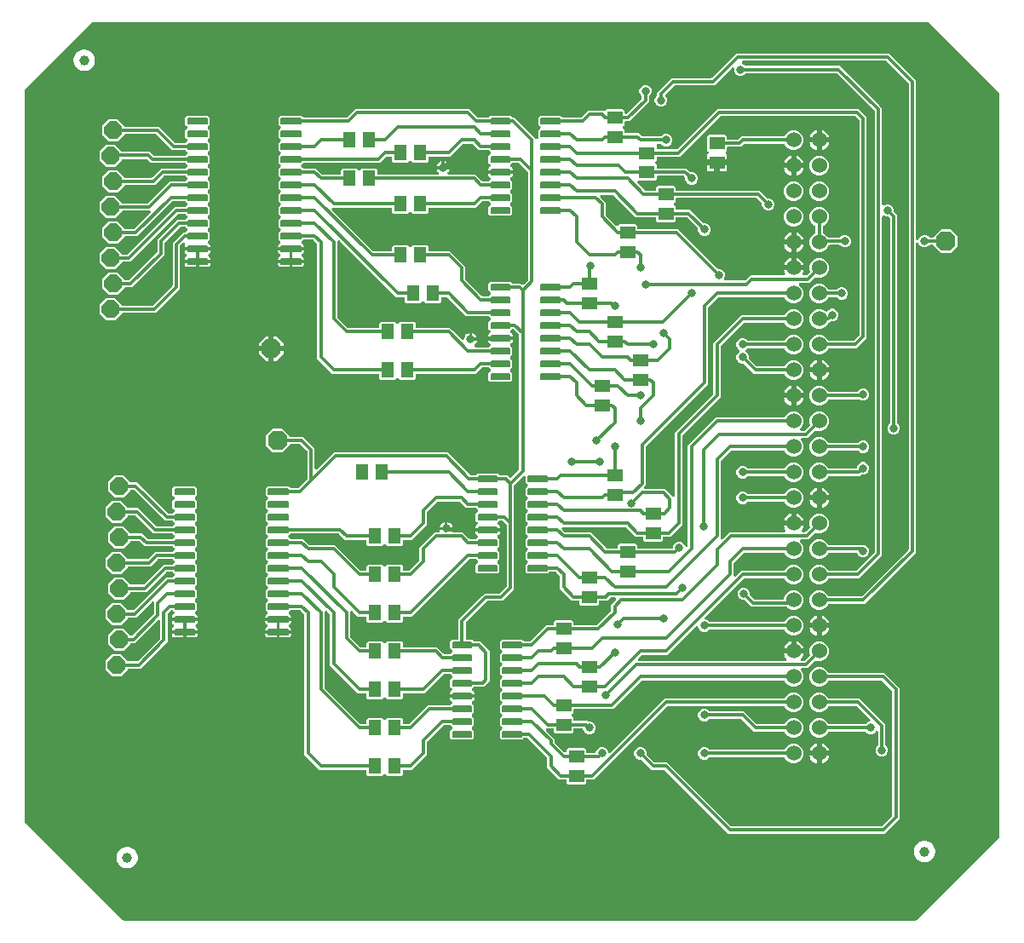
<source format=gtl>
G04 EAGLE Gerber RS-274X export*
G75*
%MOMM*%
%FSLAX34Y34*%
%LPD*%
%INTop Copper*%
%IPPOS*%
%AMOC8*
5,1,8,0,0,1.08239X$1,22.5*%
G01*
%ADD10C,1.524000*%
%ADD11R,1.300000X1.500000*%
%ADD12R,1.500000X1.300000*%
%ADD13C,0.150000*%
%ADD14C,1.000000*%
%ADD15P,1.924489X8X202.500000*%
%ADD16P,2.089446X8X22.500000*%
%ADD17C,0.304800*%
%ADD18C,0.812800*%

G36*
X908430Y62499D02*
X908430Y62499D01*
X908556Y62506D01*
X908602Y62519D01*
X908650Y62525D01*
X908769Y62567D01*
X908891Y62602D01*
X908933Y62626D01*
X908978Y62642D01*
X909085Y62711D01*
X909195Y62772D01*
X909241Y62812D01*
X909271Y62831D01*
X909305Y62866D01*
X909381Y62931D01*
X991677Y145227D01*
X991746Y145313D01*
X991769Y145337D01*
X991774Y145347D01*
X991840Y145420D01*
X991864Y145462D01*
X991894Y145500D01*
X991948Y145614D01*
X992009Y145725D01*
X992022Y145771D01*
X992043Y145815D01*
X992069Y145938D01*
X992104Y146060D01*
X992109Y146121D01*
X992116Y146156D01*
X992115Y146204D01*
X992123Y146304D01*
X992123Y883920D01*
X992109Y884046D01*
X992102Y884172D01*
X992089Y884218D01*
X992083Y884266D01*
X992041Y884385D01*
X992006Y884507D01*
X991982Y884549D01*
X991966Y884594D01*
X991897Y884701D01*
X991836Y884811D01*
X991796Y884857D01*
X991777Y884887D01*
X991742Y884921D01*
X991677Y884997D01*
X921573Y955101D01*
X921474Y955180D01*
X921380Y955264D01*
X921338Y955288D01*
X921300Y955318D01*
X921186Y955372D01*
X921075Y955433D01*
X921029Y955446D01*
X920985Y955467D01*
X920862Y955493D01*
X920740Y955528D01*
X920679Y955533D01*
X920644Y955540D01*
X920596Y955539D01*
X920496Y955547D01*
X91440Y955547D01*
X91314Y955533D01*
X91188Y955526D01*
X91142Y955513D01*
X91094Y955507D01*
X90975Y955465D01*
X90853Y955430D01*
X90811Y955406D01*
X90766Y955390D01*
X90659Y955321D01*
X90549Y955260D01*
X90503Y955220D01*
X90473Y955201D01*
X90439Y955166D01*
X90363Y955101D01*
X23307Y888045D01*
X23228Y887946D01*
X23144Y887852D01*
X23120Y887810D01*
X23090Y887772D01*
X23036Y887658D01*
X22975Y887547D01*
X22962Y887501D01*
X22941Y887457D01*
X22915Y887334D01*
X22880Y887212D01*
X22876Y887151D01*
X22868Y887116D01*
X22869Y887068D01*
X22861Y886968D01*
X22861Y161544D01*
X22875Y161418D01*
X22882Y161292D01*
X22895Y161246D01*
X22901Y161198D01*
X22943Y161079D01*
X22978Y160957D01*
X23002Y160915D01*
X23018Y160870D01*
X23087Y160763D01*
X23148Y160653D01*
X23188Y160607D01*
X23207Y160577D01*
X23242Y160543D01*
X23307Y160467D01*
X120843Y62931D01*
X120942Y62852D01*
X121036Y62768D01*
X121078Y62744D01*
X121116Y62714D01*
X121230Y62660D01*
X121341Y62599D01*
X121387Y62586D01*
X121431Y62565D01*
X121554Y62539D01*
X121676Y62504D01*
X121737Y62500D01*
X121772Y62492D01*
X121820Y62493D01*
X121920Y62485D01*
X908304Y62485D01*
X908430Y62499D01*
G37*
%LPC*%
G36*
X563158Y197867D02*
X563158Y197867D01*
X561967Y199058D01*
X561967Y201320D01*
X561964Y201346D01*
X561966Y201372D01*
X561944Y201519D01*
X561927Y201666D01*
X561919Y201691D01*
X561915Y201717D01*
X561860Y201855D01*
X561810Y201994D01*
X561796Y202016D01*
X561786Y202041D01*
X561701Y202162D01*
X561621Y202287D01*
X561602Y202305D01*
X561587Y202327D01*
X561477Y202426D01*
X561370Y202529D01*
X561348Y202543D01*
X561328Y202560D01*
X561198Y202632D01*
X561071Y202708D01*
X561046Y202716D01*
X561023Y202729D01*
X560880Y202769D01*
X560739Y202814D01*
X560713Y202816D01*
X560688Y202824D01*
X560444Y202843D01*
X554127Y202843D01*
X542543Y214427D01*
X542543Y223448D01*
X542529Y223573D01*
X542522Y223700D01*
X542509Y223746D01*
X542503Y223794D01*
X542461Y223913D01*
X542426Y224034D01*
X542402Y224077D01*
X542386Y224122D01*
X542317Y224228D01*
X542256Y224339D01*
X542216Y224385D01*
X542197Y224415D01*
X542162Y224448D01*
X542097Y224525D01*
X522975Y243647D01*
X522876Y243726D01*
X522782Y243810D01*
X522740Y243834D01*
X522702Y243864D01*
X522588Y243918D01*
X522477Y243979D01*
X522430Y243992D01*
X522387Y244013D01*
X522263Y244039D01*
X522142Y244074D01*
X522081Y244079D01*
X522046Y244086D01*
X521998Y244085D01*
X521898Y244093D01*
X519710Y244093D01*
X519584Y244079D01*
X519458Y244072D01*
X519411Y244059D01*
X519363Y244053D01*
X519244Y244011D01*
X519123Y243976D01*
X519081Y243952D01*
X519035Y243936D01*
X518929Y243867D01*
X518819Y243806D01*
X518772Y243766D01*
X518742Y243747D01*
X518709Y243712D01*
X518633Y243647D01*
X517603Y242617D01*
X497097Y242617D01*
X495467Y244247D01*
X495467Y251053D01*
X497338Y252923D01*
X497354Y252943D01*
X497374Y252960D01*
X497462Y253080D01*
X497554Y253196D01*
X497565Y253220D01*
X497581Y253241D01*
X497640Y253377D01*
X497703Y253511D01*
X497709Y253537D01*
X497719Y253561D01*
X497745Y253707D01*
X497776Y253852D01*
X497776Y253878D01*
X497781Y253904D01*
X497773Y254052D01*
X497770Y254200D01*
X497764Y254226D01*
X497763Y254252D01*
X497722Y254394D01*
X497685Y254538D01*
X497673Y254561D01*
X497666Y254587D01*
X497594Y254716D01*
X497526Y254848D01*
X497509Y254868D01*
X497496Y254891D01*
X497338Y255077D01*
X495467Y256947D01*
X495467Y263753D01*
X497338Y265623D01*
X497354Y265643D01*
X497374Y265660D01*
X497462Y265780D01*
X497554Y265896D01*
X497565Y265920D01*
X497581Y265941D01*
X497640Y266077D01*
X497703Y266211D01*
X497709Y266237D01*
X497719Y266261D01*
X497745Y266407D01*
X497776Y266552D01*
X497776Y266578D01*
X497781Y266604D01*
X497773Y266752D01*
X497770Y266900D01*
X497764Y266926D01*
X497763Y266952D01*
X497722Y267094D01*
X497685Y267238D01*
X497673Y267261D01*
X497666Y267287D01*
X497594Y267416D01*
X497526Y267548D01*
X497509Y267568D01*
X497496Y267591D01*
X497338Y267777D01*
X495467Y269647D01*
X495467Y276453D01*
X497338Y278323D01*
X497354Y278343D01*
X497374Y278360D01*
X497462Y278480D01*
X497554Y278596D01*
X497565Y278620D01*
X497581Y278641D01*
X497640Y278777D01*
X497703Y278911D01*
X497709Y278937D01*
X497719Y278961D01*
X497745Y279107D01*
X497776Y279252D01*
X497776Y279278D01*
X497781Y279304D01*
X497773Y279452D01*
X497770Y279600D01*
X497764Y279626D01*
X497763Y279652D01*
X497722Y279794D01*
X497685Y279938D01*
X497673Y279961D01*
X497666Y279987D01*
X497594Y280116D01*
X497526Y280248D01*
X497509Y280268D01*
X497496Y280291D01*
X497338Y280477D01*
X495467Y282347D01*
X495467Y289153D01*
X497338Y291023D01*
X497354Y291043D01*
X497374Y291060D01*
X497462Y291180D01*
X497554Y291296D01*
X497565Y291320D01*
X497581Y291341D01*
X497640Y291477D01*
X497703Y291611D01*
X497709Y291637D01*
X497719Y291661D01*
X497745Y291807D01*
X497776Y291952D01*
X497776Y291978D01*
X497781Y292004D01*
X497773Y292152D01*
X497770Y292300D01*
X497764Y292326D01*
X497763Y292352D01*
X497722Y292494D01*
X497685Y292638D01*
X497673Y292661D01*
X497666Y292687D01*
X497594Y292816D01*
X497526Y292948D01*
X497509Y292968D01*
X497496Y292991D01*
X497338Y293177D01*
X495467Y295047D01*
X495467Y301853D01*
X497338Y303723D01*
X497354Y303743D01*
X497374Y303760D01*
X497462Y303880D01*
X497554Y303996D01*
X497565Y304020D01*
X497581Y304041D01*
X497640Y304177D01*
X497703Y304311D01*
X497709Y304337D01*
X497719Y304361D01*
X497745Y304507D01*
X497776Y304652D01*
X497776Y304678D01*
X497781Y304704D01*
X497773Y304852D01*
X497770Y305000D01*
X497764Y305026D01*
X497763Y305052D01*
X497722Y305194D01*
X497685Y305338D01*
X497673Y305361D01*
X497666Y305387D01*
X497594Y305516D01*
X497526Y305648D01*
X497509Y305668D01*
X497496Y305691D01*
X497338Y305877D01*
X495467Y307747D01*
X495467Y314553D01*
X497338Y316423D01*
X497354Y316443D01*
X497374Y316460D01*
X497462Y316580D01*
X497554Y316696D01*
X497565Y316720D01*
X497581Y316741D01*
X497640Y316877D01*
X497703Y317011D01*
X497709Y317037D01*
X497719Y317061D01*
X497745Y317207D01*
X497776Y317352D01*
X497776Y317378D01*
X497781Y317404D01*
X497773Y317552D01*
X497770Y317700D01*
X497764Y317726D01*
X497763Y317752D01*
X497722Y317894D01*
X497685Y318038D01*
X497673Y318061D01*
X497666Y318087D01*
X497594Y318216D01*
X497526Y318348D01*
X497509Y318368D01*
X497496Y318391D01*
X497338Y318577D01*
X495467Y320447D01*
X495467Y327253D01*
X497338Y329123D01*
X497354Y329143D01*
X497374Y329160D01*
X497462Y329280D01*
X497554Y329396D01*
X497565Y329420D01*
X497581Y329441D01*
X497640Y329577D01*
X497703Y329711D01*
X497709Y329737D01*
X497719Y329761D01*
X497745Y329907D01*
X497776Y330052D01*
X497776Y330078D01*
X497781Y330104D01*
X497773Y330252D01*
X497770Y330400D01*
X497764Y330426D01*
X497763Y330452D01*
X497722Y330594D01*
X497685Y330738D01*
X497673Y330761D01*
X497666Y330787D01*
X497594Y330916D01*
X497526Y331048D01*
X497509Y331068D01*
X497496Y331091D01*
X497338Y331277D01*
X495467Y333147D01*
X495467Y339953D01*
X497097Y341583D01*
X517603Y341583D01*
X518633Y340553D01*
X518732Y340474D01*
X518825Y340390D01*
X518868Y340366D01*
X518906Y340336D01*
X519020Y340282D01*
X519130Y340221D01*
X519177Y340208D01*
X519221Y340187D01*
X519344Y340161D01*
X519466Y340126D01*
X519527Y340121D01*
X519561Y340114D01*
X519609Y340115D01*
X519710Y340107D01*
X524946Y340107D01*
X525071Y340121D01*
X525198Y340128D01*
X525244Y340141D01*
X525292Y340147D01*
X525411Y340189D01*
X525532Y340224D01*
X525575Y340248D01*
X525620Y340264D01*
X525726Y340333D01*
X525837Y340394D01*
X525883Y340434D01*
X525913Y340453D01*
X525946Y340488D01*
X526023Y340553D01*
X541427Y355957D01*
X547744Y355957D01*
X547770Y355960D01*
X547796Y355958D01*
X547943Y355980D01*
X548090Y355997D01*
X548115Y356005D01*
X548141Y356009D01*
X548279Y356064D01*
X548418Y356114D01*
X548440Y356128D01*
X548465Y356138D01*
X548586Y356223D01*
X548711Y356303D01*
X548729Y356322D01*
X548751Y356337D01*
X548850Y356447D01*
X548953Y356554D01*
X548967Y356576D01*
X548984Y356596D01*
X549056Y356726D01*
X549132Y356853D01*
X549140Y356878D01*
X549153Y356901D01*
X549193Y357044D01*
X549238Y357185D01*
X549240Y357211D01*
X549248Y357236D01*
X549267Y357480D01*
X549267Y359742D01*
X550458Y360933D01*
X567142Y360933D01*
X568333Y359742D01*
X568333Y357480D01*
X568336Y357454D01*
X568334Y357428D01*
X568356Y357281D01*
X568373Y357134D01*
X568381Y357109D01*
X568385Y357083D01*
X568440Y356945D01*
X568490Y356806D01*
X568504Y356784D01*
X568514Y356759D01*
X568599Y356638D01*
X568679Y356513D01*
X568698Y356495D01*
X568713Y356473D01*
X568823Y356374D01*
X568930Y356271D01*
X568952Y356257D01*
X568972Y356240D01*
X569102Y356168D01*
X569229Y356092D01*
X569254Y356084D01*
X569277Y356071D01*
X569420Y356031D01*
X569561Y355986D01*
X569587Y355984D01*
X569612Y355976D01*
X569856Y355957D01*
X591088Y355957D01*
X591213Y355971D01*
X591340Y355978D01*
X591386Y355991D01*
X591434Y355997D01*
X591553Y356039D01*
X591674Y356074D01*
X591717Y356098D01*
X591762Y356114D01*
X591868Y356183D01*
X591979Y356244D01*
X592025Y356284D01*
X592055Y356303D01*
X592088Y356338D01*
X592165Y356403D01*
X605597Y369835D01*
X605676Y369934D01*
X605760Y370028D01*
X605784Y370070D01*
X605814Y370108D01*
X605868Y370222D01*
X605929Y370333D01*
X605942Y370380D01*
X605963Y370423D01*
X605989Y370547D01*
X606024Y370668D01*
X606029Y370729D01*
X606036Y370764D01*
X606035Y370812D01*
X606043Y370912D01*
X606043Y376377D01*
X610605Y380939D01*
X610667Y381017D01*
X610737Y381090D01*
X610775Y381154D01*
X610822Y381212D01*
X610864Y381303D01*
X610916Y381389D01*
X610939Y381460D01*
X610970Y381527D01*
X610992Y381625D01*
X611022Y381721D01*
X611028Y381795D01*
X611044Y381868D01*
X611042Y381968D01*
X611050Y382068D01*
X611039Y382142D01*
X611038Y382216D01*
X611013Y382313D01*
X610999Y382413D01*
X610971Y382482D01*
X610953Y382554D01*
X610907Y382644D01*
X610870Y382737D01*
X610827Y382798D01*
X610793Y382864D01*
X610728Y382941D01*
X610671Y383023D01*
X610616Y383073D01*
X610567Y383129D01*
X610487Y383189D01*
X610412Y383256D01*
X610347Y383292D01*
X610287Y383337D01*
X610195Y383376D01*
X610107Y383425D01*
X610035Y383445D01*
X609967Y383475D01*
X609868Y383492D01*
X609772Y383520D01*
X609672Y383528D01*
X609624Y383536D01*
X609588Y383534D01*
X609528Y383539D01*
X605608Y383539D01*
X605483Y383525D01*
X605356Y383518D01*
X605310Y383505D01*
X605262Y383499D01*
X605143Y383457D01*
X605022Y383422D01*
X604979Y383398D01*
X604934Y383382D01*
X604828Y383313D01*
X604717Y383252D01*
X604671Y383212D01*
X604641Y383193D01*
X604608Y383158D01*
X604531Y383093D01*
X602081Y380643D01*
X595256Y380643D01*
X595230Y380640D01*
X595204Y380642D01*
X595057Y380620D01*
X594910Y380603D01*
X594885Y380595D01*
X594859Y380591D01*
X594721Y380536D01*
X594582Y380486D01*
X594560Y380472D01*
X594535Y380462D01*
X594414Y380377D01*
X594289Y380297D01*
X594271Y380278D01*
X594249Y380263D01*
X594150Y380153D01*
X594047Y380046D01*
X594033Y380024D01*
X594016Y380004D01*
X593944Y379874D01*
X593868Y379747D01*
X593860Y379722D01*
X593847Y379699D01*
X593807Y379556D01*
X593762Y379415D01*
X593760Y379389D01*
X593752Y379364D01*
X593733Y379120D01*
X593733Y376858D01*
X592542Y375667D01*
X575858Y375667D01*
X574667Y376858D01*
X574667Y379120D01*
X574664Y379146D01*
X574666Y379172D01*
X574644Y379319D01*
X574627Y379466D01*
X574619Y379491D01*
X574615Y379517D01*
X574560Y379655D01*
X574510Y379794D01*
X574496Y379816D01*
X574486Y379841D01*
X574401Y379962D01*
X574321Y380087D01*
X574302Y380105D01*
X574287Y380127D01*
X574177Y380226D01*
X574070Y380329D01*
X574048Y380343D01*
X574028Y380360D01*
X573898Y380432D01*
X573771Y380508D01*
X573746Y380516D01*
X573723Y380529D01*
X573580Y380569D01*
X573439Y380614D01*
X573413Y380616D01*
X573388Y380624D01*
X573144Y380643D01*
X566827Y380643D01*
X555243Y392227D01*
X555243Y404296D01*
X555229Y404421D01*
X555222Y404548D01*
X555209Y404594D01*
X555203Y404642D01*
X555161Y404761D01*
X555126Y404882D01*
X555102Y404925D01*
X555086Y404970D01*
X555017Y405076D01*
X554956Y405187D01*
X554916Y405233D01*
X554897Y405263D01*
X554862Y405296D01*
X554797Y405373D01*
X551423Y408747D01*
X551324Y408826D01*
X551230Y408910D01*
X551188Y408934D01*
X551150Y408964D01*
X551036Y409018D01*
X550925Y409079D01*
X550878Y409092D01*
X550835Y409113D01*
X550711Y409139D01*
X550590Y409174D01*
X550529Y409179D01*
X550494Y409186D01*
X550446Y409185D01*
X550346Y409193D01*
X545110Y409193D01*
X544984Y409179D01*
X544858Y409172D01*
X544811Y409159D01*
X544763Y409153D01*
X544644Y409111D01*
X544523Y409076D01*
X544481Y409052D01*
X544435Y409036D01*
X544329Y408967D01*
X544219Y408906D01*
X544172Y408866D01*
X544142Y408847D01*
X544109Y408812D01*
X544032Y408747D01*
X543003Y407717D01*
X522497Y407717D01*
X520867Y409347D01*
X520867Y416153D01*
X522738Y418023D01*
X522754Y418043D01*
X522774Y418060D01*
X522862Y418180D01*
X522954Y418296D01*
X522965Y418320D01*
X522981Y418341D01*
X523040Y418477D01*
X523103Y418611D01*
X523109Y418637D01*
X523119Y418661D01*
X523145Y418807D01*
X523176Y418952D01*
X523176Y418978D01*
X523181Y419004D01*
X523173Y419152D01*
X523170Y419300D01*
X523164Y419326D01*
X523163Y419352D01*
X523122Y419494D01*
X523085Y419638D01*
X523073Y419661D01*
X523066Y419687D01*
X522994Y419816D01*
X522926Y419948D01*
X522909Y419968D01*
X522896Y419991D01*
X522738Y420177D01*
X520867Y422047D01*
X520867Y428853D01*
X522738Y430723D01*
X522754Y430743D01*
X522774Y430760D01*
X522862Y430880D01*
X522954Y430996D01*
X522965Y431020D01*
X522981Y431041D01*
X523040Y431177D01*
X523103Y431311D01*
X523109Y431337D01*
X523119Y431361D01*
X523145Y431507D01*
X523176Y431652D01*
X523176Y431678D01*
X523181Y431704D01*
X523173Y431852D01*
X523170Y432000D01*
X523164Y432026D01*
X523163Y432052D01*
X523122Y432194D01*
X523085Y432338D01*
X523073Y432361D01*
X523066Y432387D01*
X522994Y432516D01*
X522926Y432648D01*
X522909Y432668D01*
X522896Y432691D01*
X522738Y432877D01*
X520867Y434747D01*
X520867Y441553D01*
X522738Y443423D01*
X522754Y443443D01*
X522774Y443460D01*
X522862Y443580D01*
X522954Y443696D01*
X522965Y443720D01*
X522981Y443741D01*
X523040Y443877D01*
X523103Y444011D01*
X523109Y444037D01*
X523119Y444061D01*
X523145Y444207D01*
X523176Y444352D01*
X523176Y444378D01*
X523181Y444404D01*
X523173Y444552D01*
X523170Y444700D01*
X523164Y444726D01*
X523163Y444752D01*
X523122Y444894D01*
X523085Y445038D01*
X523073Y445061D01*
X523066Y445087D01*
X522994Y445216D01*
X522926Y445348D01*
X522909Y445368D01*
X522896Y445391D01*
X522738Y445577D01*
X520867Y447447D01*
X520867Y454253D01*
X522738Y456123D01*
X522754Y456143D01*
X522774Y456160D01*
X522862Y456280D01*
X522954Y456396D01*
X522965Y456420D01*
X522981Y456441D01*
X523040Y456577D01*
X523103Y456711D01*
X523109Y456737D01*
X523119Y456761D01*
X523145Y456907D01*
X523176Y457052D01*
X523176Y457078D01*
X523181Y457104D01*
X523173Y457252D01*
X523170Y457400D01*
X523164Y457426D01*
X523163Y457452D01*
X523122Y457594D01*
X523085Y457738D01*
X523073Y457761D01*
X523066Y457787D01*
X522994Y457916D01*
X522926Y458048D01*
X522909Y458068D01*
X522896Y458091D01*
X522738Y458277D01*
X520867Y460147D01*
X520867Y466953D01*
X522738Y468823D01*
X522754Y468843D01*
X522774Y468860D01*
X522862Y468980D01*
X522954Y469096D01*
X522965Y469120D01*
X522981Y469141D01*
X523040Y469277D01*
X523103Y469411D01*
X523109Y469437D01*
X523119Y469461D01*
X523145Y469607D01*
X523176Y469752D01*
X523176Y469778D01*
X523181Y469804D01*
X523173Y469952D01*
X523170Y470100D01*
X523164Y470126D01*
X523163Y470152D01*
X523122Y470294D01*
X523085Y470438D01*
X523073Y470461D01*
X523066Y470487D01*
X522994Y470616D01*
X522926Y470748D01*
X522909Y470768D01*
X522896Y470791D01*
X522738Y470977D01*
X520867Y472847D01*
X520867Y479653D01*
X522738Y481523D01*
X522754Y481543D01*
X522774Y481560D01*
X522862Y481680D01*
X522954Y481796D01*
X522965Y481820D01*
X522981Y481841D01*
X523040Y481977D01*
X523103Y482111D01*
X523109Y482137D01*
X523119Y482161D01*
X523145Y482307D01*
X523176Y482452D01*
X523176Y482478D01*
X523181Y482504D01*
X523173Y482652D01*
X523170Y482800D01*
X523164Y482826D01*
X523163Y482852D01*
X523122Y482994D01*
X523085Y483138D01*
X523073Y483161D01*
X523066Y483187D01*
X522994Y483316D01*
X522926Y483448D01*
X522909Y483468D01*
X522896Y483491D01*
X522738Y483677D01*
X520867Y485547D01*
X520867Y492353D01*
X522738Y494223D01*
X522754Y494243D01*
X522774Y494260D01*
X522862Y494380D01*
X522954Y494496D01*
X522965Y494520D01*
X522981Y494541D01*
X523040Y494677D01*
X523103Y494811D01*
X523109Y494837D01*
X523119Y494861D01*
X523145Y495007D01*
X523176Y495152D01*
X523176Y495178D01*
X523181Y495204D01*
X523173Y495352D01*
X523170Y495500D01*
X523164Y495526D01*
X523163Y495552D01*
X523122Y495694D01*
X523085Y495838D01*
X523073Y495861D01*
X523066Y495887D01*
X522994Y496016D01*
X522926Y496148D01*
X522909Y496168D01*
X522896Y496191D01*
X522738Y496377D01*
X520867Y498247D01*
X520867Y503016D01*
X520856Y503116D01*
X520854Y503216D01*
X520836Y503288D01*
X520827Y503362D01*
X520794Y503457D01*
X520769Y503554D01*
X520735Y503620D01*
X520710Y503690D01*
X520655Y503775D01*
X520609Y503864D01*
X520561Y503921D01*
X520521Y503983D01*
X520449Y504053D01*
X520384Y504129D01*
X520324Y504173D01*
X520270Y504225D01*
X520184Y504277D01*
X520103Y504336D01*
X520035Y504366D01*
X519971Y504404D01*
X519875Y504435D01*
X519783Y504474D01*
X519710Y504488D01*
X519639Y504510D01*
X519539Y504518D01*
X519440Y504536D01*
X519366Y504532D01*
X519292Y504538D01*
X519192Y504523D01*
X519092Y504518D01*
X519021Y504498D01*
X518947Y504487D01*
X518854Y504449D01*
X518757Y504422D01*
X518692Y504385D01*
X518623Y504358D01*
X518541Y504301D01*
X518453Y504251D01*
X518377Y504186D01*
X518337Y504159D01*
X518313Y504132D01*
X518267Y504093D01*
X509971Y495797D01*
X509892Y495698D01*
X509808Y495604D01*
X509784Y495562D01*
X509754Y495524D01*
X509700Y495410D01*
X509639Y495299D01*
X509626Y495252D01*
X509605Y495209D01*
X509579Y495085D01*
X509544Y494964D01*
X509539Y494903D01*
X509532Y494868D01*
X509533Y494820D01*
X509525Y494720D01*
X509525Y391719D01*
X506995Y389189D01*
X500827Y383021D01*
X498297Y380491D01*
X483688Y380491D01*
X483563Y380477D01*
X483436Y380470D01*
X483390Y380457D01*
X483342Y380451D01*
X483223Y380409D01*
X483102Y380374D01*
X483059Y380350D01*
X483014Y380334D01*
X482908Y380265D01*
X482797Y380204D01*
X482751Y380164D01*
X482721Y380145D01*
X482688Y380110D01*
X482611Y380045D01*
X461853Y359287D01*
X461774Y359188D01*
X461690Y359094D01*
X461666Y359052D01*
X461636Y359014D01*
X461582Y358900D01*
X461521Y358789D01*
X461508Y358742D01*
X461487Y358699D01*
X461461Y358575D01*
X461426Y358454D01*
X461421Y358393D01*
X461414Y358358D01*
X461415Y358310D01*
X461407Y358210D01*
X461407Y343106D01*
X461410Y343080D01*
X461408Y343054D01*
X461430Y342907D01*
X461447Y342760D01*
X461455Y342735D01*
X461459Y342709D01*
X461514Y342571D01*
X461564Y342432D01*
X461578Y342410D01*
X461588Y342385D01*
X461673Y342264D01*
X461753Y342139D01*
X461772Y342121D01*
X461787Y342099D01*
X461897Y342000D01*
X462004Y341897D01*
X462026Y341883D01*
X462046Y341866D01*
X462176Y341794D01*
X462303Y341718D01*
X462328Y341710D01*
X462351Y341697D01*
X462494Y341657D01*
X462635Y341612D01*
X462661Y341610D01*
X462686Y341602D01*
X462930Y341583D01*
X468103Y341583D01*
X469132Y340553D01*
X469232Y340474D01*
X469325Y340390D01*
X469368Y340366D01*
X469405Y340336D01*
X469520Y340282D01*
X469630Y340221D01*
X469677Y340208D01*
X469721Y340187D01*
X469844Y340161D01*
X469966Y340126D01*
X470026Y340121D01*
X470061Y340114D01*
X470109Y340115D01*
X470210Y340107D01*
X475691Y340107D01*
X485141Y330657D01*
X485141Y300279D01*
X479755Y294893D01*
X470210Y294893D01*
X470084Y294879D01*
X469958Y294872D01*
X469911Y294859D01*
X469863Y294853D01*
X469744Y294811D01*
X469623Y294776D01*
X469581Y294752D01*
X469535Y294736D01*
X469429Y294667D01*
X469319Y294606D01*
X469272Y294566D01*
X469242Y294547D01*
X469209Y294512D01*
X469132Y294447D01*
X468059Y293374D01*
X468027Y293334D01*
X467990Y293299D01*
X467919Y293197D01*
X467842Y293101D01*
X467821Y293055D01*
X467792Y293013D01*
X467746Y292897D01*
X467693Y292786D01*
X467683Y292736D01*
X467664Y292688D01*
X467646Y292565D01*
X467620Y292445D01*
X467621Y292394D01*
X467614Y292343D01*
X467624Y292220D01*
X467626Y292096D01*
X467639Y292047D01*
X467643Y291996D01*
X467681Y291878D01*
X467711Y291758D01*
X467734Y291713D01*
X467750Y291664D01*
X467814Y291558D01*
X467871Y291449D01*
X467904Y291410D01*
X467930Y291366D01*
X468016Y291277D01*
X468097Y291183D01*
X468138Y291153D01*
X468173Y291116D01*
X468374Y290977D01*
X468971Y290633D01*
X469583Y290021D01*
X470016Y289270D01*
X470241Y288433D01*
X470241Y287273D01*
X457850Y287273D01*
X445459Y287273D01*
X445459Y288433D01*
X445684Y289270D01*
X446117Y290021D01*
X446729Y290633D01*
X447326Y290977D01*
X447367Y291008D01*
X447412Y291031D01*
X447506Y291111D01*
X447605Y291185D01*
X447638Y291224D01*
X447677Y291257D01*
X447751Y291356D01*
X447831Y291451D01*
X447854Y291496D01*
X447884Y291537D01*
X447933Y291651D01*
X447990Y291761D01*
X448002Y291810D01*
X448022Y291857D01*
X448044Y291979D01*
X448074Y292099D01*
X448075Y292150D01*
X448084Y292200D01*
X448078Y292324D01*
X448080Y292448D01*
X448069Y292497D01*
X448066Y292548D01*
X448032Y292667D01*
X448006Y292788D01*
X447984Y292834D01*
X447970Y292883D01*
X447909Y292991D01*
X447856Y293103D01*
X447824Y293143D01*
X447799Y293187D01*
X447641Y293374D01*
X445967Y295047D01*
X445967Y301853D01*
X447838Y303723D01*
X447854Y303743D01*
X447874Y303760D01*
X447962Y303880D01*
X448054Y303996D01*
X448065Y304020D01*
X448081Y304041D01*
X448140Y304177D01*
X448203Y304311D01*
X448209Y304337D01*
X448219Y304361D01*
X448245Y304507D01*
X448276Y304652D01*
X448276Y304678D01*
X448281Y304704D01*
X448273Y304852D01*
X448270Y305000D01*
X448264Y305026D01*
X448263Y305052D01*
X448222Y305194D01*
X448185Y305338D01*
X448173Y305361D01*
X448166Y305387D01*
X448094Y305516D01*
X448026Y305648D01*
X448009Y305668D01*
X447996Y305691D01*
X447838Y305877D01*
X446567Y307147D01*
X446468Y307226D01*
X446375Y307310D01*
X446332Y307334D01*
X446294Y307364D01*
X446180Y307418D01*
X446070Y307479D01*
X446023Y307492D01*
X445979Y307513D01*
X445856Y307539D01*
X445734Y307574D01*
X445674Y307579D01*
X445639Y307586D01*
X445590Y307585D01*
X445490Y307593D01*
X440254Y307593D01*
X440129Y307579D01*
X440002Y307572D01*
X439956Y307559D01*
X439908Y307553D01*
X439789Y307511D01*
X439668Y307476D01*
X439625Y307452D01*
X439580Y307436D01*
X439474Y307367D01*
X439363Y307306D01*
X439317Y307266D01*
X439287Y307247D01*
X439254Y307212D01*
X439177Y307147D01*
X420573Y288543D01*
X400556Y288543D01*
X400530Y288540D01*
X400504Y288542D01*
X400357Y288520D01*
X400210Y288503D01*
X400185Y288495D01*
X400159Y288491D01*
X400021Y288436D01*
X399882Y288386D01*
X399860Y288372D01*
X399835Y288362D01*
X399714Y288277D01*
X399589Y288197D01*
X399571Y288178D01*
X399549Y288163D01*
X399450Y288053D01*
X399347Y287946D01*
X399333Y287924D01*
X399316Y287904D01*
X399244Y287774D01*
X399168Y287647D01*
X399160Y287622D01*
X399147Y287599D01*
X399107Y287456D01*
X399062Y287315D01*
X399060Y287289D01*
X399052Y287264D01*
X399033Y287020D01*
X399033Y283758D01*
X397842Y282567D01*
X383158Y282567D01*
X382077Y283648D01*
X382057Y283665D01*
X382040Y283684D01*
X381920Y283773D01*
X381804Y283865D01*
X381780Y283876D01*
X381759Y283892D01*
X381623Y283950D01*
X381489Y284014D01*
X381463Y284019D01*
X381439Y284030D01*
X381293Y284056D01*
X381148Y284087D01*
X381122Y284087D01*
X381096Y284091D01*
X380948Y284084D01*
X380800Y284081D01*
X380774Y284075D01*
X380748Y284073D01*
X380606Y284032D01*
X380462Y283996D01*
X380439Y283984D01*
X380413Y283977D01*
X380284Y283904D01*
X380152Y283836D01*
X380132Y283820D01*
X380109Y283807D01*
X379923Y283648D01*
X378842Y282567D01*
X364158Y282567D01*
X362967Y283758D01*
X362967Y287020D01*
X362964Y287046D01*
X362966Y287072D01*
X362944Y287219D01*
X362927Y287366D01*
X362919Y287391D01*
X362915Y287417D01*
X362860Y287555D01*
X362810Y287694D01*
X362796Y287716D01*
X362786Y287741D01*
X362701Y287862D01*
X362621Y287987D01*
X362602Y288005D01*
X362587Y288027D01*
X362477Y288126D01*
X362370Y288229D01*
X362348Y288243D01*
X362328Y288260D01*
X362198Y288332D01*
X362071Y288408D01*
X362046Y288416D01*
X362023Y288429D01*
X361880Y288469D01*
X361739Y288514D01*
X361713Y288516D01*
X361688Y288524D01*
X361444Y288543D01*
X354127Y288543D01*
X326643Y316027D01*
X326643Y366196D01*
X326629Y366321D01*
X326622Y366448D01*
X326609Y366494D01*
X326603Y366542D01*
X326561Y366661D01*
X326526Y366782D01*
X326502Y366825D01*
X326486Y366870D01*
X326417Y366976D01*
X326356Y367087D01*
X326316Y367133D01*
X326297Y367163D01*
X326262Y367197D01*
X326197Y367273D01*
X323657Y369813D01*
X323579Y369875D01*
X323506Y369945D01*
X323442Y369983D01*
X323384Y370030D01*
X323293Y370072D01*
X323207Y370124D01*
X323136Y370147D01*
X323069Y370178D01*
X322971Y370200D01*
X322875Y370230D01*
X322801Y370236D01*
X322728Y370252D01*
X322628Y370250D01*
X322528Y370258D01*
X322454Y370247D01*
X322380Y370246D01*
X322283Y370221D01*
X322183Y370207D01*
X322114Y370179D01*
X322042Y370161D01*
X321953Y370115D01*
X321859Y370078D01*
X321798Y370035D01*
X321732Y370001D01*
X321656Y369936D01*
X321573Y369879D01*
X321523Y369824D01*
X321467Y369775D01*
X321407Y369695D01*
X321340Y369620D01*
X321304Y369555D01*
X321259Y369495D01*
X321220Y369403D01*
X321171Y369315D01*
X321151Y369243D01*
X321121Y369175D01*
X321104Y369076D01*
X321076Y368980D01*
X321068Y368880D01*
X321060Y368832D01*
X321062Y368796D01*
X321057Y368736D01*
X321057Y294204D01*
X321071Y294079D01*
X321078Y293952D01*
X321091Y293906D01*
X321097Y293858D01*
X321139Y293739D01*
X321174Y293618D01*
X321198Y293575D01*
X321214Y293530D01*
X321283Y293424D01*
X321344Y293313D01*
X321384Y293267D01*
X321403Y293237D01*
X321438Y293204D01*
X321503Y293127D01*
X356627Y258003D01*
X356726Y257924D01*
X356820Y257840D01*
X356862Y257816D01*
X356900Y257786D01*
X357014Y257732D01*
X357125Y257671D01*
X357172Y257658D01*
X357215Y257637D01*
X357339Y257611D01*
X357460Y257576D01*
X357521Y257571D01*
X357556Y257564D01*
X357604Y257565D01*
X357704Y257557D01*
X361444Y257557D01*
X361470Y257560D01*
X361496Y257558D01*
X361643Y257580D01*
X361790Y257597D01*
X361815Y257605D01*
X361841Y257609D01*
X361979Y257664D01*
X362118Y257714D01*
X362140Y257728D01*
X362165Y257738D01*
X362286Y257823D01*
X362411Y257903D01*
X362429Y257922D01*
X362451Y257937D01*
X362550Y258047D01*
X362653Y258154D01*
X362667Y258176D01*
X362684Y258196D01*
X362756Y258326D01*
X362832Y258453D01*
X362840Y258478D01*
X362853Y258501D01*
X362893Y258644D01*
X362938Y258785D01*
X362940Y258811D01*
X362948Y258836D01*
X362967Y259080D01*
X362967Y262342D01*
X364158Y263533D01*
X378842Y263533D01*
X379923Y262452D01*
X379943Y262435D01*
X379960Y262416D01*
X380056Y262345D01*
X380091Y262313D01*
X380112Y262302D01*
X380196Y262235D01*
X380220Y262224D01*
X380241Y262208D01*
X380377Y262150D01*
X380511Y262086D01*
X380537Y262081D01*
X380561Y262070D01*
X380707Y262044D01*
X380852Y262013D01*
X380878Y262013D01*
X380904Y262009D01*
X381052Y262016D01*
X381200Y262019D01*
X381226Y262025D01*
X381252Y262027D01*
X381394Y262068D01*
X381538Y262104D01*
X381561Y262116D01*
X381587Y262123D01*
X381716Y262196D01*
X381848Y262264D01*
X381868Y262280D01*
X381891Y262293D01*
X381980Y262369D01*
X381992Y262377D01*
X382005Y262391D01*
X382077Y262452D01*
X383158Y263533D01*
X397842Y263533D01*
X399033Y262342D01*
X399033Y259080D01*
X399036Y259054D01*
X399034Y259028D01*
X399056Y258881D01*
X399073Y258734D01*
X399081Y258709D01*
X399085Y258683D01*
X399140Y258545D01*
X399190Y258406D01*
X399204Y258384D01*
X399214Y258359D01*
X399299Y258238D01*
X399379Y258113D01*
X399398Y258095D01*
X399413Y258073D01*
X399523Y257974D01*
X399630Y257871D01*
X399652Y257857D01*
X399672Y257840D01*
X399802Y257768D01*
X399929Y257692D01*
X399954Y257684D01*
X399977Y257671D01*
X400120Y257631D01*
X400261Y257586D01*
X400287Y257584D01*
X400312Y257576D01*
X400556Y257557D01*
X404296Y257557D01*
X404421Y257571D01*
X404548Y257578D01*
X404594Y257591D01*
X404642Y257597D01*
X404761Y257639D01*
X404882Y257674D01*
X404925Y257698D01*
X404970Y257714D01*
X405076Y257783D01*
X405187Y257844D01*
X405233Y257884D01*
X405263Y257903D01*
X405296Y257938D01*
X405373Y258003D01*
X423977Y276607D01*
X445490Y276607D01*
X445616Y276621D01*
X445742Y276628D01*
X445789Y276641D01*
X445837Y276647D01*
X445955Y276689D01*
X446077Y276724D01*
X446119Y276748D01*
X446165Y276764D01*
X446271Y276833D01*
X446381Y276894D01*
X446428Y276934D01*
X446458Y276953D01*
X446491Y276988D01*
X446567Y277053D01*
X447641Y278126D01*
X447673Y278166D01*
X447710Y278201D01*
X447781Y278302D01*
X447858Y278399D01*
X447879Y278446D01*
X447908Y278487D01*
X447954Y278603D01*
X448007Y278714D01*
X448017Y278764D01*
X448036Y278812D01*
X448054Y278934D01*
X448080Y279055D01*
X448079Y279106D01*
X448086Y279157D01*
X448076Y279280D01*
X448074Y279404D01*
X448061Y279453D01*
X448057Y279504D01*
X448019Y279622D01*
X447989Y279742D01*
X447966Y279787D01*
X447950Y279836D01*
X447886Y279942D01*
X447829Y280051D01*
X447796Y280090D01*
X447770Y280134D01*
X447683Y280223D01*
X447603Y280317D01*
X447562Y280347D01*
X447527Y280384D01*
X447326Y280523D01*
X446729Y280867D01*
X446117Y281479D01*
X445684Y282230D01*
X445459Y283067D01*
X445459Y284227D01*
X457850Y284227D01*
X470241Y284227D01*
X470241Y283067D01*
X470016Y282230D01*
X469583Y281479D01*
X468971Y280867D01*
X468374Y280523D01*
X468333Y280492D01*
X468288Y280469D01*
X468194Y280389D01*
X468095Y280315D01*
X468062Y280276D01*
X468023Y280243D01*
X467949Y280144D01*
X467869Y280049D01*
X467846Y280004D01*
X467816Y279963D01*
X467767Y279849D01*
X467710Y279739D01*
X467698Y279690D01*
X467678Y279643D01*
X467656Y279521D01*
X467626Y279401D01*
X467625Y279350D01*
X467616Y279300D01*
X467622Y279176D01*
X467620Y279052D01*
X467631Y279003D01*
X467634Y278952D01*
X467668Y278833D01*
X467694Y278712D01*
X467716Y278666D01*
X467730Y278617D01*
X467791Y278509D01*
X467844Y278397D01*
X467876Y278357D01*
X467901Y278313D01*
X468059Y278126D01*
X469733Y276453D01*
X469733Y269647D01*
X467862Y267777D01*
X467846Y267757D01*
X467826Y267740D01*
X467738Y267620D01*
X467646Y267504D01*
X467635Y267480D01*
X467619Y267459D01*
X467560Y267323D01*
X467497Y267189D01*
X467491Y267163D01*
X467481Y267139D01*
X467455Y266993D01*
X467424Y266848D01*
X467424Y266822D01*
X467419Y266796D01*
X467427Y266648D01*
X467430Y266500D01*
X467436Y266474D01*
X467437Y266448D01*
X467478Y266306D01*
X467515Y266162D01*
X467527Y266139D01*
X467534Y266113D01*
X467606Y265984D01*
X467674Y265852D01*
X467691Y265832D01*
X467704Y265809D01*
X467862Y265623D01*
X469733Y263753D01*
X469733Y256947D01*
X467862Y255077D01*
X467846Y255057D01*
X467826Y255040D01*
X467738Y254920D01*
X467646Y254804D01*
X467635Y254780D01*
X467619Y254759D01*
X467560Y254623D01*
X467497Y254489D01*
X467491Y254463D01*
X467481Y254439D01*
X467455Y254293D01*
X467424Y254148D01*
X467424Y254122D01*
X467419Y254096D01*
X467427Y253948D01*
X467430Y253800D01*
X467436Y253774D01*
X467437Y253748D01*
X467478Y253606D01*
X467515Y253462D01*
X467527Y253439D01*
X467534Y253413D01*
X467606Y253284D01*
X467674Y253152D01*
X467691Y253132D01*
X467704Y253109D01*
X467862Y252923D01*
X469733Y251053D01*
X469733Y244247D01*
X468103Y242617D01*
X447597Y242617D01*
X445967Y244247D01*
X445967Y251053D01*
X447838Y252923D01*
X447854Y252943D01*
X447874Y252960D01*
X447962Y253080D01*
X448054Y253196D01*
X448065Y253220D01*
X448081Y253241D01*
X448140Y253377D01*
X448203Y253511D01*
X448209Y253537D01*
X448219Y253561D01*
X448245Y253707D01*
X448276Y253852D01*
X448276Y253878D01*
X448281Y253904D01*
X448273Y254052D01*
X448270Y254200D01*
X448264Y254226D01*
X448263Y254252D01*
X448222Y254394D01*
X448185Y254538D01*
X448173Y254561D01*
X448166Y254587D01*
X448094Y254716D01*
X448026Y254848D01*
X448009Y254868D01*
X447996Y254891D01*
X447838Y255077D01*
X446567Y256347D01*
X446468Y256426D01*
X446375Y256510D01*
X446332Y256534D01*
X446294Y256564D01*
X446180Y256618D01*
X446070Y256679D01*
X446023Y256692D01*
X445979Y256713D01*
X445856Y256739D01*
X445734Y256774D01*
X445674Y256779D01*
X445639Y256786D01*
X445590Y256785D01*
X445490Y256793D01*
X440254Y256793D01*
X440129Y256779D01*
X440002Y256772D01*
X439956Y256759D01*
X439908Y256753D01*
X439789Y256711D01*
X439668Y256676D01*
X439625Y256652D01*
X439580Y256636D01*
X439474Y256567D01*
X439363Y256506D01*
X439317Y256466D01*
X439287Y256447D01*
X439254Y256412D01*
X439177Y256347D01*
X423103Y240273D01*
X423024Y240174D01*
X422940Y240080D01*
X422916Y240038D01*
X422886Y240000D01*
X422832Y239886D01*
X422771Y239775D01*
X422758Y239728D01*
X422737Y239685D01*
X422711Y239561D01*
X422697Y239512D01*
X422686Y239477D01*
X422685Y239470D01*
X422676Y239440D01*
X422671Y239379D01*
X422664Y239344D01*
X422665Y239296D01*
X422657Y239196D01*
X422657Y227127D01*
X407873Y212343D01*
X400556Y212343D01*
X400530Y212340D01*
X400504Y212342D01*
X400357Y212320D01*
X400210Y212303D01*
X400185Y212295D01*
X400159Y212291D01*
X400021Y212236D01*
X399882Y212186D01*
X399860Y212172D01*
X399835Y212162D01*
X399714Y212077D01*
X399589Y211997D01*
X399571Y211978D01*
X399549Y211963D01*
X399450Y211853D01*
X399347Y211746D01*
X399333Y211724D01*
X399316Y211704D01*
X399244Y211574D01*
X399168Y211447D01*
X399160Y211422D01*
X399147Y211399D01*
X399107Y211256D01*
X399062Y211115D01*
X399060Y211089D01*
X399052Y211064D01*
X399033Y210820D01*
X399033Y207558D01*
X397842Y206367D01*
X383158Y206367D01*
X382077Y207448D01*
X382057Y207464D01*
X382040Y207484D01*
X381920Y207573D01*
X381804Y207665D01*
X381780Y207676D01*
X381759Y207692D01*
X381623Y207750D01*
X381489Y207814D01*
X381463Y207819D01*
X381439Y207830D01*
X381293Y207856D01*
X381148Y207887D01*
X381122Y207887D01*
X381096Y207891D01*
X380948Y207884D01*
X380800Y207881D01*
X380774Y207875D01*
X380748Y207873D01*
X380606Y207832D01*
X380462Y207796D01*
X380439Y207784D01*
X380413Y207777D01*
X380284Y207704D01*
X380152Y207636D01*
X380132Y207619D01*
X380109Y207607D01*
X379923Y207448D01*
X378842Y206367D01*
X364158Y206367D01*
X362967Y207558D01*
X362967Y210820D01*
X362964Y210846D01*
X362966Y210872D01*
X362944Y211019D01*
X362927Y211166D01*
X362919Y211191D01*
X362915Y211217D01*
X362860Y211355D01*
X362810Y211494D01*
X362796Y211516D01*
X362786Y211541D01*
X362701Y211662D01*
X362621Y211787D01*
X362602Y211805D01*
X362587Y211827D01*
X362477Y211926D01*
X362370Y212029D01*
X362348Y212043D01*
X362328Y212060D01*
X362198Y212132D01*
X362071Y212208D01*
X362046Y212216D01*
X362023Y212229D01*
X361880Y212269D01*
X361739Y212314D01*
X361713Y212316D01*
X361688Y212324D01*
X361444Y212343D01*
X316027Y212343D01*
X301243Y227127D01*
X301243Y366196D01*
X301229Y366321D01*
X301222Y366448D01*
X301209Y366494D01*
X301203Y366542D01*
X301161Y366661D01*
X301126Y366782D01*
X301102Y366825D01*
X301086Y366870D01*
X301017Y366976D01*
X300956Y367087D01*
X300916Y367133D01*
X300897Y367163D01*
X300862Y367196D01*
X300797Y367273D01*
X297423Y370647D01*
X297324Y370726D01*
X297230Y370810D01*
X297188Y370834D01*
X297150Y370864D01*
X297036Y370918D01*
X296925Y370979D01*
X296878Y370992D01*
X296835Y371013D01*
X296711Y371039D01*
X296590Y371074D01*
X296529Y371079D01*
X296494Y371086D01*
X296446Y371085D01*
X296346Y371093D01*
X287810Y371093D01*
X287684Y371079D01*
X287558Y371072D01*
X287511Y371059D01*
X287463Y371053D01*
X287345Y371011D01*
X287223Y370976D01*
X287181Y370952D01*
X287135Y370936D01*
X287029Y370867D01*
X286919Y370806D01*
X286872Y370766D01*
X286842Y370747D01*
X286809Y370712D01*
X286733Y370647D01*
X285659Y369574D01*
X285627Y369534D01*
X285590Y369499D01*
X285519Y369398D01*
X285442Y369301D01*
X285421Y369254D01*
X285392Y369213D01*
X285346Y369097D01*
X285293Y368986D01*
X285283Y368936D01*
X285264Y368888D01*
X285246Y368766D01*
X285220Y368645D01*
X285221Y368594D01*
X285214Y368543D01*
X285224Y368420D01*
X285226Y368296D01*
X285239Y368247D01*
X285243Y368196D01*
X285281Y368078D01*
X285311Y367958D01*
X285334Y367913D01*
X285350Y367864D01*
X285414Y367758D01*
X285471Y367649D01*
X285504Y367610D01*
X285530Y367566D01*
X285617Y367477D01*
X285697Y367383D01*
X285738Y367353D01*
X285773Y367316D01*
X285974Y367177D01*
X286571Y366833D01*
X287183Y366221D01*
X287616Y365470D01*
X287841Y364633D01*
X287841Y363473D01*
X275000Y363473D01*
X262159Y363473D01*
X262159Y364633D01*
X262384Y365470D01*
X262817Y366221D01*
X263429Y366833D01*
X264026Y367177D01*
X264067Y367208D01*
X264112Y367231D01*
X264206Y367311D01*
X264305Y367385D01*
X264338Y367424D01*
X264377Y367457D01*
X264451Y367556D01*
X264531Y367651D01*
X264554Y367696D01*
X264584Y367737D01*
X264633Y367851D01*
X264690Y367961D01*
X264702Y368010D01*
X264722Y368057D01*
X264744Y368179D01*
X264774Y368299D01*
X264775Y368350D01*
X264784Y368400D01*
X264778Y368524D01*
X264780Y368648D01*
X264769Y368697D01*
X264766Y368748D01*
X264732Y368867D01*
X264706Y368988D01*
X264684Y369034D01*
X264670Y369083D01*
X264609Y369191D01*
X264556Y369303D01*
X264524Y369343D01*
X264499Y369387D01*
X264341Y369574D01*
X262667Y371247D01*
X262667Y378053D01*
X264538Y379923D01*
X264554Y379943D01*
X264574Y379960D01*
X264662Y380080D01*
X264754Y380196D01*
X264765Y380220D01*
X264781Y380241D01*
X264840Y380377D01*
X264903Y380511D01*
X264909Y380537D01*
X264919Y380561D01*
X264945Y380707D01*
X264976Y380852D01*
X264976Y380878D01*
X264981Y380904D01*
X264973Y381052D01*
X264970Y381200D01*
X264964Y381226D01*
X264963Y381252D01*
X264922Y381394D01*
X264885Y381538D01*
X264873Y381561D01*
X264866Y381587D01*
X264794Y381716D01*
X264726Y381848D01*
X264709Y381868D01*
X264696Y381891D01*
X264538Y382077D01*
X262667Y383947D01*
X262667Y390753D01*
X264538Y392623D01*
X264554Y392643D01*
X264574Y392660D01*
X264662Y392780D01*
X264754Y392896D01*
X264765Y392920D01*
X264781Y392941D01*
X264840Y393077D01*
X264903Y393211D01*
X264909Y393237D01*
X264919Y393261D01*
X264945Y393407D01*
X264976Y393552D01*
X264976Y393578D01*
X264981Y393604D01*
X264973Y393752D01*
X264970Y393900D01*
X264964Y393926D01*
X264963Y393952D01*
X264922Y394094D01*
X264885Y394238D01*
X264873Y394261D01*
X264866Y394287D01*
X264794Y394416D01*
X264726Y394548D01*
X264709Y394568D01*
X264696Y394591D01*
X264538Y394777D01*
X262667Y396647D01*
X262667Y403453D01*
X264538Y405323D01*
X264554Y405343D01*
X264574Y405360D01*
X264662Y405480D01*
X264754Y405596D01*
X264765Y405620D01*
X264781Y405641D01*
X264840Y405777D01*
X264903Y405911D01*
X264909Y405937D01*
X264919Y405961D01*
X264945Y406107D01*
X264976Y406252D01*
X264976Y406278D01*
X264981Y406304D01*
X264973Y406452D01*
X264970Y406600D01*
X264964Y406626D01*
X264963Y406652D01*
X264922Y406794D01*
X264885Y406938D01*
X264873Y406961D01*
X264866Y406987D01*
X264794Y407116D01*
X264726Y407248D01*
X264709Y407268D01*
X264696Y407291D01*
X264538Y407477D01*
X262667Y409347D01*
X262667Y416153D01*
X264538Y418023D01*
X264554Y418043D01*
X264574Y418060D01*
X264662Y418180D01*
X264754Y418296D01*
X264765Y418320D01*
X264781Y418341D01*
X264840Y418477D01*
X264903Y418611D01*
X264909Y418637D01*
X264919Y418661D01*
X264945Y418807D01*
X264976Y418952D01*
X264976Y418978D01*
X264981Y419004D01*
X264973Y419152D01*
X264970Y419300D01*
X264964Y419326D01*
X264963Y419352D01*
X264922Y419494D01*
X264885Y419638D01*
X264873Y419661D01*
X264866Y419687D01*
X264794Y419816D01*
X264726Y419948D01*
X264709Y419968D01*
X264696Y419991D01*
X264538Y420177D01*
X262667Y422047D01*
X262667Y428853D01*
X264538Y430723D01*
X264554Y430743D01*
X264574Y430760D01*
X264662Y430880D01*
X264754Y430996D01*
X264765Y431020D01*
X264781Y431041D01*
X264840Y431177D01*
X264903Y431311D01*
X264909Y431337D01*
X264919Y431361D01*
X264945Y431507D01*
X264976Y431652D01*
X264976Y431678D01*
X264981Y431704D01*
X264973Y431852D01*
X264970Y432000D01*
X264964Y432026D01*
X264963Y432052D01*
X264922Y432194D01*
X264885Y432338D01*
X264873Y432361D01*
X264866Y432387D01*
X264794Y432516D01*
X264726Y432648D01*
X264709Y432668D01*
X264696Y432691D01*
X264538Y432877D01*
X262667Y434747D01*
X262667Y441553D01*
X264538Y443423D01*
X264554Y443443D01*
X264574Y443460D01*
X264662Y443580D01*
X264754Y443696D01*
X264765Y443720D01*
X264781Y443741D01*
X264840Y443877D01*
X264903Y444011D01*
X264909Y444037D01*
X264919Y444061D01*
X264945Y444207D01*
X264976Y444352D01*
X264976Y444378D01*
X264981Y444404D01*
X264973Y444552D01*
X264970Y444700D01*
X264964Y444726D01*
X264963Y444752D01*
X264922Y444894D01*
X264885Y445038D01*
X264873Y445061D01*
X264866Y445087D01*
X264794Y445216D01*
X264726Y445348D01*
X264709Y445368D01*
X264696Y445391D01*
X264538Y445577D01*
X262667Y447447D01*
X262667Y454253D01*
X264538Y456123D01*
X264554Y456144D01*
X264574Y456160D01*
X264662Y456280D01*
X264754Y456396D01*
X264765Y456420D01*
X264781Y456441D01*
X264840Y456577D01*
X264903Y456711D01*
X264909Y456737D01*
X264919Y456761D01*
X264945Y456907D01*
X264976Y457052D01*
X264976Y457078D01*
X264981Y457104D01*
X264973Y457252D01*
X264970Y457400D01*
X264964Y457426D01*
X264963Y457452D01*
X264922Y457594D01*
X264885Y457738D01*
X264873Y457761D01*
X264866Y457787D01*
X264794Y457916D01*
X264726Y458048D01*
X264709Y458068D01*
X264696Y458091D01*
X264538Y458277D01*
X262667Y460147D01*
X262667Y466953D01*
X264538Y468823D01*
X264554Y468843D01*
X264574Y468860D01*
X264662Y468980D01*
X264754Y469096D01*
X264765Y469120D01*
X264781Y469141D01*
X264840Y469277D01*
X264903Y469411D01*
X264909Y469437D01*
X264919Y469461D01*
X264945Y469607D01*
X264976Y469752D01*
X264976Y469778D01*
X264981Y469804D01*
X264973Y469952D01*
X264970Y470100D01*
X264964Y470126D01*
X264963Y470152D01*
X264922Y470294D01*
X264885Y470438D01*
X264873Y470461D01*
X264866Y470487D01*
X264794Y470616D01*
X264726Y470748D01*
X264709Y470768D01*
X264696Y470791D01*
X264538Y470977D01*
X262667Y472847D01*
X262667Y479653D01*
X264538Y481523D01*
X264554Y481543D01*
X264574Y481560D01*
X264662Y481680D01*
X264754Y481796D01*
X264765Y481820D01*
X264781Y481841D01*
X264840Y481977D01*
X264903Y482111D01*
X264909Y482137D01*
X264919Y482161D01*
X264945Y482307D01*
X264976Y482452D01*
X264976Y482478D01*
X264981Y482504D01*
X264973Y482652D01*
X264970Y482800D01*
X264964Y482826D01*
X264963Y482852D01*
X264922Y482994D01*
X264885Y483138D01*
X264873Y483161D01*
X264866Y483187D01*
X264794Y483316D01*
X264726Y483448D01*
X264709Y483468D01*
X264696Y483491D01*
X264538Y483677D01*
X262667Y485547D01*
X262667Y492353D01*
X264297Y493983D01*
X285703Y493983D01*
X286732Y492953D01*
X286832Y492874D01*
X286925Y492790D01*
X286968Y492766D01*
X287005Y492736D01*
X287120Y492682D01*
X287230Y492621D01*
X287277Y492608D01*
X287321Y492587D01*
X287444Y492561D01*
X287566Y492526D01*
X287626Y492521D01*
X287661Y492514D01*
X287709Y492515D01*
X287810Y492507D01*
X294822Y492507D01*
X294947Y492521D01*
X295074Y492528D01*
X295120Y492541D01*
X295168Y492547D01*
X295287Y492589D01*
X295408Y492624D01*
X295451Y492648D01*
X295496Y492664D01*
X295602Y492733D01*
X295713Y492794D01*
X295759Y492834D01*
X295789Y492853D01*
X295822Y492888D01*
X295899Y492953D01*
X303845Y500899D01*
X303924Y500998D01*
X304008Y501092D01*
X304032Y501134D01*
X304062Y501172D01*
X304116Y501286D01*
X304177Y501397D01*
X304190Y501444D01*
X304211Y501487D01*
X304237Y501611D01*
X304272Y501732D01*
X304277Y501793D01*
X304284Y501828D01*
X304283Y501876D01*
X304291Y501976D01*
X304291Y528248D01*
X304277Y528373D01*
X304270Y528500D01*
X304257Y528546D01*
X304251Y528594D01*
X304209Y528713D01*
X304174Y528834D01*
X304150Y528877D01*
X304134Y528922D01*
X304065Y529028D01*
X304004Y529139D01*
X303964Y529185D01*
X303945Y529215D01*
X303910Y529248D01*
X303845Y529325D01*
X297677Y535493D01*
X297578Y535572D01*
X297484Y535656D01*
X297442Y535680D01*
X297404Y535710D01*
X297290Y535764D01*
X297179Y535825D01*
X297132Y535838D01*
X297089Y535859D01*
X296965Y535885D01*
X296844Y535920D01*
X296783Y535925D01*
X296748Y535932D01*
X296700Y535931D01*
X296600Y535939D01*
X287528Y535939D01*
X287502Y535936D01*
X287476Y535938D01*
X287329Y535916D01*
X287182Y535899D01*
X287157Y535891D01*
X287131Y535887D01*
X286993Y535832D01*
X286854Y535782D01*
X286832Y535768D01*
X286807Y535758D01*
X286686Y535673D01*
X286561Y535593D01*
X286543Y535574D01*
X286521Y535559D01*
X286422Y535449D01*
X286319Y535342D01*
X286305Y535320D01*
X286288Y535300D01*
X286216Y535170D01*
X286140Y535043D01*
X286132Y535018D01*
X286119Y534995D01*
X286079Y534852D01*
X286034Y534711D01*
X286032Y534685D01*
X286031Y534682D01*
X279160Y527811D01*
X269480Y527811D01*
X262635Y534656D01*
X262635Y544336D01*
X269480Y551181D01*
X279160Y551181D01*
X286036Y544305D01*
X286045Y544230D01*
X286053Y544205D01*
X286057Y544179D01*
X286112Y544041D01*
X286162Y543902D01*
X286176Y543880D01*
X286186Y543855D01*
X286271Y543734D01*
X286351Y543609D01*
X286370Y543591D01*
X286385Y543569D01*
X286495Y543470D01*
X286602Y543367D01*
X286624Y543353D01*
X286644Y543336D01*
X286774Y543264D01*
X286901Y543188D01*
X286926Y543180D01*
X286949Y543167D01*
X287092Y543127D01*
X287233Y543082D01*
X287259Y543080D01*
X287284Y543072D01*
X287528Y543053D01*
X300177Y543053D01*
X311405Y531825D01*
X311405Y512136D01*
X311416Y512036D01*
X311418Y511936D01*
X311436Y511864D01*
X311445Y511790D01*
X311478Y511695D01*
X311503Y511598D01*
X311537Y511532D01*
X311562Y511462D01*
X311617Y511377D01*
X311663Y511288D01*
X311711Y511231D01*
X311751Y511169D01*
X311823Y511099D01*
X311888Y511023D01*
X311948Y510979D01*
X312002Y510927D01*
X312088Y510875D01*
X312169Y510816D01*
X312237Y510786D01*
X312301Y510748D01*
X312397Y510717D01*
X312489Y510678D01*
X312562Y510664D01*
X312633Y510642D01*
X312733Y510634D01*
X312832Y510616D01*
X312906Y510620D01*
X312980Y510614D01*
X313080Y510629D01*
X313180Y510634D01*
X313251Y510654D01*
X313325Y510665D01*
X313418Y510703D01*
X313515Y510730D01*
X313580Y510767D01*
X313649Y510794D01*
X313731Y510851D01*
X313819Y510901D01*
X313895Y510966D01*
X313935Y510993D01*
X313959Y511020D01*
X314005Y511059D01*
X330759Y527813D01*
X443433Y527813D01*
X465593Y505653D01*
X465692Y505574D01*
X465786Y505490D01*
X465828Y505466D01*
X465866Y505436D01*
X465980Y505382D01*
X466091Y505321D01*
X466138Y505308D01*
X466181Y505287D01*
X466305Y505261D01*
X466426Y505226D01*
X466487Y505221D01*
X466522Y505214D01*
X466570Y505215D01*
X466670Y505207D01*
X470890Y505207D01*
X471016Y505221D01*
X471142Y505228D01*
X471189Y505241D01*
X471237Y505247D01*
X471356Y505289D01*
X471477Y505324D01*
X471519Y505348D01*
X471565Y505364D01*
X471671Y505433D01*
X471781Y505494D01*
X471828Y505534D01*
X471858Y505553D01*
X471891Y505588D01*
X471967Y505653D01*
X472997Y506683D01*
X493503Y506683D01*
X494533Y505653D01*
X494632Y505574D01*
X494725Y505490D01*
X494768Y505466D01*
X494806Y505436D01*
X494920Y505382D01*
X495030Y505321D01*
X495077Y505308D01*
X495121Y505287D01*
X495244Y505261D01*
X495366Y505226D01*
X495427Y505221D01*
X495461Y505214D01*
X495509Y505215D01*
X495610Y505207D01*
X502615Y505207D01*
X504891Y502931D01*
X504911Y502915D01*
X504928Y502895D01*
X505048Y502806D01*
X505164Y502714D01*
X505188Y502703D01*
X505209Y502688D01*
X505345Y502629D01*
X505479Y502566D01*
X505505Y502560D01*
X505529Y502550D01*
X505675Y502523D01*
X505820Y502492D01*
X505846Y502493D01*
X505872Y502488D01*
X506020Y502496D01*
X506168Y502498D01*
X506194Y502505D01*
X506220Y502506D01*
X506362Y502547D01*
X506506Y502583D01*
X506529Y502595D01*
X506555Y502602D01*
X506684Y502675D01*
X506816Y502743D01*
X506836Y502760D01*
X506859Y502773D01*
X507045Y502931D01*
X514157Y510043D01*
X514236Y510142D01*
X514320Y510236D01*
X514344Y510278D01*
X514374Y510316D01*
X514428Y510430D01*
X514489Y510541D01*
X514502Y510588D01*
X514523Y510631D01*
X514549Y510755D01*
X514584Y510876D01*
X514589Y510937D01*
X514596Y510972D01*
X514595Y511020D01*
X514603Y511120D01*
X514603Y644072D01*
X514589Y644197D01*
X514582Y644324D01*
X514569Y644370D01*
X514563Y644418D01*
X514521Y644537D01*
X514486Y644658D01*
X514462Y644701D01*
X514446Y644746D01*
X514377Y644852D01*
X514316Y644963D01*
X514276Y645009D01*
X514257Y645039D01*
X514222Y645072D01*
X514157Y645149D01*
X509323Y649983D01*
X509302Y650000D01*
X509285Y650020D01*
X509166Y650108D01*
X509050Y650200D01*
X509026Y650211D01*
X509005Y650227D01*
X508869Y650285D01*
X508735Y650349D01*
X508709Y650354D01*
X508685Y650365D01*
X508539Y650391D01*
X508394Y650422D01*
X508368Y650422D01*
X508342Y650426D01*
X508193Y650419D01*
X508046Y650416D01*
X508020Y650410D01*
X507994Y650408D01*
X507852Y650367D01*
X507708Y650331D01*
X507684Y650319D01*
X507659Y650312D01*
X507530Y650240D01*
X507398Y650172D01*
X507378Y650155D01*
X507355Y650142D01*
X507169Y649983D01*
X506159Y648974D01*
X506127Y648934D01*
X506090Y648899D01*
X506019Y648797D01*
X505942Y648701D01*
X505921Y648655D01*
X505892Y648613D01*
X505846Y648497D01*
X505793Y648386D01*
X505783Y648336D01*
X505764Y648288D01*
X505746Y648165D01*
X505720Y648045D01*
X505721Y647994D01*
X505714Y647943D01*
X505724Y647820D01*
X505726Y647696D01*
X505739Y647647D01*
X505743Y647596D01*
X505781Y647478D01*
X505811Y647358D01*
X505834Y647313D01*
X505850Y647264D01*
X505914Y647158D01*
X505971Y647049D01*
X506004Y647010D01*
X506030Y646966D01*
X506116Y646877D01*
X506197Y646783D01*
X506238Y646753D01*
X506273Y646716D01*
X506474Y646577D01*
X507071Y646233D01*
X507683Y645621D01*
X508116Y644870D01*
X508341Y644033D01*
X508341Y642873D01*
X495950Y642873D01*
X483559Y642873D01*
X483559Y644033D01*
X483784Y644870D01*
X484217Y645621D01*
X484829Y646233D01*
X485426Y646577D01*
X485467Y646608D01*
X485512Y646631D01*
X485606Y646711D01*
X485705Y646785D01*
X485738Y646824D01*
X485777Y646857D01*
X485851Y646956D01*
X485931Y647051D01*
X485954Y647096D01*
X485984Y647137D01*
X486033Y647251D01*
X486090Y647361D01*
X486102Y647410D01*
X486122Y647457D01*
X486144Y647579D01*
X486174Y647699D01*
X486175Y647750D01*
X486184Y647800D01*
X486178Y647924D01*
X486180Y648048D01*
X486169Y648097D01*
X486166Y648148D01*
X486132Y648267D01*
X486106Y648388D01*
X486084Y648434D01*
X486070Y648483D01*
X486009Y648591D01*
X485956Y648703D01*
X485924Y648743D01*
X485899Y648787D01*
X485741Y648974D01*
X484067Y650647D01*
X484067Y657453D01*
X485938Y659323D01*
X485954Y659343D01*
X485974Y659360D01*
X486062Y659480D01*
X486154Y659596D01*
X486165Y659620D01*
X486181Y659641D01*
X486240Y659777D01*
X486303Y659911D01*
X486309Y659937D01*
X486319Y659961D01*
X486345Y660107D01*
X486376Y660252D01*
X486376Y660278D01*
X486381Y660304D01*
X486373Y660452D01*
X486370Y660600D01*
X486364Y660626D01*
X486363Y660652D01*
X486322Y660794D01*
X486285Y660938D01*
X486273Y660962D01*
X486266Y660987D01*
X486194Y661116D01*
X486126Y661248D01*
X486109Y661268D01*
X486096Y661291D01*
X485938Y661477D01*
X484668Y662747D01*
X484569Y662826D01*
X484475Y662910D01*
X484432Y662934D01*
X484395Y662964D01*
X484280Y663018D01*
X484170Y663079D01*
X484123Y663092D01*
X484079Y663113D01*
X483956Y663139D01*
X483834Y663174D01*
X483773Y663179D01*
X483739Y663186D01*
X483691Y663185D01*
X483590Y663193D01*
X462077Y663193D01*
X443473Y681797D01*
X443374Y681876D01*
X443280Y681960D01*
X443238Y681984D01*
X443200Y682014D01*
X443086Y682068D01*
X442975Y682129D01*
X442928Y682142D01*
X442885Y682163D01*
X442761Y682189D01*
X442640Y682224D01*
X442579Y682229D01*
X442544Y682236D01*
X442496Y682235D01*
X442396Y682243D01*
X438656Y682243D01*
X438630Y682240D01*
X438604Y682242D01*
X438457Y682220D01*
X438310Y682203D01*
X438285Y682195D01*
X438259Y682191D01*
X438121Y682136D01*
X437982Y682086D01*
X437960Y682072D01*
X437935Y682062D01*
X437814Y681977D01*
X437689Y681897D01*
X437671Y681878D01*
X437649Y681863D01*
X437550Y681753D01*
X437447Y681646D01*
X437433Y681624D01*
X437416Y681604D01*
X437344Y681474D01*
X437268Y681347D01*
X437260Y681322D01*
X437247Y681299D01*
X437207Y681156D01*
X437162Y681015D01*
X437160Y680989D01*
X437152Y680964D01*
X437133Y680720D01*
X437133Y677458D01*
X435942Y676267D01*
X421258Y676267D01*
X420177Y677348D01*
X420157Y677364D01*
X420140Y677384D01*
X420020Y677473D01*
X419904Y677565D01*
X419880Y677576D01*
X419859Y677592D01*
X419723Y677650D01*
X419589Y677714D01*
X419563Y677719D01*
X419539Y677730D01*
X419393Y677756D01*
X419248Y677787D01*
X419222Y677787D01*
X419196Y677791D01*
X419048Y677784D01*
X418900Y677781D01*
X418874Y677775D01*
X418848Y677773D01*
X418706Y677732D01*
X418562Y677696D01*
X418539Y677684D01*
X418513Y677677D01*
X418384Y677604D01*
X418252Y677536D01*
X418232Y677519D01*
X418209Y677507D01*
X418023Y677348D01*
X416942Y676267D01*
X402258Y676267D01*
X401067Y677458D01*
X401067Y680720D01*
X401064Y680746D01*
X401066Y680772D01*
X401044Y680919D01*
X401027Y681066D01*
X401019Y681091D01*
X401015Y681117D01*
X400960Y681255D01*
X400910Y681394D01*
X400896Y681416D01*
X400886Y681441D01*
X400801Y681562D01*
X400721Y681687D01*
X400702Y681705D01*
X400687Y681727D01*
X400577Y681826D01*
X400470Y681929D01*
X400448Y681943D01*
X400428Y681960D01*
X400298Y682032D01*
X400171Y682108D01*
X400146Y682116D01*
X400123Y682129D01*
X399980Y682169D01*
X399839Y682214D01*
X399813Y682216D01*
X399788Y682224D01*
X399544Y682243D01*
X392227Y682243D01*
X336357Y738113D01*
X336279Y738175D01*
X336206Y738245D01*
X336142Y738283D01*
X336084Y738330D01*
X335993Y738372D01*
X335907Y738424D01*
X335836Y738447D01*
X335769Y738478D01*
X335671Y738500D01*
X335575Y738530D01*
X335501Y738536D01*
X335428Y738552D01*
X335328Y738550D01*
X335228Y738558D01*
X335154Y738547D01*
X335080Y738546D01*
X334983Y738521D01*
X334883Y738507D01*
X334814Y738479D01*
X334742Y738461D01*
X334652Y738415D01*
X334559Y738378D01*
X334498Y738335D01*
X334432Y738301D01*
X334355Y738236D01*
X334273Y738179D01*
X334223Y738124D01*
X334167Y738075D01*
X334107Y737995D01*
X334040Y737920D01*
X334004Y737855D01*
X333959Y737795D01*
X333920Y737703D01*
X333871Y737615D01*
X333851Y737543D01*
X333821Y737475D01*
X333804Y737376D01*
X333776Y737280D01*
X333768Y737180D01*
X333760Y737132D01*
X333762Y737096D01*
X333757Y737036D01*
X333757Y662504D01*
X333771Y662379D01*
X333778Y662252D01*
X333791Y662206D01*
X333797Y662158D01*
X333839Y662039D01*
X333874Y661918D01*
X333898Y661875D01*
X333914Y661830D01*
X333983Y661724D01*
X334044Y661613D01*
X334084Y661567D01*
X334103Y661537D01*
X334138Y661504D01*
X334203Y661427D01*
X343927Y651703D01*
X344026Y651624D01*
X344120Y651540D01*
X344162Y651516D01*
X344200Y651486D01*
X344314Y651432D01*
X344425Y651371D01*
X344472Y651358D01*
X344515Y651337D01*
X344639Y651311D01*
X344760Y651276D01*
X344821Y651271D01*
X344856Y651264D01*
X344904Y651265D01*
X345004Y651257D01*
X374144Y651257D01*
X374170Y651260D01*
X374196Y651258D01*
X374343Y651280D01*
X374490Y651297D01*
X374515Y651305D01*
X374541Y651309D01*
X374679Y651364D01*
X374818Y651414D01*
X374840Y651428D01*
X374865Y651438D01*
X374986Y651523D01*
X375111Y651603D01*
X375129Y651622D01*
X375151Y651637D01*
X375250Y651747D01*
X375353Y651854D01*
X375367Y651876D01*
X375384Y651896D01*
X375456Y652026D01*
X375532Y652153D01*
X375540Y652178D01*
X375553Y652201D01*
X375593Y652344D01*
X375638Y652485D01*
X375640Y652511D01*
X375648Y652536D01*
X375667Y652780D01*
X375667Y656042D01*
X376858Y657233D01*
X391542Y657233D01*
X392623Y656152D01*
X392643Y656135D01*
X392660Y656116D01*
X392780Y656027D01*
X392896Y655935D01*
X392920Y655924D01*
X392941Y655908D01*
X393077Y655850D01*
X393211Y655786D01*
X393237Y655781D01*
X393261Y655770D01*
X393407Y655744D01*
X393552Y655713D01*
X393578Y655713D01*
X393604Y655709D01*
X393752Y655716D01*
X393900Y655719D01*
X393926Y655725D01*
X393952Y655727D01*
X394094Y655768D01*
X394238Y655804D01*
X394261Y655816D01*
X394287Y655823D01*
X394416Y655896D01*
X394548Y655964D01*
X394568Y655980D01*
X394591Y655993D01*
X394777Y656152D01*
X395858Y657233D01*
X410542Y657233D01*
X411733Y656042D01*
X411733Y652780D01*
X411736Y652754D01*
X411734Y652728D01*
X411756Y652581D01*
X411773Y652434D01*
X411781Y652409D01*
X411785Y652383D01*
X411840Y652245D01*
X411890Y652106D01*
X411904Y652084D01*
X411914Y652059D01*
X411999Y651938D01*
X412079Y651813D01*
X412098Y651795D01*
X412113Y651773D01*
X412223Y651674D01*
X412330Y651571D01*
X412352Y651557D01*
X412372Y651540D01*
X412502Y651468D01*
X412629Y651392D01*
X412654Y651384D01*
X412677Y651371D01*
X412820Y651331D01*
X412961Y651286D01*
X412987Y651284D01*
X413012Y651276D01*
X413256Y651257D01*
X445973Y651257D01*
X448503Y648727D01*
X457187Y640043D01*
X457285Y639965D01*
X457378Y639881D01*
X457421Y639857D01*
X457460Y639827D01*
X457573Y639773D01*
X457683Y639712D01*
X457730Y639699D01*
X457775Y639678D01*
X457897Y639651D01*
X458018Y639617D01*
X458067Y639615D01*
X458115Y639604D01*
X458241Y639607D01*
X458366Y639601D01*
X458415Y639610D01*
X458464Y639610D01*
X458585Y639641D01*
X458709Y639664D01*
X458754Y639683D01*
X458802Y639695D01*
X458913Y639753D01*
X459028Y639803D01*
X459068Y639832D01*
X459112Y639855D01*
X459207Y639936D01*
X459308Y640011D01*
X459340Y640049D01*
X459377Y640081D01*
X459452Y640182D01*
X459533Y640278D01*
X459555Y640321D01*
X459584Y640361D01*
X459634Y640476D01*
X459691Y640588D01*
X459708Y640648D01*
X459722Y640681D01*
X459731Y640728D01*
X459758Y640823D01*
X459993Y642007D01*
X460491Y643209D01*
X461214Y644290D01*
X462134Y645210D01*
X463215Y645933D01*
X464417Y646431D01*
X464821Y646511D01*
X464821Y640080D01*
X464824Y640054D01*
X464821Y640028D01*
X464844Y639881D01*
X464860Y639734D01*
X464869Y639709D01*
X464873Y639683D01*
X464928Y639546D01*
X464978Y639406D01*
X464992Y639384D01*
X465002Y639360D01*
X465086Y639238D01*
X465167Y639113D01*
X465186Y639095D01*
X465201Y639073D01*
X465311Y638974D01*
X465418Y638871D01*
X465441Y638857D01*
X465460Y638839D01*
X465590Y638768D01*
X465717Y638692D01*
X465742Y638684D01*
X465765Y638671D01*
X465908Y638631D01*
X466049Y638585D01*
X466075Y638583D01*
X466101Y638576D01*
X466344Y638557D01*
X472775Y638557D01*
X472695Y638153D01*
X472197Y636951D01*
X471474Y635870D01*
X470526Y634921D01*
X470503Y634907D01*
X470434Y634836D01*
X470359Y634771D01*
X470314Y634711D01*
X470261Y634656D01*
X470210Y634571D01*
X470151Y634492D01*
X470121Y634422D01*
X470082Y634357D01*
X470052Y634263D01*
X470013Y634172D01*
X469999Y634097D01*
X469976Y634025D01*
X469968Y633926D01*
X469950Y633829D01*
X469954Y633753D01*
X469948Y633678D01*
X469963Y633580D01*
X469968Y633481D01*
X469989Y633408D01*
X470000Y633333D01*
X470036Y633241D01*
X470064Y633146D01*
X470101Y633080D01*
X470129Y633009D01*
X470185Y632928D01*
X470233Y632841D01*
X470284Y632785D01*
X470327Y632723D01*
X470401Y632657D01*
X470468Y632583D01*
X470530Y632540D01*
X470586Y632490D01*
X470673Y632442D01*
X470755Y632385D01*
X470825Y632358D01*
X470891Y632321D01*
X470987Y632294D01*
X471079Y632258D01*
X471154Y632247D01*
X471227Y632226D01*
X471378Y632214D01*
X471424Y632207D01*
X471442Y632209D01*
X471470Y632207D01*
X483590Y632207D01*
X483716Y632221D01*
X483842Y632228D01*
X483889Y632241D01*
X483937Y632247D01*
X484055Y632289D01*
X484177Y632324D01*
X484219Y632348D01*
X484265Y632364D01*
X484371Y632433D01*
X484481Y632494D01*
X484528Y632534D01*
X484558Y632553D01*
X484591Y632588D01*
X484667Y632653D01*
X485741Y633726D01*
X485773Y633766D01*
X485810Y633801D01*
X485881Y633902D01*
X485958Y633999D01*
X485979Y634046D01*
X486008Y634087D01*
X486054Y634203D01*
X486107Y634314D01*
X486117Y634364D01*
X486136Y634412D01*
X486154Y634534D01*
X486180Y634655D01*
X486179Y634706D01*
X486186Y634757D01*
X486176Y634880D01*
X486174Y635004D01*
X486161Y635053D01*
X486157Y635104D01*
X486119Y635222D01*
X486089Y635342D01*
X486066Y635387D01*
X486050Y635436D01*
X485986Y635542D01*
X485929Y635651D01*
X485896Y635690D01*
X485870Y635734D01*
X485783Y635823D01*
X485703Y635917D01*
X485662Y635947D01*
X485627Y635984D01*
X485426Y636123D01*
X484829Y636467D01*
X484217Y637079D01*
X483784Y637830D01*
X483559Y638667D01*
X483559Y639827D01*
X495950Y639827D01*
X508341Y639827D01*
X508341Y638667D01*
X508116Y637830D01*
X507683Y637079D01*
X507071Y636467D01*
X506474Y636123D01*
X506433Y636092D01*
X506388Y636069D01*
X506294Y635989D01*
X506195Y635915D01*
X506162Y635876D01*
X506123Y635843D01*
X506049Y635744D01*
X505969Y635649D01*
X505946Y635604D01*
X505916Y635563D01*
X505867Y635449D01*
X505810Y635339D01*
X505798Y635290D01*
X505778Y635243D01*
X505756Y635121D01*
X505726Y635001D01*
X505725Y634950D01*
X505716Y634900D01*
X505722Y634776D01*
X505720Y634652D01*
X505731Y634603D01*
X505734Y634552D01*
X505768Y634433D01*
X505794Y634312D01*
X505816Y634266D01*
X505830Y634217D01*
X505891Y634109D01*
X505944Y633997D01*
X505976Y633957D01*
X506001Y633913D01*
X506159Y633726D01*
X507833Y632053D01*
X507833Y625247D01*
X505962Y623377D01*
X505946Y623357D01*
X505926Y623340D01*
X505838Y623220D01*
X505746Y623104D01*
X505735Y623080D01*
X505719Y623059D01*
X505660Y622923D01*
X505597Y622789D01*
X505591Y622763D01*
X505581Y622739D01*
X505555Y622593D01*
X505524Y622448D01*
X505524Y622422D01*
X505519Y622396D01*
X505527Y622248D01*
X505530Y622100D01*
X505536Y622074D01*
X505537Y622048D01*
X505578Y621906D01*
X505615Y621762D01*
X505627Y621739D01*
X505634Y621713D01*
X505706Y621584D01*
X505774Y621452D01*
X505791Y621432D01*
X505804Y621409D01*
X505962Y621223D01*
X507833Y619353D01*
X507833Y612547D01*
X505962Y610677D01*
X505946Y610657D01*
X505926Y610640D01*
X505838Y610520D01*
X505746Y610404D01*
X505735Y610380D01*
X505719Y610359D01*
X505660Y610223D01*
X505597Y610089D01*
X505591Y610063D01*
X505581Y610039D01*
X505555Y609893D01*
X505524Y609748D01*
X505524Y609722D01*
X505519Y609696D01*
X505527Y609548D01*
X505530Y609400D01*
X505536Y609374D01*
X505537Y609348D01*
X505578Y609206D01*
X505615Y609062D01*
X505627Y609039D01*
X505634Y609013D01*
X505706Y608884D01*
X505774Y608752D01*
X505791Y608732D01*
X505804Y608709D01*
X505962Y608523D01*
X507833Y606653D01*
X507833Y599847D01*
X506203Y598217D01*
X485697Y598217D01*
X484067Y599847D01*
X484067Y606653D01*
X485938Y608523D01*
X485954Y608543D01*
X485974Y608560D01*
X486062Y608680D01*
X486154Y608796D01*
X486165Y608820D01*
X486181Y608841D01*
X486240Y608977D01*
X486303Y609111D01*
X486309Y609137D01*
X486319Y609161D01*
X486345Y609307D01*
X486376Y609452D01*
X486376Y609478D01*
X486381Y609504D01*
X486373Y609652D01*
X486370Y609800D01*
X486364Y609826D01*
X486363Y609852D01*
X486322Y609994D01*
X486285Y610138D01*
X486273Y610161D01*
X486266Y610187D01*
X486194Y610316D01*
X486126Y610448D01*
X486109Y610468D01*
X486096Y610491D01*
X485938Y610677D01*
X484667Y611947D01*
X484568Y612026D01*
X484475Y612110D01*
X484432Y612134D01*
X484394Y612164D01*
X484280Y612218D01*
X484170Y612279D01*
X484123Y612292D01*
X484079Y612313D01*
X483956Y612339D01*
X483834Y612374D01*
X483774Y612379D01*
X483739Y612386D01*
X483690Y612385D01*
X483590Y612393D01*
X478354Y612393D01*
X478229Y612379D01*
X478102Y612372D01*
X478056Y612359D01*
X478008Y612353D01*
X477889Y612311D01*
X477768Y612276D01*
X477725Y612252D01*
X477680Y612236D01*
X477574Y612167D01*
X477463Y612106D01*
X477417Y612066D01*
X477387Y612047D01*
X477373Y612032D01*
X477372Y612032D01*
X477351Y612010D01*
X477277Y611947D01*
X471373Y606043D01*
X413256Y606043D01*
X413230Y606040D01*
X413204Y606042D01*
X413057Y606020D01*
X412910Y606003D01*
X412885Y605995D01*
X412859Y605991D01*
X412721Y605936D01*
X412582Y605886D01*
X412560Y605872D01*
X412535Y605862D01*
X412414Y605777D01*
X412289Y605697D01*
X412271Y605678D01*
X412249Y605663D01*
X412150Y605553D01*
X412047Y605446D01*
X412033Y605424D01*
X412016Y605404D01*
X411944Y605274D01*
X411868Y605147D01*
X411860Y605122D01*
X411847Y605099D01*
X411807Y604956D01*
X411762Y604815D01*
X411760Y604789D01*
X411752Y604764D01*
X411733Y604520D01*
X411733Y601258D01*
X410542Y600067D01*
X395858Y600067D01*
X394777Y601148D01*
X394757Y601164D01*
X394740Y601184D01*
X394620Y601273D01*
X394504Y601365D01*
X394480Y601376D01*
X394459Y601392D01*
X394323Y601450D01*
X394189Y601514D01*
X394163Y601519D01*
X394139Y601530D01*
X393993Y601556D01*
X393848Y601587D01*
X393822Y601587D01*
X393796Y601591D01*
X393648Y601584D01*
X393500Y601581D01*
X393474Y601575D01*
X393448Y601573D01*
X393306Y601532D01*
X393162Y601496D01*
X393139Y601484D01*
X393113Y601477D01*
X392984Y601404D01*
X392852Y601336D01*
X392832Y601319D01*
X392809Y601307D01*
X392623Y601148D01*
X391542Y600067D01*
X376858Y600067D01*
X375667Y601258D01*
X375667Y604520D01*
X375664Y604546D01*
X375666Y604572D01*
X375644Y604719D01*
X375627Y604866D01*
X375619Y604891D01*
X375615Y604917D01*
X375560Y605055D01*
X375510Y605194D01*
X375496Y605216D01*
X375486Y605241D01*
X375401Y605362D01*
X375321Y605487D01*
X375302Y605505D01*
X375287Y605527D01*
X375177Y605626D01*
X375070Y605729D01*
X375048Y605743D01*
X375028Y605760D01*
X374898Y605832D01*
X374771Y605908D01*
X374746Y605916D01*
X374723Y605929D01*
X374580Y605969D01*
X374439Y606014D01*
X374413Y606016D01*
X374388Y606024D01*
X374144Y606043D01*
X328727Y606043D01*
X313943Y620827D01*
X313943Y734496D01*
X313929Y734621D01*
X313922Y734748D01*
X313909Y734794D01*
X313903Y734842D01*
X313861Y734961D01*
X313826Y735082D01*
X313802Y735125D01*
X313786Y735170D01*
X313717Y735276D01*
X313656Y735387D01*
X313616Y735433D01*
X313597Y735463D01*
X313562Y735496D01*
X313497Y735573D01*
X310123Y738947D01*
X310024Y739026D01*
X309930Y739110D01*
X309888Y739134D01*
X309850Y739164D01*
X309736Y739218D01*
X309625Y739279D01*
X309578Y739292D01*
X309535Y739313D01*
X309411Y739339D01*
X309290Y739374D01*
X309229Y739379D01*
X309194Y739386D01*
X309146Y739385D01*
X309046Y739393D01*
X300510Y739393D01*
X300384Y739379D01*
X300258Y739372D01*
X300211Y739359D01*
X300163Y739353D01*
X300045Y739311D01*
X299923Y739276D01*
X299881Y739252D01*
X299835Y739236D01*
X299729Y739167D01*
X299619Y739106D01*
X299572Y739066D01*
X299542Y739047D01*
X299509Y739012D01*
X299433Y738947D01*
X298359Y737874D01*
X298327Y737834D01*
X298290Y737799D01*
X298219Y737698D01*
X298142Y737601D01*
X298121Y737554D01*
X298092Y737513D01*
X298046Y737397D01*
X297993Y737286D01*
X297983Y737236D01*
X297964Y737188D01*
X297946Y737066D01*
X297920Y736945D01*
X297921Y736894D01*
X297914Y736843D01*
X297924Y736720D01*
X297926Y736596D01*
X297939Y736547D01*
X297943Y736496D01*
X297981Y736378D01*
X298011Y736258D01*
X298034Y736213D01*
X298050Y736164D01*
X298114Y736058D01*
X298171Y735949D01*
X298204Y735910D01*
X298230Y735866D01*
X298317Y735777D01*
X298397Y735683D01*
X298438Y735653D01*
X298473Y735616D01*
X298674Y735477D01*
X299271Y735133D01*
X299883Y734521D01*
X300316Y733770D01*
X300541Y732933D01*
X300541Y731773D01*
X287700Y731773D01*
X274859Y731773D01*
X274859Y732933D01*
X275084Y733770D01*
X275517Y734521D01*
X276129Y735133D01*
X276726Y735477D01*
X276767Y735508D01*
X276812Y735531D01*
X276906Y735611D01*
X277005Y735685D01*
X277038Y735724D01*
X277077Y735757D01*
X277151Y735856D01*
X277231Y735951D01*
X277254Y735996D01*
X277284Y736037D01*
X277333Y736151D01*
X277390Y736261D01*
X277402Y736310D01*
X277422Y736357D01*
X277444Y736479D01*
X277474Y736599D01*
X277475Y736650D01*
X277484Y736700D01*
X277478Y736824D01*
X277480Y736948D01*
X277469Y736997D01*
X277466Y737048D01*
X277432Y737167D01*
X277406Y737288D01*
X277384Y737334D01*
X277370Y737383D01*
X277309Y737491D01*
X277256Y737603D01*
X277224Y737643D01*
X277199Y737687D01*
X277041Y737874D01*
X275367Y739547D01*
X275367Y746353D01*
X277238Y748223D01*
X277254Y748243D01*
X277274Y748260D01*
X277362Y748380D01*
X277454Y748496D01*
X277465Y748520D01*
X277481Y748541D01*
X277540Y748677D01*
X277603Y748811D01*
X277609Y748837D01*
X277619Y748861D01*
X277645Y749007D01*
X277676Y749152D01*
X277676Y749178D01*
X277681Y749204D01*
X277673Y749352D01*
X277670Y749500D01*
X277664Y749526D01*
X277663Y749552D01*
X277622Y749694D01*
X277585Y749838D01*
X277573Y749861D01*
X277566Y749887D01*
X277494Y750016D01*
X277426Y750148D01*
X277409Y750168D01*
X277396Y750191D01*
X277238Y750377D01*
X275367Y752247D01*
X275367Y759053D01*
X277238Y760923D01*
X277254Y760943D01*
X277274Y760960D01*
X277362Y761080D01*
X277454Y761196D01*
X277465Y761220D01*
X277481Y761241D01*
X277540Y761377D01*
X277603Y761511D01*
X277609Y761537D01*
X277619Y761561D01*
X277645Y761707D01*
X277676Y761852D01*
X277676Y761878D01*
X277681Y761904D01*
X277673Y762052D01*
X277670Y762200D01*
X277664Y762226D01*
X277663Y762252D01*
X277622Y762394D01*
X277585Y762538D01*
X277573Y762561D01*
X277566Y762587D01*
X277494Y762716D01*
X277426Y762848D01*
X277409Y762868D01*
X277396Y762891D01*
X277238Y763077D01*
X275367Y764947D01*
X275367Y771753D01*
X277238Y773623D01*
X277254Y773643D01*
X277274Y773660D01*
X277362Y773780D01*
X277454Y773896D01*
X277465Y773920D01*
X277481Y773941D01*
X277540Y774077D01*
X277603Y774211D01*
X277609Y774237D01*
X277619Y774261D01*
X277645Y774407D01*
X277676Y774552D01*
X277676Y774578D01*
X277681Y774604D01*
X277673Y774752D01*
X277670Y774900D01*
X277664Y774926D01*
X277663Y774952D01*
X277622Y775094D01*
X277585Y775238D01*
X277573Y775261D01*
X277566Y775287D01*
X277494Y775416D01*
X277426Y775548D01*
X277409Y775568D01*
X277396Y775591D01*
X277238Y775777D01*
X275367Y777647D01*
X275367Y784453D01*
X277238Y786323D01*
X277254Y786343D01*
X277274Y786360D01*
X277362Y786480D01*
X277454Y786596D01*
X277465Y786620D01*
X277481Y786641D01*
X277540Y786777D01*
X277603Y786911D01*
X277609Y786937D01*
X277619Y786961D01*
X277645Y787107D01*
X277676Y787252D01*
X277676Y787278D01*
X277681Y787304D01*
X277673Y787452D01*
X277670Y787600D01*
X277664Y787626D01*
X277663Y787652D01*
X277622Y787794D01*
X277585Y787938D01*
X277573Y787961D01*
X277566Y787987D01*
X277494Y788116D01*
X277426Y788248D01*
X277409Y788268D01*
X277396Y788291D01*
X277238Y788477D01*
X275367Y790347D01*
X275367Y797153D01*
X277238Y799023D01*
X277254Y799043D01*
X277274Y799060D01*
X277362Y799180D01*
X277454Y799296D01*
X277465Y799320D01*
X277481Y799341D01*
X277540Y799477D01*
X277603Y799611D01*
X277609Y799637D01*
X277619Y799661D01*
X277645Y799807D01*
X277676Y799952D01*
X277676Y799978D01*
X277681Y800004D01*
X277673Y800152D01*
X277670Y800300D01*
X277664Y800326D01*
X277663Y800352D01*
X277622Y800494D01*
X277585Y800638D01*
X277573Y800661D01*
X277566Y800687D01*
X277494Y800816D01*
X277426Y800948D01*
X277409Y800968D01*
X277396Y800991D01*
X277238Y801177D01*
X275367Y803047D01*
X275367Y809853D01*
X277238Y811723D01*
X277254Y811743D01*
X277274Y811760D01*
X277362Y811880D01*
X277454Y811996D01*
X277465Y812020D01*
X277481Y812041D01*
X277540Y812177D01*
X277603Y812311D01*
X277609Y812337D01*
X277619Y812361D01*
X277645Y812507D01*
X277676Y812652D01*
X277676Y812678D01*
X277681Y812704D01*
X277673Y812852D01*
X277670Y813000D01*
X277664Y813026D01*
X277663Y813052D01*
X277622Y813194D01*
X277585Y813338D01*
X277573Y813361D01*
X277566Y813387D01*
X277494Y813516D01*
X277426Y813648D01*
X277409Y813668D01*
X277396Y813691D01*
X277238Y813877D01*
X275367Y815747D01*
X275367Y822553D01*
X277238Y824423D01*
X277254Y824443D01*
X277274Y824460D01*
X277362Y824580D01*
X277454Y824696D01*
X277465Y824720D01*
X277481Y824741D01*
X277540Y824877D01*
X277603Y825011D01*
X277609Y825037D01*
X277619Y825061D01*
X277645Y825207D01*
X277676Y825352D01*
X277676Y825378D01*
X277681Y825404D01*
X277673Y825551D01*
X277670Y825700D01*
X277664Y825726D01*
X277663Y825752D01*
X277622Y825894D01*
X277585Y826038D01*
X277573Y826061D01*
X277566Y826087D01*
X277494Y826216D01*
X277426Y826348D01*
X277409Y826368D01*
X277396Y826391D01*
X277238Y826577D01*
X275367Y828447D01*
X275367Y835253D01*
X277238Y837123D01*
X277254Y837143D01*
X277274Y837160D01*
X277362Y837280D01*
X277454Y837396D01*
X277465Y837420D01*
X277481Y837441D01*
X277540Y837577D01*
X277603Y837711D01*
X277609Y837737D01*
X277619Y837761D01*
X277645Y837907D01*
X277676Y838052D01*
X277676Y838078D01*
X277681Y838104D01*
X277673Y838252D01*
X277670Y838400D01*
X277664Y838426D01*
X277663Y838452D01*
X277622Y838594D01*
X277585Y838738D01*
X277573Y838761D01*
X277566Y838787D01*
X277494Y838916D01*
X277426Y839048D01*
X277409Y839068D01*
X277396Y839091D01*
X277238Y839277D01*
X275367Y841147D01*
X275367Y847953D01*
X277238Y849823D01*
X277254Y849843D01*
X277274Y849860D01*
X277362Y849980D01*
X277454Y850096D01*
X277465Y850120D01*
X277481Y850141D01*
X277540Y850277D01*
X277603Y850411D01*
X277609Y850437D01*
X277619Y850461D01*
X277645Y850607D01*
X277676Y850752D01*
X277676Y850778D01*
X277681Y850804D01*
X277673Y850952D01*
X277670Y851100D01*
X277664Y851126D01*
X277663Y851152D01*
X277622Y851294D01*
X277585Y851438D01*
X277573Y851461D01*
X277566Y851487D01*
X277494Y851616D01*
X277426Y851748D01*
X277409Y851768D01*
X277396Y851791D01*
X277238Y851977D01*
X275367Y853847D01*
X275367Y860653D01*
X276997Y862283D01*
X298403Y862283D01*
X299433Y861253D01*
X299532Y861174D01*
X299625Y861090D01*
X299668Y861066D01*
X299706Y861036D01*
X299820Y860982D01*
X299930Y860921D01*
X299977Y860908D01*
X300021Y860887D01*
X300144Y860861D01*
X300266Y860826D01*
X300327Y860821D01*
X300361Y860814D01*
X300409Y860815D01*
X300510Y860807D01*
X343082Y860807D01*
X343207Y860821D01*
X343334Y860828D01*
X343380Y860841D01*
X343428Y860847D01*
X343547Y860889D01*
X343668Y860924D01*
X343711Y860948D01*
X343756Y860964D01*
X343862Y861033D01*
X343973Y861094D01*
X344019Y861134D01*
X344049Y861153D01*
X344082Y861188D01*
X344159Y861253D01*
X352095Y869189D01*
X464769Y869189D01*
X472705Y861253D01*
X472804Y861174D01*
X472898Y861090D01*
X472940Y861066D01*
X472978Y861036D01*
X473092Y860982D01*
X473203Y860921D01*
X473250Y860908D01*
X473293Y860887D01*
X473417Y860861D01*
X473538Y860826D01*
X473599Y860821D01*
X473634Y860814D01*
X473682Y860815D01*
X473782Y860807D01*
X483590Y860807D01*
X483716Y860821D01*
X483842Y860828D01*
X483889Y860841D01*
X483937Y860847D01*
X484056Y860889D01*
X484177Y860924D01*
X484219Y860948D01*
X484265Y860964D01*
X484371Y861033D01*
X484481Y861094D01*
X484528Y861134D01*
X484558Y861153D01*
X484591Y861188D01*
X484667Y861253D01*
X485697Y862283D01*
X506203Y862283D01*
X507233Y861253D01*
X507332Y861174D01*
X507425Y861090D01*
X507468Y861066D01*
X507506Y861036D01*
X507620Y860982D01*
X507730Y860921D01*
X507777Y860908D01*
X507821Y860887D01*
X507944Y860861D01*
X508066Y860826D01*
X508127Y860821D01*
X508161Y860814D01*
X508209Y860815D01*
X508310Y860807D01*
X509727Y860807D01*
X512257Y858277D01*
X530967Y839567D01*
X531045Y839505D01*
X531118Y839435D01*
X531182Y839397D01*
X531240Y839350D01*
X531331Y839308D01*
X531417Y839256D01*
X531488Y839233D01*
X531555Y839202D01*
X531653Y839180D01*
X531749Y839150D01*
X531823Y839144D01*
X531896Y839128D01*
X531996Y839130D01*
X532096Y839122D01*
X532170Y839133D01*
X532244Y839134D01*
X532341Y839159D01*
X532441Y839173D01*
X532510Y839201D01*
X532582Y839219D01*
X532672Y839265D01*
X532765Y839302D01*
X532826Y839345D01*
X532892Y839379D01*
X532969Y839444D01*
X533051Y839501D01*
X533101Y839556D01*
X533157Y839605D01*
X533217Y839685D01*
X533284Y839760D01*
X533320Y839825D01*
X533365Y839885D01*
X533404Y839977D01*
X533453Y840065D01*
X533473Y840137D01*
X533503Y840205D01*
X533520Y840304D01*
X533548Y840400D01*
X533556Y840500D01*
X533564Y840548D01*
X533562Y840584D01*
X533567Y840644D01*
X533567Y847953D01*
X535438Y849823D01*
X535454Y849843D01*
X535474Y849860D01*
X535562Y849980D01*
X535654Y850096D01*
X535665Y850120D01*
X535681Y850141D01*
X535740Y850277D01*
X535803Y850411D01*
X535809Y850437D01*
X535819Y850461D01*
X535845Y850607D01*
X535876Y850752D01*
X535876Y850778D01*
X535881Y850804D01*
X535873Y850952D01*
X535870Y851100D01*
X535864Y851126D01*
X535863Y851152D01*
X535822Y851294D01*
X535785Y851438D01*
X535773Y851461D01*
X535766Y851487D01*
X535694Y851616D01*
X535626Y851748D01*
X535609Y851768D01*
X535596Y851791D01*
X535438Y851977D01*
X533567Y853847D01*
X533567Y860653D01*
X535197Y862283D01*
X555703Y862283D01*
X556732Y861253D01*
X556832Y861174D01*
X556925Y861090D01*
X556968Y861066D01*
X557005Y861036D01*
X557120Y860982D01*
X557230Y860921D01*
X557277Y860908D01*
X557321Y860887D01*
X557444Y860861D01*
X557566Y860826D01*
X557626Y860821D01*
X557661Y860814D01*
X557709Y860815D01*
X557810Y860807D01*
X575746Y860807D01*
X575871Y860821D01*
X575998Y860828D01*
X576044Y860841D01*
X576092Y860847D01*
X576211Y860889D01*
X576332Y860924D01*
X576375Y860948D01*
X576420Y860964D01*
X576526Y861033D01*
X576637Y861094D01*
X576683Y861134D01*
X576713Y861153D01*
X576746Y861188D01*
X576823Y861253D01*
X582727Y867157D01*
X598851Y867157D01*
X598977Y867171D01*
X599103Y867178D01*
X599149Y867191D01*
X599197Y867197D01*
X599316Y867239D01*
X599438Y867274D01*
X599480Y867298D01*
X599525Y867314D01*
X599632Y867383D01*
X599742Y867444D01*
X599788Y867484D01*
X599818Y867503D01*
X599852Y867538D01*
X599928Y867603D01*
X601258Y868933D01*
X617942Y868933D01*
X619133Y867742D01*
X619133Y865584D01*
X619144Y865484D01*
X619146Y865384D01*
X619164Y865312D01*
X619173Y865238D01*
X619206Y865143D01*
X619231Y865046D01*
X619265Y864980D01*
X619290Y864910D01*
X619345Y864825D01*
X619391Y864736D01*
X619439Y864679D01*
X619479Y864617D01*
X619551Y864547D01*
X619616Y864471D01*
X619676Y864427D01*
X619730Y864375D01*
X619816Y864323D01*
X619897Y864264D01*
X619965Y864234D01*
X620029Y864196D01*
X620125Y864165D01*
X620217Y864126D01*
X620290Y864112D01*
X620361Y864090D01*
X620461Y864082D01*
X620560Y864064D01*
X620634Y864068D01*
X620708Y864062D01*
X620808Y864077D01*
X620908Y864082D01*
X620979Y864102D01*
X621053Y864113D01*
X621146Y864151D01*
X621243Y864178D01*
X621308Y864215D01*
X621377Y864242D01*
X621459Y864299D01*
X621547Y864349D01*
X621623Y864414D01*
X621663Y864441D01*
X621687Y864468D01*
X621733Y864507D01*
X636077Y878851D01*
X636156Y878950D01*
X636240Y879044D01*
X636264Y879086D01*
X636294Y879124D01*
X636348Y879238D01*
X636409Y879349D01*
X636422Y879396D01*
X636443Y879439D01*
X636469Y879563D01*
X636504Y879684D01*
X636509Y879745D01*
X636516Y879780D01*
X636515Y879828D01*
X636523Y879928D01*
X636523Y881272D01*
X636509Y881397D01*
X636502Y881523D01*
X636489Y881570D01*
X636483Y881618D01*
X636441Y881737D01*
X636406Y881858D01*
X636382Y881900D01*
X636366Y881946D01*
X636297Y882052D01*
X636236Y882163D01*
X636196Y882209D01*
X636177Y882239D01*
X636142Y882272D01*
X636077Y882349D01*
X634911Y883514D01*
X633983Y885755D01*
X633983Y888181D01*
X634911Y890422D01*
X636626Y892137D01*
X638867Y893065D01*
X641293Y893065D01*
X643534Y892137D01*
X645249Y890422D01*
X646177Y888181D01*
X646177Y885755D01*
X645249Y883514D01*
X644083Y882349D01*
X644004Y882250D01*
X643920Y882156D01*
X643896Y882114D01*
X643866Y882076D01*
X643812Y881962D01*
X643751Y881851D01*
X643738Y881804D01*
X643717Y881761D01*
X643691Y881637D01*
X643656Y881515D01*
X643651Y881455D01*
X643644Y881420D01*
X643645Y881372D01*
X643637Y881272D01*
X643637Y876351D01*
X624129Y856843D01*
X620656Y856843D01*
X620630Y856840D01*
X620604Y856842D01*
X620457Y856820D01*
X620310Y856803D01*
X620285Y856795D01*
X620259Y856791D01*
X620121Y856736D01*
X619982Y856686D01*
X619960Y856672D01*
X619935Y856662D01*
X619814Y856577D01*
X619689Y856497D01*
X619671Y856478D01*
X619649Y856463D01*
X619550Y856353D01*
X619447Y856246D01*
X619433Y856224D01*
X619416Y856204D01*
X619344Y856074D01*
X619268Y855947D01*
X619260Y855922D01*
X619247Y855899D01*
X619207Y855756D01*
X619162Y855615D01*
X619160Y855589D01*
X619152Y855564D01*
X619133Y855320D01*
X619133Y853058D01*
X618052Y851977D01*
X618036Y851957D01*
X618016Y851940D01*
X617927Y851820D01*
X617835Y851704D01*
X617824Y851680D01*
X617808Y851659D01*
X617750Y851523D01*
X617686Y851389D01*
X617681Y851363D01*
X617670Y851339D01*
X617644Y851193D01*
X617613Y851048D01*
X617613Y851022D01*
X617609Y850996D01*
X617616Y850848D01*
X617619Y850700D01*
X617625Y850674D01*
X617627Y850648D01*
X617668Y850506D01*
X617704Y850362D01*
X617716Y850339D01*
X617723Y850313D01*
X617796Y850184D01*
X617864Y850052D01*
X617881Y850032D01*
X617893Y850009D01*
X618052Y849823D01*
X619133Y848742D01*
X619133Y846480D01*
X619136Y846454D01*
X619134Y846428D01*
X619156Y846281D01*
X619173Y846134D01*
X619181Y846109D01*
X619185Y846083D01*
X619240Y845945D01*
X619290Y845806D01*
X619304Y845784D01*
X619314Y845759D01*
X619399Y845638D01*
X619479Y845513D01*
X619498Y845495D01*
X619513Y845473D01*
X619623Y845374D01*
X619730Y845271D01*
X619752Y845257D01*
X619772Y845240D01*
X619902Y845168D01*
X620029Y845092D01*
X620054Y845084D01*
X620077Y845071D01*
X620220Y845031D01*
X620361Y844986D01*
X620387Y844984D01*
X620412Y844976D01*
X620656Y844957D01*
X633273Y844957D01*
X636027Y842203D01*
X636126Y842124D01*
X636220Y842040D01*
X636262Y842016D01*
X636300Y841986D01*
X636414Y841932D01*
X636525Y841871D01*
X636572Y841858D01*
X636615Y841837D01*
X636739Y841811D01*
X636860Y841776D01*
X636921Y841771D01*
X636956Y841764D01*
X637004Y841765D01*
X637104Y841757D01*
X654704Y841757D01*
X654829Y841771D01*
X654955Y841778D01*
X655002Y841791D01*
X655050Y841797D01*
X655169Y841839D01*
X655290Y841874D01*
X655332Y841898D01*
X655378Y841914D01*
X655484Y841983D01*
X655595Y842044D01*
X655641Y842084D01*
X655671Y842103D01*
X655704Y842138D01*
X655781Y842203D01*
X656946Y843369D01*
X659187Y844297D01*
X661613Y844297D01*
X663854Y843369D01*
X665569Y841654D01*
X666497Y839413D01*
X666497Y836987D01*
X665569Y834746D01*
X663854Y833031D01*
X661613Y832103D01*
X659187Y832103D01*
X656946Y833031D01*
X655781Y834197D01*
X655682Y834276D01*
X655588Y834360D01*
X655546Y834384D01*
X655508Y834414D01*
X655394Y834468D01*
X655283Y834529D01*
X655236Y834542D01*
X655193Y834563D01*
X655069Y834589D01*
X654947Y834624D01*
X654887Y834629D01*
X654852Y834636D01*
X654804Y834635D01*
X654704Y834643D01*
X652660Y834643D01*
X652634Y834640D01*
X652608Y834642D01*
X652461Y834620D01*
X652314Y834603D01*
X652289Y834595D01*
X652263Y834591D01*
X652125Y834536D01*
X651986Y834486D01*
X651964Y834472D01*
X651939Y834462D01*
X651818Y834377D01*
X651693Y834297D01*
X651675Y834278D01*
X651653Y834263D01*
X651554Y834153D01*
X651451Y834046D01*
X651437Y834024D01*
X651420Y834004D01*
X651348Y833874D01*
X651272Y833747D01*
X651264Y833722D01*
X651251Y833699D01*
X651211Y833556D01*
X651166Y833415D01*
X651164Y833389D01*
X651156Y833364D01*
X651137Y833120D01*
X651137Y830428D01*
X651140Y830402D01*
X651138Y830376D01*
X651160Y830229D01*
X651177Y830082D01*
X651185Y830057D01*
X651189Y830031D01*
X651244Y829893D01*
X651294Y829754D01*
X651308Y829732D01*
X651318Y829707D01*
X651403Y829586D01*
X651483Y829461D01*
X651502Y829443D01*
X651517Y829421D01*
X651627Y829322D01*
X651734Y829219D01*
X651756Y829205D01*
X651776Y829188D01*
X651906Y829116D01*
X652033Y829040D01*
X652058Y829032D01*
X652081Y829019D01*
X652224Y828979D01*
X652365Y828934D01*
X652391Y828932D01*
X652416Y828924D01*
X652660Y828905D01*
X670844Y828905D01*
X670969Y828919D01*
X671096Y828926D01*
X671142Y828939D01*
X671190Y828945D01*
X671309Y828987D01*
X671430Y829022D01*
X671473Y829046D01*
X671518Y829062D01*
X671624Y829131D01*
X671735Y829192D01*
X671781Y829232D01*
X671811Y829251D01*
X671844Y829286D01*
X671921Y829351D01*
X711759Y869189D01*
X851865Y869189D01*
X860045Y861009D01*
X860045Y641655D01*
X849833Y631443D01*
X822793Y631443D01*
X822717Y631435D01*
X822640Y631436D01*
X822544Y631415D01*
X822446Y631403D01*
X822374Y631378D01*
X822300Y631361D01*
X822211Y631319D01*
X822118Y631286D01*
X822054Y631244D01*
X821985Y631212D01*
X821908Y631150D01*
X821825Y631097D01*
X821772Y631042D01*
X821713Y630994D01*
X821652Y630917D01*
X821583Y630846D01*
X821544Y630781D01*
X821497Y630721D01*
X821429Y630588D01*
X821404Y630547D01*
X821399Y630529D01*
X821385Y630503D01*
X820983Y629532D01*
X818268Y626817D01*
X814720Y625347D01*
X810880Y625347D01*
X807332Y626817D01*
X804617Y629532D01*
X803147Y633080D01*
X803147Y636920D01*
X804617Y640468D01*
X807332Y643183D01*
X810880Y644653D01*
X814720Y644653D01*
X818268Y643183D01*
X820983Y640468D01*
X821385Y639497D01*
X821422Y639430D01*
X821451Y639359D01*
X821507Y639279D01*
X821555Y639192D01*
X821606Y639136D01*
X821650Y639073D01*
X821723Y639007D01*
X821789Y638934D01*
X821852Y638891D01*
X821908Y638840D01*
X821995Y638792D01*
X822075Y638736D01*
X822146Y638708D01*
X822213Y638671D01*
X822308Y638644D01*
X822400Y638608D01*
X822475Y638597D01*
X822549Y638576D01*
X822698Y638564D01*
X822744Y638557D01*
X822764Y638559D01*
X822793Y638557D01*
X846256Y638557D01*
X846381Y638571D01*
X846508Y638578D01*
X846554Y638591D01*
X846602Y638597D01*
X846721Y638639D01*
X846842Y638674D01*
X846885Y638698D01*
X846930Y638714D01*
X847036Y638783D01*
X847147Y638844D01*
X847193Y638884D01*
X847223Y638903D01*
X847256Y638938D01*
X847333Y639003D01*
X852485Y644155D01*
X852564Y644254D01*
X852648Y644348D01*
X852672Y644390D01*
X852702Y644428D01*
X852756Y644542D01*
X852817Y644653D01*
X852830Y644700D01*
X852851Y644743D01*
X852877Y644867D01*
X852912Y644988D01*
X852917Y645049D01*
X852924Y645084D01*
X852923Y645132D01*
X852931Y645232D01*
X852931Y857432D01*
X852917Y857557D01*
X852910Y857684D01*
X852897Y857730D01*
X852891Y857778D01*
X852849Y857897D01*
X852814Y858018D01*
X852790Y858061D01*
X852774Y858106D01*
X852705Y858212D01*
X852644Y858323D01*
X852604Y858369D01*
X852585Y858399D01*
X852550Y858432D01*
X852485Y858509D01*
X849365Y861629D01*
X849266Y861708D01*
X849172Y861792D01*
X849130Y861816D01*
X849092Y861846D01*
X848978Y861900D01*
X848867Y861961D01*
X848820Y861974D01*
X848777Y861995D01*
X848653Y862021D01*
X848532Y862056D01*
X848471Y862061D01*
X848436Y862068D01*
X848388Y862067D01*
X848288Y862075D01*
X715336Y862075D01*
X715211Y862061D01*
X715084Y862054D01*
X715038Y862041D01*
X714990Y862035D01*
X714871Y861993D01*
X714750Y861958D01*
X714707Y861934D01*
X714662Y861918D01*
X714556Y861849D01*
X714445Y861788D01*
X714399Y861748D01*
X714369Y861729D01*
X714336Y861694D01*
X714259Y861629D01*
X674421Y821791D01*
X652660Y821791D01*
X652634Y821788D01*
X652608Y821790D01*
X652461Y821768D01*
X652314Y821751D01*
X652289Y821743D01*
X652263Y821739D01*
X652125Y821684D01*
X651986Y821634D01*
X651964Y821620D01*
X651939Y821610D01*
X651818Y821525D01*
X651693Y821445D01*
X651675Y821426D01*
X651653Y821411D01*
X651554Y821301D01*
X651451Y821194D01*
X651437Y821172D01*
X651420Y821152D01*
X651348Y821022D01*
X651272Y820895D01*
X651264Y820870D01*
X651251Y820847D01*
X651211Y820704D01*
X651166Y820563D01*
X651164Y820537D01*
X651156Y820512D01*
X651137Y820268D01*
X651137Y818006D01*
X650056Y816925D01*
X650039Y816905D01*
X650020Y816888D01*
X649931Y816768D01*
X649839Y816652D01*
X649828Y816628D01*
X649812Y816607D01*
X649754Y816471D01*
X649690Y816337D01*
X649685Y816311D01*
X649674Y816287D01*
X649648Y816141D01*
X649617Y815996D01*
X649617Y815970D01*
X649613Y815944D01*
X649620Y815796D01*
X649623Y815648D01*
X649629Y815622D01*
X649631Y815596D01*
X649672Y815454D01*
X649708Y815310D01*
X649720Y815287D01*
X649727Y815261D01*
X649800Y815132D01*
X649868Y815000D01*
X649884Y814980D01*
X649897Y814957D01*
X650056Y814771D01*
X651137Y813690D01*
X651137Y811428D01*
X651140Y811402D01*
X651138Y811376D01*
X651160Y811229D01*
X651177Y811082D01*
X651185Y811057D01*
X651189Y811031D01*
X651244Y810893D01*
X651294Y810754D01*
X651308Y810732D01*
X651318Y810707D01*
X651403Y810586D01*
X651483Y810461D01*
X651502Y810443D01*
X651517Y810421D01*
X651627Y810322D01*
X651734Y810219D01*
X651756Y810205D01*
X651776Y810188D01*
X651906Y810116D01*
X652033Y810040D01*
X652058Y810032D01*
X652081Y810019D01*
X652224Y809979D01*
X652365Y809934D01*
X652391Y809932D01*
X652416Y809924D01*
X652660Y809905D01*
X681025Y809905D01*
X684287Y806643D01*
X684386Y806564D01*
X684480Y806480D01*
X684522Y806456D01*
X684560Y806426D01*
X684674Y806372D01*
X684785Y806311D01*
X684832Y806298D01*
X684875Y806277D01*
X684999Y806251D01*
X685120Y806216D01*
X685181Y806211D01*
X685216Y806204D01*
X685264Y806205D01*
X685364Y806197D01*
X687013Y806197D01*
X689254Y805269D01*
X690969Y803554D01*
X691897Y801313D01*
X691897Y798887D01*
X690969Y796646D01*
X689254Y794931D01*
X687013Y794003D01*
X684587Y794003D01*
X682346Y794931D01*
X680631Y796646D01*
X679703Y798887D01*
X679703Y800536D01*
X679689Y800661D01*
X679682Y800788D01*
X679669Y800834D01*
X679663Y800882D01*
X679621Y801001D01*
X679586Y801122D01*
X679562Y801165D01*
X679546Y801210D01*
X679477Y801316D01*
X679416Y801427D01*
X679376Y801473D01*
X679357Y801503D01*
X679322Y801536D01*
X679257Y801613D01*
X678525Y802345D01*
X678426Y802424D01*
X678332Y802508D01*
X678290Y802532D01*
X678252Y802562D01*
X678138Y802616D01*
X678027Y802677D01*
X677980Y802690D01*
X677937Y802711D01*
X677813Y802737D01*
X677692Y802772D01*
X677631Y802777D01*
X677596Y802784D01*
X677548Y802783D01*
X677448Y802791D01*
X652660Y802791D01*
X652634Y802788D01*
X652608Y802790D01*
X652461Y802768D01*
X652314Y802751D01*
X652289Y802743D01*
X652263Y802739D01*
X652125Y802684D01*
X651986Y802634D01*
X651964Y802620D01*
X651939Y802610D01*
X651818Y802525D01*
X651693Y802445D01*
X651675Y802426D01*
X651653Y802411D01*
X651554Y802301D01*
X651451Y802194D01*
X651437Y802172D01*
X651420Y802152D01*
X651348Y802022D01*
X651272Y801895D01*
X651264Y801870D01*
X651251Y801847D01*
X651211Y801704D01*
X651166Y801563D01*
X651164Y801537D01*
X651156Y801512D01*
X651137Y801268D01*
X651137Y799006D01*
X649946Y797815D01*
X633292Y797815D01*
X633192Y797804D01*
X633092Y797802D01*
X633020Y797784D01*
X632946Y797775D01*
X632851Y797742D01*
X632754Y797717D01*
X632688Y797683D01*
X632618Y797658D01*
X632533Y797603D01*
X632444Y797557D01*
X632387Y797509D01*
X632325Y797469D01*
X632255Y797397D01*
X632179Y797332D01*
X632135Y797272D01*
X632083Y797218D01*
X632031Y797132D01*
X631972Y797051D01*
X631942Y796983D01*
X631904Y796919D01*
X631873Y796823D01*
X631834Y796731D01*
X631820Y796658D01*
X631798Y796587D01*
X631790Y796487D01*
X631772Y796388D01*
X631776Y796314D01*
X631770Y796240D01*
X631785Y796140D01*
X631790Y796040D01*
X631810Y795969D01*
X631821Y795895D01*
X631859Y795802D01*
X631886Y795705D01*
X631923Y795640D01*
X631950Y795571D01*
X632007Y795489D01*
X632057Y795401D01*
X632122Y795325D01*
X632149Y795285D01*
X632176Y795261D01*
X632215Y795215D01*
X639227Y788203D01*
X639326Y788124D01*
X639420Y788040D01*
X639462Y788016D01*
X639500Y787986D01*
X639614Y787932D01*
X639725Y787871D01*
X639772Y787858D01*
X639815Y787837D01*
X639939Y787811D01*
X640060Y787776D01*
X640121Y787771D01*
X640156Y787764D01*
X640204Y787765D01*
X640304Y787757D01*
X649344Y787757D01*
X649370Y787760D01*
X649396Y787758D01*
X649543Y787780D01*
X649690Y787797D01*
X649715Y787805D01*
X649741Y787809D01*
X649879Y787864D01*
X650018Y787914D01*
X650040Y787928D01*
X650065Y787938D01*
X650186Y788023D01*
X650311Y788103D01*
X650329Y788122D01*
X650351Y788137D01*
X650450Y788247D01*
X650553Y788354D01*
X650567Y788376D01*
X650584Y788396D01*
X650656Y788526D01*
X650732Y788653D01*
X650740Y788678D01*
X650753Y788701D01*
X650793Y788844D01*
X650838Y788985D01*
X650840Y789011D01*
X650848Y789036D01*
X650867Y789280D01*
X650867Y791542D01*
X652058Y792733D01*
X668742Y792733D01*
X669933Y791542D01*
X669933Y789280D01*
X669936Y789254D01*
X669934Y789228D01*
X669956Y789081D01*
X669973Y788934D01*
X669981Y788909D01*
X669985Y788883D01*
X670040Y788745D01*
X670090Y788606D01*
X670104Y788584D01*
X670114Y788559D01*
X670199Y788438D01*
X670279Y788313D01*
X670298Y788295D01*
X670313Y788273D01*
X670423Y788174D01*
X670530Y788071D01*
X670552Y788057D01*
X670572Y788040D01*
X670702Y787968D01*
X670829Y787892D01*
X670854Y787884D01*
X670877Y787871D01*
X671020Y787831D01*
X671161Y787786D01*
X671187Y787784D01*
X671212Y787776D01*
X671456Y787757D01*
X753465Y787757D01*
X760487Y780735D01*
X760586Y780656D01*
X760680Y780572D01*
X760722Y780548D01*
X760760Y780518D01*
X760874Y780464D01*
X760985Y780403D01*
X761032Y780390D01*
X761075Y780369D01*
X761199Y780343D01*
X761320Y780308D01*
X761381Y780303D01*
X761416Y780296D01*
X761464Y780297D01*
X761564Y780289D01*
X763213Y780289D01*
X765454Y779361D01*
X767169Y777646D01*
X768097Y775405D01*
X768097Y772979D01*
X767169Y770738D01*
X765454Y769023D01*
X763213Y768095D01*
X760787Y768095D01*
X758546Y769023D01*
X756831Y770738D01*
X755903Y772979D01*
X755903Y774628D01*
X755889Y774753D01*
X755882Y774880D01*
X755869Y774926D01*
X755863Y774974D01*
X755821Y775093D01*
X755786Y775214D01*
X755762Y775257D01*
X755746Y775302D01*
X755677Y775408D01*
X755616Y775519D01*
X755576Y775565D01*
X755557Y775595D01*
X755522Y775628D01*
X755457Y775705D01*
X750965Y780197D01*
X750866Y780276D01*
X750772Y780360D01*
X750730Y780384D01*
X750692Y780414D01*
X750578Y780468D01*
X750467Y780529D01*
X750420Y780542D01*
X750377Y780563D01*
X750253Y780589D01*
X750132Y780624D01*
X750071Y780629D01*
X750036Y780636D01*
X749988Y780635D01*
X749888Y780643D01*
X671456Y780643D01*
X671430Y780640D01*
X671404Y780642D01*
X671257Y780620D01*
X671110Y780603D01*
X671085Y780595D01*
X671059Y780591D01*
X670921Y780536D01*
X670782Y780486D01*
X670760Y780472D01*
X670735Y780462D01*
X670614Y780377D01*
X670489Y780297D01*
X670471Y780278D01*
X670449Y780263D01*
X670350Y780153D01*
X670247Y780046D01*
X670233Y780024D01*
X670216Y780004D01*
X670144Y779874D01*
X670068Y779747D01*
X670060Y779722D01*
X670047Y779699D01*
X670007Y779556D01*
X669962Y779415D01*
X669960Y779389D01*
X669952Y779364D01*
X669933Y779120D01*
X669933Y776858D01*
X668852Y775777D01*
X668836Y775757D01*
X668816Y775740D01*
X668727Y775620D01*
X668635Y775504D01*
X668624Y775480D01*
X668608Y775459D01*
X668550Y775323D01*
X668486Y775189D01*
X668481Y775163D01*
X668470Y775139D01*
X668444Y774993D01*
X668413Y774848D01*
X668413Y774822D01*
X668409Y774796D01*
X668416Y774648D01*
X668419Y774500D01*
X668425Y774474D01*
X668427Y774448D01*
X668468Y774306D01*
X668504Y774162D01*
X668516Y774139D01*
X668523Y774113D01*
X668596Y773984D01*
X668664Y773852D01*
X668681Y773832D01*
X668693Y773809D01*
X668852Y773623D01*
X669933Y772542D01*
X669933Y770280D01*
X669936Y770254D01*
X669934Y770228D01*
X669956Y770081D01*
X669973Y769934D01*
X669981Y769909D01*
X669985Y769883D01*
X670040Y769745D01*
X670090Y769606D01*
X670104Y769584D01*
X670114Y769559D01*
X670199Y769438D01*
X670279Y769313D01*
X670298Y769295D01*
X670313Y769273D01*
X670423Y769174D01*
X670530Y769071D01*
X670552Y769057D01*
X670572Y769040D01*
X670702Y768968D01*
X670829Y768892D01*
X670854Y768884D01*
X670877Y768871D01*
X671020Y768831D01*
X671161Y768786D01*
X671187Y768784D01*
X671212Y768776D01*
X671456Y768757D01*
X684073Y768757D01*
X696987Y755843D01*
X697086Y755764D01*
X697180Y755680D01*
X697222Y755656D01*
X697260Y755626D01*
X697374Y755572D01*
X697485Y755511D01*
X697532Y755498D01*
X697575Y755477D01*
X697699Y755451D01*
X697820Y755416D01*
X697881Y755411D01*
X697916Y755404D01*
X697964Y755405D01*
X698064Y755397D01*
X699713Y755397D01*
X701954Y754469D01*
X703669Y752754D01*
X704597Y750513D01*
X704597Y748087D01*
X703669Y745846D01*
X701954Y744131D01*
X699713Y743203D01*
X697287Y743203D01*
X695046Y744131D01*
X693331Y745846D01*
X692403Y748087D01*
X692403Y749736D01*
X692389Y749861D01*
X692382Y749988D01*
X692369Y750034D01*
X692363Y750082D01*
X692321Y750201D01*
X692286Y750322D01*
X692262Y750365D01*
X692246Y750410D01*
X692177Y750516D01*
X692116Y750627D01*
X692076Y750673D01*
X692057Y750703D01*
X692022Y750736D01*
X691957Y750813D01*
X681573Y761197D01*
X681474Y761276D01*
X681380Y761360D01*
X681338Y761384D01*
X681300Y761414D01*
X681186Y761468D01*
X681075Y761529D01*
X681028Y761542D01*
X680985Y761563D01*
X680861Y761589D01*
X680740Y761624D01*
X680679Y761629D01*
X680644Y761636D01*
X680596Y761635D01*
X680496Y761643D01*
X671456Y761643D01*
X671430Y761640D01*
X671404Y761642D01*
X671257Y761620D01*
X671110Y761603D01*
X671085Y761595D01*
X671059Y761591D01*
X670921Y761536D01*
X670782Y761486D01*
X670760Y761472D01*
X670735Y761462D01*
X670614Y761377D01*
X670489Y761297D01*
X670471Y761278D01*
X670449Y761263D01*
X670350Y761153D01*
X670247Y761046D01*
X670233Y761024D01*
X670216Y761004D01*
X670144Y760874D01*
X670068Y760747D01*
X670060Y760722D01*
X670047Y760699D01*
X670007Y760556D01*
X669962Y760415D01*
X669960Y760389D01*
X669952Y760364D01*
X669933Y760120D01*
X669933Y757858D01*
X668742Y756667D01*
X652058Y756667D01*
X650867Y757858D01*
X650867Y760120D01*
X650864Y760146D01*
X650866Y760172D01*
X650844Y760319D01*
X650827Y760466D01*
X650819Y760491D01*
X650815Y760517D01*
X650760Y760655D01*
X650710Y760794D01*
X650696Y760816D01*
X650686Y760841D01*
X650601Y760962D01*
X650521Y761087D01*
X650502Y761105D01*
X650487Y761127D01*
X650377Y761226D01*
X650270Y761329D01*
X650248Y761343D01*
X650228Y761360D01*
X650098Y761432D01*
X649971Y761508D01*
X649946Y761516D01*
X649923Y761529D01*
X649780Y761569D01*
X649639Y761614D01*
X649613Y761616D01*
X649588Y761624D01*
X649344Y761643D01*
X630327Y761643D01*
X608573Y783397D01*
X608474Y783476D01*
X608380Y783560D01*
X608338Y783584D01*
X608300Y783614D01*
X608186Y783668D01*
X608075Y783729D01*
X608028Y783742D01*
X607985Y783763D01*
X607861Y783789D01*
X607740Y783824D01*
X607679Y783829D01*
X607644Y783836D01*
X607596Y783835D01*
X607496Y783843D01*
X596464Y783843D01*
X596364Y783832D01*
X596264Y783830D01*
X596192Y783812D01*
X596118Y783803D01*
X596023Y783770D01*
X595926Y783745D01*
X595860Y783711D01*
X595790Y783686D01*
X595705Y783631D01*
X595616Y783585D01*
X595559Y783537D01*
X595497Y783497D01*
X595427Y783425D01*
X595351Y783360D01*
X595307Y783300D01*
X595255Y783246D01*
X595203Y783160D01*
X595144Y783079D01*
X595114Y783011D01*
X595076Y782947D01*
X595045Y782851D01*
X595006Y782759D01*
X594992Y782686D01*
X594970Y782615D01*
X594962Y782515D01*
X594944Y782416D01*
X594948Y782342D01*
X594942Y782268D01*
X594957Y782168D01*
X594962Y782068D01*
X594982Y781997D01*
X594993Y781923D01*
X595031Y781830D01*
X595058Y781733D01*
X595095Y781668D01*
X595122Y781599D01*
X595179Y781517D01*
X595229Y781429D01*
X595294Y781353D01*
X595321Y781313D01*
X595348Y781289D01*
X595387Y781243D01*
X600457Y776173D01*
X600457Y764104D01*
X600471Y763979D01*
X600478Y763852D01*
X600491Y763806D01*
X600497Y763758D01*
X600539Y763639D01*
X600574Y763518D01*
X600598Y763475D01*
X600614Y763430D01*
X600683Y763324D01*
X600744Y763213D01*
X600784Y763167D01*
X600803Y763137D01*
X600838Y763103D01*
X600903Y763027D01*
X610551Y753379D01*
X610571Y753363D01*
X610588Y753343D01*
X610708Y753255D01*
X610824Y753163D01*
X610847Y753152D01*
X610868Y753136D01*
X611005Y753077D01*
X611139Y753014D01*
X611164Y753008D01*
X611188Y752998D01*
X611334Y752972D01*
X611479Y752941D01*
X611505Y752941D01*
X611531Y752936D01*
X611680Y752944D01*
X611828Y752947D01*
X611853Y752953D01*
X611879Y752954D01*
X612022Y752995D01*
X612166Y753032D01*
X612189Y753044D01*
X612214Y753051D01*
X612344Y753123D01*
X612476Y753191D01*
X612496Y753208D01*
X612518Y753221D01*
X612705Y753379D01*
X613958Y754633D01*
X630642Y754633D01*
X631833Y753442D01*
X631833Y751180D01*
X631836Y751154D01*
X631834Y751128D01*
X631856Y750981D01*
X631873Y750834D01*
X631881Y750809D01*
X631885Y750783D01*
X631940Y750645D01*
X631990Y750506D01*
X632004Y750484D01*
X632014Y750459D01*
X632099Y750338D01*
X632179Y750213D01*
X632198Y750195D01*
X632213Y750173D01*
X632323Y750074D01*
X632430Y749971D01*
X632452Y749957D01*
X632472Y749940D01*
X632602Y749868D01*
X632729Y749792D01*
X632754Y749784D01*
X632777Y749771D01*
X632920Y749731D01*
X633061Y749686D01*
X633087Y749684D01*
X633112Y749676D01*
X633356Y749657D01*
X672693Y749657D01*
X711719Y710631D01*
X711818Y710552D01*
X711912Y710468D01*
X711954Y710444D01*
X711992Y710414D01*
X712106Y710360D01*
X712217Y710299D01*
X712264Y710286D01*
X712307Y710265D01*
X712431Y710239D01*
X712552Y710204D01*
X712613Y710199D01*
X712648Y710192D01*
X712696Y710193D01*
X712796Y710185D01*
X714445Y710185D01*
X716686Y709257D01*
X718401Y707542D01*
X719329Y705301D01*
X719329Y702875D01*
X718389Y700607D01*
X718348Y700462D01*
X718302Y700319D01*
X718300Y700295D01*
X718293Y700272D01*
X718286Y700121D01*
X718274Y699972D01*
X718278Y699948D01*
X718277Y699924D01*
X718304Y699776D01*
X718326Y699627D01*
X718335Y699605D01*
X718339Y699581D01*
X718399Y699443D01*
X718455Y699303D01*
X718468Y699283D01*
X718478Y699261D01*
X718568Y699140D01*
X718653Y699017D01*
X718671Y699001D01*
X718686Y698981D01*
X718801Y698884D01*
X718912Y698784D01*
X718933Y698772D01*
X718952Y698756D01*
X719085Y698688D01*
X719217Y698615D01*
X719241Y698609D01*
X719262Y698598D01*
X719408Y698561D01*
X719553Y698520D01*
X719582Y698518D01*
X719600Y698513D01*
X719647Y698513D01*
X719796Y698501D01*
X738560Y698501D01*
X738685Y698515D01*
X738812Y698522D01*
X738858Y698535D01*
X738906Y698541D01*
X739025Y698583D01*
X739146Y698618D01*
X739189Y698642D01*
X739234Y698658D01*
X739340Y698727D01*
X739451Y698788D01*
X739497Y698828D01*
X739527Y698847D01*
X739560Y698882D01*
X739637Y698947D01*
X744271Y703581D01*
X777393Y703581D01*
X777429Y703585D01*
X777464Y703582D01*
X777601Y703605D01*
X777739Y703621D01*
X777773Y703633D01*
X777808Y703638D01*
X777937Y703691D01*
X778067Y703738D01*
X778097Y703758D01*
X778131Y703771D01*
X778243Y703852D01*
X778360Y703927D01*
X778385Y703953D01*
X778414Y703974D01*
X778506Y704078D01*
X778602Y704178D01*
X778621Y704209D01*
X778644Y704236D01*
X778710Y704358D01*
X778781Y704477D01*
X778792Y704511D01*
X778809Y704543D01*
X778845Y704677D01*
X778887Y704809D01*
X778890Y704845D01*
X778899Y704879D01*
X778904Y705018D01*
X778915Y705156D01*
X778910Y705192D01*
X778911Y705228D01*
X778884Y705364D01*
X778864Y705501D01*
X778850Y705534D01*
X778843Y705569D01*
X778750Y705796D01*
X777984Y707300D01*
X777541Y708661D01*
X786384Y708661D01*
X786410Y708664D01*
X786436Y708662D01*
X786583Y708684D01*
X786730Y708701D01*
X786755Y708709D01*
X786781Y708713D01*
X786918Y708768D01*
X787058Y708818D01*
X787080Y708832D01*
X787105Y708842D01*
X787226Y708927D01*
X787351Y709007D01*
X787369Y709026D01*
X787391Y709041D01*
X787405Y709057D01*
X787490Y708975D01*
X787513Y708961D01*
X787532Y708944D01*
X787662Y708872D01*
X787789Y708796D01*
X787814Y708788D01*
X787837Y708775D01*
X787980Y708735D01*
X788121Y708690D01*
X788147Y708687D01*
X788172Y708680D01*
X788416Y708661D01*
X797259Y708661D01*
X796816Y707300D01*
X796050Y705796D01*
X796037Y705762D01*
X796019Y705731D01*
X795977Y705599D01*
X795928Y705469D01*
X795924Y705433D01*
X795913Y705399D01*
X795902Y705261D01*
X795884Y705123D01*
X795888Y705088D01*
X795885Y705052D01*
X795905Y704915D01*
X795919Y704777D01*
X795931Y704743D01*
X795936Y704707D01*
X795988Y704578D01*
X796033Y704447D01*
X796052Y704417D01*
X796065Y704383D01*
X796144Y704269D01*
X796218Y704152D01*
X796244Y704127D01*
X796264Y704097D01*
X796367Y704004D01*
X796466Y703907D01*
X796496Y703888D01*
X796523Y703864D01*
X796644Y703797D01*
X796762Y703724D01*
X796797Y703712D01*
X796828Y703695D01*
X796961Y703657D01*
X797093Y703613D01*
X797129Y703610D01*
X797163Y703600D01*
X797407Y703581D01*
X799520Y703581D01*
X799645Y703595D01*
X799772Y703602D01*
X799818Y703615D01*
X799866Y703621D01*
X799985Y703663D01*
X800106Y703698D01*
X800149Y703722D01*
X800194Y703738D01*
X800300Y703807D01*
X800411Y703868D01*
X800457Y703908D01*
X800487Y703927D01*
X800521Y703962D01*
X800597Y704027D01*
X803219Y706649D01*
X803267Y706709D01*
X803321Y706762D01*
X803375Y706845D01*
X803436Y706922D01*
X803468Y706991D01*
X803510Y707056D01*
X803543Y707148D01*
X803585Y707237D01*
X803601Y707312D01*
X803626Y707384D01*
X803637Y707482D01*
X803658Y707578D01*
X803657Y707654D01*
X803665Y707730D01*
X803654Y707828D01*
X803652Y707926D01*
X803634Y708000D01*
X803625Y708076D01*
X803579Y708219D01*
X803567Y708264D01*
X803558Y708281D01*
X803549Y708309D01*
X803147Y709280D01*
X803147Y713120D01*
X804617Y716668D01*
X807332Y719383D01*
X810880Y720853D01*
X814720Y720853D01*
X818268Y719383D01*
X820983Y716668D01*
X822453Y713120D01*
X822453Y709280D01*
X820983Y705732D01*
X818268Y703017D01*
X814720Y701547D01*
X810880Y701547D01*
X809909Y701949D01*
X809836Y701970D01*
X809765Y702001D01*
X809669Y702018D01*
X809574Y702045D01*
X809498Y702049D01*
X809422Y702062D01*
X809324Y702057D01*
X809226Y702062D01*
X809151Y702048D01*
X809074Y702044D01*
X808980Y702017D01*
X808883Y701999D01*
X808813Y701969D01*
X808740Y701948D01*
X808654Y701900D01*
X808563Y701861D01*
X808502Y701815D01*
X808435Y701778D01*
X808322Y701681D01*
X808284Y701653D01*
X808271Y701638D01*
X808249Y701619D01*
X803097Y696467D01*
X794061Y696467D01*
X793961Y696456D01*
X793861Y696454D01*
X793789Y696436D01*
X793715Y696427D01*
X793621Y696394D01*
X793523Y696369D01*
X793457Y696335D01*
X793387Y696310D01*
X793303Y696255D01*
X793213Y696209D01*
X793157Y696161D01*
X793094Y696121D01*
X793024Y696049D01*
X792948Y695984D01*
X792904Y695924D01*
X792852Y695870D01*
X792800Y695784D01*
X792741Y695703D01*
X792711Y695635D01*
X792673Y695571D01*
X792642Y695475D01*
X792603Y695383D01*
X792590Y695310D01*
X792567Y695239D01*
X792559Y695139D01*
X792541Y695040D01*
X792545Y694966D01*
X792539Y694892D01*
X792554Y694792D01*
X792559Y694692D01*
X792580Y694621D01*
X792591Y694547D01*
X792628Y694454D01*
X792655Y694357D01*
X792692Y694292D01*
X792719Y694223D01*
X792777Y694141D01*
X792826Y694053D01*
X792891Y693977D01*
X792918Y693937D01*
X792945Y693913D01*
X792984Y693867D01*
X795583Y691268D01*
X797053Y687720D01*
X797053Y683880D01*
X795583Y680332D01*
X792868Y677617D01*
X789320Y676147D01*
X785480Y676147D01*
X781932Y677617D01*
X779217Y680332D01*
X778815Y681303D01*
X778778Y681370D01*
X778749Y681441D01*
X778693Y681522D01*
X778645Y681608D01*
X778594Y681664D01*
X778550Y681727D01*
X778477Y681793D01*
X778411Y681866D01*
X778348Y681909D01*
X778292Y681960D01*
X778206Y682008D01*
X778125Y682064D01*
X778053Y682092D01*
X777987Y682129D01*
X777892Y682156D01*
X777800Y682192D01*
X777725Y682203D01*
X777651Y682224D01*
X777502Y682236D01*
X777456Y682243D01*
X777436Y682241D01*
X777407Y682243D01*
X713304Y682243D01*
X713179Y682229D01*
X713052Y682222D01*
X713006Y682209D01*
X712958Y682203D01*
X712839Y682161D01*
X712718Y682126D01*
X712675Y682102D01*
X712630Y682086D01*
X712524Y682017D01*
X712413Y681956D01*
X712367Y681916D01*
X712337Y681897D01*
X712304Y681862D01*
X712227Y681797D01*
X702503Y672073D01*
X702424Y671974D01*
X702340Y671880D01*
X702316Y671838D01*
X702286Y671800D01*
X702232Y671686D01*
X702171Y671575D01*
X702158Y671528D01*
X702137Y671485D01*
X702111Y671361D01*
X702076Y671240D01*
X702071Y671179D01*
X702064Y671144D01*
X702065Y671096D01*
X702057Y670996D01*
X702057Y595427D01*
X641035Y534405D01*
X640956Y534306D01*
X640872Y534212D01*
X640848Y534170D01*
X640818Y534132D01*
X640764Y534018D01*
X640703Y533907D01*
X640690Y533860D01*
X640669Y533817D01*
X640643Y533693D01*
X640608Y533572D01*
X640603Y533511D01*
X640596Y533476D01*
X640597Y533428D01*
X640589Y533328D01*
X640589Y495351D01*
X639075Y493837D01*
X639013Y493759D01*
X638943Y493686D01*
X638905Y493622D01*
X638858Y493564D01*
X638816Y493473D01*
X638764Y493387D01*
X638741Y493316D01*
X638710Y493249D01*
X638688Y493151D01*
X638658Y493055D01*
X638652Y492981D01*
X638636Y492908D01*
X638638Y492808D01*
X638630Y492708D01*
X638641Y492634D01*
X638642Y492560D01*
X638667Y492463D01*
X638681Y492363D01*
X638709Y492294D01*
X638727Y492222D01*
X638773Y492133D01*
X638810Y492039D01*
X638853Y491978D01*
X638887Y491912D01*
X638952Y491836D01*
X639009Y491753D01*
X639064Y491703D01*
X639113Y491647D01*
X639193Y491587D01*
X639268Y491520D01*
X639333Y491484D01*
X639393Y491439D01*
X639485Y491400D01*
X639573Y491351D01*
X639645Y491331D01*
X639713Y491301D01*
X639812Y491284D01*
X639908Y491256D01*
X640008Y491248D01*
X640056Y491240D01*
X640092Y491242D01*
X640152Y491237D01*
X659841Y491237D01*
X662371Y488707D01*
X666943Y484135D01*
X667021Y484073D01*
X667094Y484003D01*
X667158Y483965D01*
X667216Y483918D01*
X667307Y483876D01*
X667393Y483824D01*
X667464Y483801D01*
X667531Y483770D01*
X667629Y483748D01*
X667725Y483718D01*
X667799Y483712D01*
X667872Y483696D01*
X667972Y483698D01*
X668072Y483690D01*
X668146Y483701D01*
X668220Y483702D01*
X668317Y483727D01*
X668417Y483741D01*
X668486Y483769D01*
X668558Y483787D01*
X668648Y483833D01*
X668741Y483870D01*
X668802Y483913D01*
X668868Y483947D01*
X668945Y484012D01*
X669027Y484069D01*
X669077Y484124D01*
X669133Y484173D01*
X669193Y484253D01*
X669260Y484328D01*
X669296Y484393D01*
X669341Y484453D01*
X669380Y484545D01*
X669429Y484633D01*
X669449Y484705D01*
X669479Y484773D01*
X669496Y484872D01*
X669524Y484968D01*
X669532Y485068D01*
X669540Y485116D01*
X669538Y485152D01*
X669543Y485212D01*
X669543Y547573D01*
X707197Y585227D01*
X707276Y585326D01*
X707360Y585420D01*
X707384Y585462D01*
X707414Y585500D01*
X707468Y585614D01*
X707529Y585725D01*
X707542Y585772D01*
X707563Y585815D01*
X707589Y585939D01*
X707624Y586060D01*
X707629Y586121D01*
X707636Y586156D01*
X707635Y586204D01*
X707643Y586304D01*
X707643Y636473D01*
X735127Y663957D01*
X777407Y663957D01*
X777483Y663965D01*
X777560Y663964D01*
X777656Y663985D01*
X777754Y663997D01*
X777826Y664022D01*
X777900Y664039D01*
X777989Y664081D01*
X778082Y664114D01*
X778146Y664156D01*
X778215Y664188D01*
X778292Y664250D01*
X778375Y664303D01*
X778428Y664358D01*
X778487Y664406D01*
X778548Y664483D01*
X778617Y664554D01*
X778656Y664619D01*
X778703Y664679D01*
X778771Y664813D01*
X778796Y664853D01*
X778801Y664871D01*
X778815Y664897D01*
X779217Y665868D01*
X781932Y668583D01*
X785480Y670053D01*
X789320Y670053D01*
X792868Y668583D01*
X795583Y665868D01*
X797053Y662320D01*
X797053Y658480D01*
X795583Y654932D01*
X792868Y652217D01*
X789320Y650747D01*
X785480Y650747D01*
X781932Y652217D01*
X779217Y654932D01*
X778815Y655903D01*
X778778Y655970D01*
X778749Y656041D01*
X778693Y656122D01*
X778645Y656208D01*
X778594Y656264D01*
X778550Y656327D01*
X778477Y656393D01*
X778411Y656466D01*
X778348Y656509D01*
X778292Y656560D01*
X778206Y656608D01*
X778125Y656664D01*
X778053Y656692D01*
X777987Y656729D01*
X777892Y656756D01*
X777800Y656792D01*
X777725Y656803D01*
X777651Y656824D01*
X777502Y656836D01*
X777456Y656843D01*
X777436Y656841D01*
X777407Y656843D01*
X738704Y656843D01*
X738579Y656829D01*
X738452Y656822D01*
X738406Y656809D01*
X738358Y656803D01*
X738239Y656761D01*
X738118Y656726D01*
X738075Y656702D01*
X738030Y656686D01*
X737924Y656617D01*
X737813Y656556D01*
X737767Y656516D01*
X737737Y656497D01*
X737704Y656462D01*
X737627Y656397D01*
X715203Y633973D01*
X715124Y633874D01*
X715040Y633780D01*
X715016Y633738D01*
X714986Y633700D01*
X714932Y633586D01*
X714871Y633475D01*
X714858Y633428D01*
X714837Y633385D01*
X714811Y633261D01*
X714776Y633140D01*
X714771Y633079D01*
X714764Y633044D01*
X714765Y632996D01*
X714757Y632896D01*
X714757Y582727D01*
X677103Y545073D01*
X677024Y544974D01*
X676940Y544880D01*
X676916Y544838D01*
X676886Y544800D01*
X676832Y544686D01*
X676771Y544575D01*
X676758Y544528D01*
X676737Y544485D01*
X676711Y544361D01*
X676676Y544240D01*
X676671Y544179D01*
X676664Y544144D01*
X676665Y544096D01*
X676657Y543996D01*
X676657Y455727D01*
X665073Y444143D01*
X658756Y444143D01*
X658730Y444140D01*
X658704Y444142D01*
X658557Y444120D01*
X658410Y444103D01*
X658385Y444095D01*
X658359Y444091D01*
X658221Y444036D01*
X658082Y443986D01*
X658060Y443972D01*
X658035Y443962D01*
X657914Y443877D01*
X657789Y443797D01*
X657771Y443778D01*
X657749Y443763D01*
X657650Y443653D01*
X657547Y443546D01*
X657533Y443524D01*
X657516Y443504D01*
X657444Y443374D01*
X657368Y443247D01*
X657360Y443222D01*
X657347Y443199D01*
X657307Y443056D01*
X657262Y442915D01*
X657260Y442889D01*
X657252Y442864D01*
X657233Y442620D01*
X657233Y440358D01*
X656042Y439167D01*
X639358Y439167D01*
X638167Y440358D01*
X638167Y442620D01*
X638164Y442646D01*
X638166Y442672D01*
X638144Y442819D01*
X638127Y442966D01*
X638119Y442991D01*
X638115Y443017D01*
X638060Y443155D01*
X638010Y443294D01*
X637996Y443316D01*
X637986Y443341D01*
X637901Y443462D01*
X637821Y443587D01*
X637802Y443605D01*
X637787Y443627D01*
X637677Y443726D01*
X637570Y443829D01*
X637548Y443843D01*
X637528Y443860D01*
X637398Y443932D01*
X637271Y444008D01*
X637246Y444016D01*
X637223Y444029D01*
X637080Y444069D01*
X636939Y444114D01*
X636913Y444116D01*
X636888Y444124D01*
X636644Y444143D01*
X630327Y444143D01*
X621273Y453197D01*
X621174Y453276D01*
X621080Y453360D01*
X621038Y453384D01*
X621000Y453414D01*
X620886Y453468D01*
X620775Y453529D01*
X620728Y453542D01*
X620685Y453563D01*
X620561Y453589D01*
X620440Y453624D01*
X620379Y453629D01*
X620344Y453636D01*
X620296Y453635D01*
X620196Y453643D01*
X558364Y453643D01*
X558264Y453632D01*
X558164Y453630D01*
X558092Y453612D01*
X558018Y453603D01*
X557923Y453570D01*
X557826Y453545D01*
X557760Y453511D01*
X557690Y453486D01*
X557605Y453431D01*
X557516Y453385D01*
X557460Y453337D01*
X557397Y453297D01*
X557327Y453225D01*
X557251Y453160D01*
X557207Y453100D01*
X557155Y453046D01*
X557103Y452960D01*
X557044Y452879D01*
X557014Y452811D01*
X556976Y452747D01*
X556945Y452651D01*
X556906Y452559D01*
X556892Y452486D01*
X556870Y452415D01*
X556862Y452315D01*
X556844Y452216D01*
X556848Y452142D01*
X556842Y452068D01*
X556857Y451968D01*
X556862Y451868D01*
X556882Y451797D01*
X556893Y451723D01*
X556931Y451630D01*
X556958Y451533D01*
X556995Y451468D01*
X557022Y451399D01*
X557079Y451317D01*
X557129Y451229D01*
X557194Y451153D01*
X557221Y451113D01*
X557248Y451089D01*
X557287Y451043D01*
X559827Y448503D01*
X559926Y448424D01*
X560020Y448340D01*
X560062Y448316D01*
X560100Y448286D01*
X560214Y448232D01*
X560325Y448171D01*
X560372Y448158D01*
X560415Y448137D01*
X560539Y448111D01*
X560660Y448076D01*
X560721Y448071D01*
X560756Y448064D01*
X560804Y448065D01*
X560904Y448057D01*
X585673Y448057D01*
X601127Y432603D01*
X601226Y432524D01*
X601320Y432440D01*
X601362Y432416D01*
X601400Y432386D01*
X601514Y432332D01*
X601625Y432271D01*
X601672Y432258D01*
X601715Y432237D01*
X601839Y432211D01*
X601960Y432176D01*
X602021Y432171D01*
X602056Y432164D01*
X602104Y432165D01*
X602204Y432157D01*
X611244Y432157D01*
X611270Y432160D01*
X611296Y432158D01*
X611443Y432180D01*
X611590Y432197D01*
X611615Y432205D01*
X611641Y432209D01*
X611779Y432264D01*
X611918Y432314D01*
X611940Y432328D01*
X611965Y432338D01*
X612086Y432423D01*
X612211Y432503D01*
X612229Y432522D01*
X612251Y432537D01*
X612350Y432647D01*
X612453Y432754D01*
X612467Y432776D01*
X612484Y432796D01*
X612556Y432926D01*
X612632Y433053D01*
X612640Y433078D01*
X612653Y433101D01*
X612693Y433244D01*
X612738Y433385D01*
X612740Y433411D01*
X612748Y433436D01*
X612767Y433680D01*
X612767Y435942D01*
X613958Y437133D01*
X630642Y437133D01*
X631833Y435942D01*
X631833Y433680D01*
X631836Y433654D01*
X631834Y433628D01*
X631856Y433481D01*
X631873Y433334D01*
X631881Y433309D01*
X631885Y433283D01*
X631940Y433145D01*
X631990Y433006D01*
X632004Y432984D01*
X632014Y432959D01*
X632099Y432838D01*
X632179Y432713D01*
X632198Y432695D01*
X632213Y432673D01*
X632323Y432574D01*
X632430Y432471D01*
X632452Y432457D01*
X632472Y432440D01*
X632602Y432368D01*
X632729Y432292D01*
X632754Y432284D01*
X632777Y432271D01*
X632920Y432231D01*
X633061Y432186D01*
X633087Y432184D01*
X633112Y432176D01*
X633356Y432157D01*
X665988Y432157D01*
X666014Y432160D01*
X666040Y432158D01*
X666187Y432180D01*
X666334Y432197D01*
X666359Y432205D01*
X666385Y432209D01*
X666523Y432264D01*
X666662Y432314D01*
X666684Y432328D01*
X666709Y432338D01*
X666830Y432423D01*
X666955Y432503D01*
X666973Y432522D01*
X666995Y432537D01*
X667094Y432647D01*
X667197Y432754D01*
X667211Y432776D01*
X667228Y432796D01*
X667300Y432926D01*
X667376Y433053D01*
X667384Y433078D01*
X667397Y433101D01*
X667437Y433244D01*
X667482Y433385D01*
X667484Y433411D01*
X667492Y433436D01*
X667511Y433680D01*
X667511Y434029D01*
X668439Y436270D01*
X670154Y437985D01*
X672395Y438913D01*
X674821Y438913D01*
X677062Y437985D01*
X678777Y436270D01*
X679313Y434975D01*
X679337Y434931D01*
X679354Y434884D01*
X679422Y434779D01*
X679482Y434671D01*
X679516Y434633D01*
X679543Y434591D01*
X679633Y434504D01*
X679716Y434412D01*
X679758Y434384D01*
X679794Y434349D01*
X679901Y434285D01*
X680003Y434214D01*
X680050Y434196D01*
X680093Y434170D01*
X680211Y434132D01*
X680327Y434086D01*
X680377Y434079D01*
X680425Y434064D01*
X680549Y434054D01*
X680672Y434036D01*
X680722Y434040D01*
X680772Y434036D01*
X680895Y434054D01*
X681019Y434064D01*
X681067Y434080D01*
X681117Y434087D01*
X681233Y434133D01*
X681351Y434172D01*
X681394Y434197D01*
X681441Y434216D01*
X681543Y434287D01*
X681649Y434351D01*
X681686Y434386D01*
X681727Y434415D01*
X681810Y434507D01*
X681899Y434594D01*
X681927Y434636D01*
X681960Y434674D01*
X682020Y434783D01*
X682088Y434887D01*
X682105Y434935D01*
X682129Y434979D01*
X682163Y435099D01*
X682204Y435216D01*
X682210Y435266D01*
X682224Y435314D01*
X682243Y435558D01*
X682243Y534873D01*
X709727Y562357D01*
X777407Y562357D01*
X777483Y562365D01*
X777560Y562364D01*
X777656Y562385D01*
X777754Y562397D01*
X777826Y562422D01*
X777900Y562439D01*
X777989Y562481D01*
X778082Y562514D01*
X778146Y562556D01*
X778215Y562588D01*
X778292Y562650D01*
X778375Y562703D01*
X778428Y562758D01*
X778487Y562806D01*
X778548Y562883D01*
X778617Y562954D01*
X778656Y563019D01*
X778703Y563079D01*
X778771Y563213D01*
X778796Y563253D01*
X778801Y563271D01*
X778815Y563297D01*
X779217Y564268D01*
X781932Y566983D01*
X785480Y568453D01*
X789320Y568453D01*
X792868Y566983D01*
X795583Y564268D01*
X797053Y560720D01*
X797053Y556880D01*
X795583Y553332D01*
X794000Y551749D01*
X793938Y551670D01*
X793868Y551598D01*
X793830Y551534D01*
X793783Y551476D01*
X793741Y551385D01*
X793689Y551299D01*
X793666Y551228D01*
X793635Y551161D01*
X793613Y551063D01*
X793583Y550967D01*
X793577Y550893D01*
X793561Y550820D01*
X793563Y550720D01*
X793555Y550620D01*
X793566Y550546D01*
X793567Y550472D01*
X793592Y550375D01*
X793607Y550275D01*
X793634Y550206D01*
X793652Y550134D01*
X793698Y550045D01*
X793735Y549951D01*
X793778Y549890D01*
X793812Y549824D01*
X793877Y549748D01*
X793934Y549665D01*
X793989Y549615D01*
X794038Y549559D01*
X794118Y549499D01*
X794193Y549432D01*
X794258Y549396D01*
X794318Y549351D01*
X794410Y549312D01*
X794498Y549263D01*
X794570Y549243D01*
X794638Y549213D01*
X794737Y549196D01*
X794833Y549168D01*
X794933Y549160D01*
X794981Y549152D01*
X795017Y549154D01*
X795077Y549149D01*
X797488Y549149D01*
X797613Y549163D01*
X797740Y549170D01*
X797786Y549183D01*
X797834Y549189D01*
X797953Y549231D01*
X798074Y549266D01*
X798117Y549290D01*
X798162Y549306D01*
X798268Y549375D01*
X798379Y549436D01*
X798425Y549476D01*
X798455Y549495D01*
X798488Y549530D01*
X798565Y549595D01*
X803219Y554249D01*
X803267Y554309D01*
X803321Y554362D01*
X803375Y554445D01*
X803436Y554522D01*
X803468Y554591D01*
X803510Y554656D01*
X803543Y554748D01*
X803585Y554837D01*
X803601Y554912D01*
X803626Y554984D01*
X803637Y555082D01*
X803658Y555178D01*
X803657Y555254D01*
X803665Y555330D01*
X803654Y555428D01*
X803652Y555526D01*
X803634Y555600D01*
X803625Y555676D01*
X803579Y555819D01*
X803567Y555864D01*
X803558Y555881D01*
X803549Y555909D01*
X803147Y556880D01*
X803147Y560720D01*
X804617Y564268D01*
X807332Y566983D01*
X810880Y568453D01*
X814720Y568453D01*
X818268Y566983D01*
X820983Y564268D01*
X822453Y560720D01*
X822453Y556880D01*
X820983Y553332D01*
X818268Y550617D01*
X814720Y549147D01*
X810880Y549147D01*
X809909Y549549D01*
X809836Y549570D01*
X809765Y549601D01*
X809669Y549618D01*
X809574Y549645D01*
X809498Y549649D01*
X809422Y549662D01*
X809324Y549657D01*
X809226Y549662D01*
X809151Y549648D01*
X809074Y549644D01*
X808980Y549617D01*
X808883Y549599D01*
X808813Y549569D01*
X808740Y549548D01*
X808654Y549500D01*
X808563Y549461D01*
X808502Y549415D01*
X808435Y549378D01*
X808322Y549281D01*
X808284Y549253D01*
X808271Y549238D01*
X808249Y549219D01*
X803595Y544565D01*
X801065Y542035D01*
X796093Y542035D01*
X795993Y542024D01*
X795893Y542022D01*
X795821Y542004D01*
X795747Y541995D01*
X795652Y541962D01*
X795555Y541937D01*
X795489Y541903D01*
X795419Y541878D01*
X795334Y541823D01*
X795245Y541777D01*
X795189Y541729D01*
X795126Y541689D01*
X795056Y541617D01*
X794980Y541552D01*
X794936Y541492D01*
X794884Y541438D01*
X794832Y541352D01*
X794773Y541271D01*
X794743Y541203D01*
X794705Y541139D01*
X794674Y541044D01*
X794635Y540951D01*
X794621Y540878D01*
X794599Y540807D01*
X794591Y540707D01*
X794573Y540608D01*
X794577Y540534D01*
X794571Y540460D01*
X794586Y540361D01*
X794591Y540260D01*
X794612Y540189D01*
X794623Y540115D01*
X794660Y540022D01*
X794687Y539925D01*
X794724Y539860D01*
X794751Y539791D01*
X794809Y539709D01*
X794858Y539621D01*
X794923Y539545D01*
X794950Y539505D01*
X794977Y539481D01*
X795016Y539435D01*
X795583Y538868D01*
X797053Y535320D01*
X797053Y531480D01*
X795583Y527932D01*
X792868Y525217D01*
X789320Y523747D01*
X785480Y523747D01*
X781932Y525217D01*
X779217Y527932D01*
X778815Y528903D01*
X778778Y528970D01*
X778749Y529041D01*
X778693Y529122D01*
X778645Y529208D01*
X778594Y529264D01*
X778550Y529327D01*
X778477Y529393D01*
X778411Y529466D01*
X778348Y529509D01*
X778292Y529560D01*
X778206Y529608D01*
X778125Y529664D01*
X778053Y529692D01*
X777987Y529729D01*
X777892Y529756D01*
X777800Y529792D01*
X777725Y529803D01*
X777651Y529824D01*
X777502Y529836D01*
X777456Y529843D01*
X777436Y529841D01*
X777407Y529843D01*
X726004Y529843D01*
X725879Y529829D01*
X725752Y529822D01*
X725706Y529809D01*
X725658Y529803D01*
X725539Y529761D01*
X725418Y529726D01*
X725375Y529702D01*
X725330Y529686D01*
X725224Y529617D01*
X725113Y529556D01*
X725067Y529516D01*
X725037Y529497D01*
X725004Y529462D01*
X724927Y529397D01*
X715203Y519673D01*
X715124Y519574D01*
X715040Y519480D01*
X715016Y519438D01*
X714986Y519400D01*
X714932Y519286D01*
X714871Y519175D01*
X714858Y519128D01*
X714837Y519085D01*
X714811Y518961D01*
X714776Y518840D01*
X714771Y518779D01*
X714764Y518744D01*
X714765Y518696D01*
X714757Y518596D01*
X714757Y443048D01*
X714768Y442948D01*
X714770Y442848D01*
X714788Y442776D01*
X714797Y442702D01*
X714830Y442607D01*
X714855Y442510D01*
X714889Y442444D01*
X714914Y442374D01*
X714969Y442289D01*
X715015Y442200D01*
X715063Y442143D01*
X715103Y442081D01*
X715175Y442011D01*
X715240Y441935D01*
X715300Y441891D01*
X715354Y441839D01*
X715440Y441787D01*
X715521Y441728D01*
X715589Y441698D01*
X715653Y441660D01*
X715749Y441629D01*
X715841Y441590D01*
X715914Y441576D01*
X715985Y441554D01*
X716085Y441546D01*
X716184Y441528D01*
X716258Y441532D01*
X716332Y441526D01*
X716432Y441541D01*
X716532Y441546D01*
X716603Y441566D01*
X716677Y441577D01*
X716770Y441615D01*
X716867Y441642D01*
X716932Y441679D01*
X717001Y441706D01*
X717083Y441763D01*
X717171Y441813D01*
X717247Y441878D01*
X717287Y441905D01*
X717311Y441932D01*
X717357Y441971D01*
X723951Y448565D01*
X778125Y448565D01*
X778279Y448583D01*
X778434Y448596D01*
X778452Y448602D01*
X778471Y448605D01*
X778618Y448657D01*
X778765Y448706D01*
X778781Y448716D01*
X778799Y448722D01*
X778930Y448806D01*
X779062Y448887D01*
X779076Y448901D01*
X779092Y448911D01*
X779200Y449023D01*
X779310Y449131D01*
X779321Y449148D01*
X779334Y449162D01*
X779414Y449295D01*
X779497Y449426D01*
X779503Y449444D01*
X779513Y449461D01*
X779560Y449608D01*
X779611Y449755D01*
X779613Y449774D01*
X779619Y449793D01*
X779632Y449947D01*
X779648Y450102D01*
X779646Y450121D01*
X779647Y450140D01*
X779624Y450293D01*
X779605Y450448D01*
X779599Y450466D01*
X779596Y450485D01*
X779538Y450629D01*
X779485Y450775D01*
X779473Y450794D01*
X779467Y450809D01*
X779442Y450845D01*
X779357Y450983D01*
X778710Y451875D01*
X777984Y453300D01*
X777541Y454661D01*
X786384Y454661D01*
X786410Y454664D01*
X786436Y454662D01*
X786583Y454684D01*
X786730Y454701D01*
X786755Y454709D01*
X786781Y454713D01*
X786918Y454768D01*
X787058Y454818D01*
X787080Y454832D01*
X787105Y454842D01*
X787226Y454927D01*
X787351Y455007D01*
X787369Y455026D01*
X787391Y455041D01*
X787405Y455057D01*
X787490Y454975D01*
X787513Y454961D01*
X787532Y454944D01*
X787662Y454872D01*
X787789Y454796D01*
X787814Y454788D01*
X787837Y454775D01*
X787980Y454735D01*
X788121Y454690D01*
X788147Y454687D01*
X788172Y454680D01*
X788416Y454661D01*
X797259Y454661D01*
X796816Y453300D01*
X796090Y451875D01*
X795443Y450983D01*
X795366Y450848D01*
X795287Y450715D01*
X795281Y450697D01*
X795271Y450680D01*
X795228Y450530D01*
X795181Y450383D01*
X795179Y450364D01*
X795174Y450345D01*
X795165Y450190D01*
X795153Y450036D01*
X795156Y450017D01*
X795154Y449997D01*
X795181Y449845D01*
X795204Y449691D01*
X795212Y449673D01*
X795215Y449654D01*
X795276Y449512D01*
X795333Y449367D01*
X795344Y449351D01*
X795352Y449334D01*
X795444Y449208D01*
X795532Y449081D01*
X795546Y449068D01*
X795558Y449053D01*
X795676Y448951D01*
X795791Y448848D01*
X795808Y448838D01*
X795822Y448826D01*
X795960Y448754D01*
X796096Y448679D01*
X796114Y448674D01*
X796132Y448665D01*
X796282Y448627D01*
X796431Y448584D01*
X796454Y448582D01*
X796469Y448579D01*
X796513Y448578D01*
X796675Y448565D01*
X798504Y448565D01*
X798629Y448579D01*
X798756Y448586D01*
X798802Y448599D01*
X798850Y448605D01*
X798969Y448647D01*
X799090Y448682D01*
X799133Y448706D01*
X799178Y448722D01*
X799284Y448791D01*
X799395Y448852D01*
X799441Y448892D01*
X799471Y448911D01*
X799504Y448946D01*
X799581Y449011D01*
X803219Y452649D01*
X803267Y452709D01*
X803322Y452762D01*
X803375Y452845D01*
X803436Y452922D01*
X803468Y452991D01*
X803510Y453056D01*
X803543Y453148D01*
X803585Y453237D01*
X803601Y453312D01*
X803626Y453384D01*
X803637Y453482D01*
X803658Y453578D01*
X803657Y453654D01*
X803665Y453730D01*
X803654Y453828D01*
X803652Y453926D01*
X803633Y454001D01*
X803625Y454076D01*
X803579Y454218D01*
X803567Y454264D01*
X803558Y454282D01*
X803549Y454309D01*
X803147Y455280D01*
X803147Y459120D01*
X804617Y462668D01*
X807332Y465383D01*
X810880Y466853D01*
X814720Y466853D01*
X818268Y465383D01*
X820983Y462668D01*
X822453Y459120D01*
X822453Y455280D01*
X820983Y451732D01*
X818268Y449017D01*
X814720Y447547D01*
X810880Y447547D01*
X809909Y447949D01*
X809836Y447970D01*
X809766Y448001D01*
X809669Y448018D01*
X809574Y448045D01*
X809498Y448049D01*
X809423Y448062D01*
X809324Y448057D01*
X809226Y448062D01*
X809151Y448048D01*
X809074Y448044D01*
X808980Y448017D01*
X808883Y447999D01*
X808813Y447969D01*
X808740Y447948D01*
X808654Y447900D01*
X808563Y447861D01*
X808502Y447815D01*
X808435Y447778D01*
X808322Y447681D01*
X808284Y447653D01*
X808271Y447638D01*
X808249Y447619D01*
X802081Y441451D01*
X795077Y441451D01*
X794977Y441440D01*
X794877Y441438D01*
X794805Y441420D01*
X794731Y441411D01*
X794637Y441378D01*
X794539Y441353D01*
X794473Y441319D01*
X794403Y441294D01*
X794319Y441239D01*
X794229Y441193D01*
X794173Y441145D01*
X794110Y441105D01*
X794040Y441033D01*
X793964Y440968D01*
X793920Y440908D01*
X793868Y440854D01*
X793816Y440768D01*
X793757Y440687D01*
X793727Y440619D01*
X793689Y440555D01*
X793658Y440459D01*
X793619Y440367D01*
X793606Y440294D01*
X793583Y440223D01*
X793575Y440123D01*
X793557Y440024D01*
X793561Y439950D01*
X793555Y439876D01*
X793570Y439776D01*
X793575Y439676D01*
X793596Y439605D01*
X793607Y439531D01*
X793644Y439438D01*
X793671Y439341D01*
X793708Y439276D01*
X793735Y439207D01*
X793793Y439125D01*
X793842Y439037D01*
X793907Y438961D01*
X793934Y438921D01*
X793961Y438897D01*
X794000Y438851D01*
X795583Y437268D01*
X797053Y433720D01*
X797053Y429880D01*
X795583Y426332D01*
X792868Y423617D01*
X789320Y422147D01*
X785480Y422147D01*
X781932Y423617D01*
X779217Y426332D01*
X778815Y427303D01*
X778778Y427370D01*
X778749Y427441D01*
X778693Y427522D01*
X778645Y427608D01*
X778594Y427664D01*
X778550Y427727D01*
X778477Y427793D01*
X778411Y427866D01*
X778348Y427909D01*
X778292Y427960D01*
X778206Y428008D01*
X778125Y428064D01*
X778053Y428092D01*
X777987Y428129D01*
X777892Y428156D01*
X777800Y428192D01*
X777725Y428203D01*
X777651Y428224D01*
X777502Y428236D01*
X777456Y428243D01*
X777436Y428241D01*
X777407Y428243D01*
X738704Y428243D01*
X738579Y428229D01*
X738452Y428222D01*
X738406Y428209D01*
X738358Y428203D01*
X738239Y428161D01*
X738118Y428126D01*
X738075Y428102D01*
X738030Y428086D01*
X737924Y428017D01*
X737813Y427956D01*
X737767Y427916D01*
X737737Y427897D01*
X737704Y427862D01*
X737627Y427797D01*
X727903Y418073D01*
X727824Y417974D01*
X727740Y417880D01*
X727716Y417838D01*
X727686Y417800D01*
X727632Y417686D01*
X727571Y417575D01*
X727558Y417528D01*
X727537Y417485D01*
X727511Y417361D01*
X727476Y417240D01*
X727471Y417179D01*
X727464Y417144D01*
X727465Y417096D01*
X727457Y416996D01*
X727457Y405964D01*
X727468Y405864D01*
X727470Y405764D01*
X727488Y405692D01*
X727497Y405618D01*
X727530Y405523D01*
X727555Y405426D01*
X727589Y405360D01*
X727614Y405290D01*
X727669Y405205D01*
X727715Y405116D01*
X727763Y405059D01*
X727803Y404997D01*
X727875Y404927D01*
X727940Y404851D01*
X728000Y404807D01*
X728054Y404755D01*
X728140Y404703D01*
X728221Y404644D01*
X728289Y404614D01*
X728353Y404576D01*
X728449Y404545D01*
X728541Y404506D01*
X728614Y404492D01*
X728685Y404470D01*
X728785Y404462D01*
X728884Y404444D01*
X728958Y404448D01*
X729032Y404442D01*
X729132Y404457D01*
X729232Y404462D01*
X729303Y404482D01*
X729377Y404493D01*
X729470Y404531D01*
X729567Y404558D01*
X729632Y404595D01*
X729701Y404622D01*
X729783Y404679D01*
X729871Y404729D01*
X729947Y404794D01*
X729987Y404821D01*
X730011Y404848D01*
X730057Y404887D01*
X735127Y409957D01*
X777407Y409957D01*
X777483Y409965D01*
X777560Y409964D01*
X777656Y409985D01*
X777754Y409997D01*
X777826Y410022D01*
X777900Y410039D01*
X777989Y410081D01*
X778082Y410114D01*
X778146Y410156D01*
X778215Y410188D01*
X778292Y410250D01*
X778375Y410303D01*
X778428Y410358D01*
X778487Y410406D01*
X778548Y410483D01*
X778617Y410554D01*
X778656Y410619D01*
X778703Y410679D01*
X778771Y410813D01*
X778796Y410853D01*
X778801Y410871D01*
X778815Y410897D01*
X779217Y411868D01*
X781932Y414583D01*
X785480Y416053D01*
X789320Y416053D01*
X792868Y414583D01*
X795583Y411868D01*
X797053Y408320D01*
X797053Y404480D01*
X795583Y400932D01*
X792868Y398217D01*
X789320Y396747D01*
X785480Y396747D01*
X781932Y398217D01*
X779217Y400932D01*
X778815Y401903D01*
X778778Y401970D01*
X778749Y402041D01*
X778693Y402122D01*
X778645Y402208D01*
X778594Y402264D01*
X778550Y402327D01*
X778477Y402393D01*
X778411Y402466D01*
X778348Y402509D01*
X778292Y402560D01*
X778206Y402608D01*
X778125Y402664D01*
X778053Y402692D01*
X777987Y402729D01*
X777892Y402756D01*
X777800Y402792D01*
X777725Y402803D01*
X777651Y402824D01*
X777502Y402836D01*
X777456Y402843D01*
X777436Y402841D01*
X777407Y402843D01*
X738704Y402843D01*
X738579Y402829D01*
X738452Y402822D01*
X738406Y402809D01*
X738358Y402803D01*
X738239Y402761D01*
X738118Y402726D01*
X738075Y402702D01*
X738030Y402686D01*
X737924Y402617D01*
X737813Y402556D01*
X737767Y402516D01*
X737737Y402497D01*
X737703Y402462D01*
X737627Y402397D01*
X699355Y364125D01*
X699261Y364007D01*
X699164Y363892D01*
X699153Y363871D01*
X699138Y363852D01*
X699074Y363716D01*
X699005Y363582D01*
X699000Y363559D01*
X698989Y363537D01*
X698957Y363390D01*
X698921Y363244D01*
X698921Y363220D01*
X698916Y363196D01*
X698918Y363046D01*
X698916Y362895D01*
X698921Y362872D01*
X698922Y362847D01*
X698958Y362702D01*
X698990Y362555D01*
X699001Y362533D01*
X699007Y362509D01*
X699076Y362375D01*
X699140Y362240D01*
X699155Y362221D01*
X699166Y362200D01*
X699264Y362085D01*
X699358Y361968D01*
X699377Y361953D01*
X699392Y361934D01*
X699513Y361845D01*
X699631Y361752D01*
X699657Y361738D01*
X699673Y361727D01*
X699716Y361708D01*
X699849Y361640D01*
X701954Y360769D01*
X703119Y359603D01*
X703218Y359524D01*
X703312Y359440D01*
X703354Y359416D01*
X703392Y359386D01*
X703506Y359332D01*
X703617Y359271D01*
X703664Y359258D01*
X703707Y359237D01*
X703831Y359211D01*
X703953Y359176D01*
X704013Y359171D01*
X704048Y359164D01*
X704096Y359165D01*
X704196Y359157D01*
X777407Y359157D01*
X777483Y359165D01*
X777560Y359164D01*
X777656Y359185D01*
X777754Y359197D01*
X777826Y359222D01*
X777900Y359239D01*
X777989Y359281D01*
X778082Y359314D01*
X778146Y359356D01*
X778215Y359388D01*
X778292Y359450D01*
X778375Y359503D01*
X778428Y359558D01*
X778487Y359606D01*
X778548Y359683D01*
X778617Y359754D01*
X778656Y359819D01*
X778703Y359879D01*
X778771Y360012D01*
X778796Y360053D01*
X778801Y360071D01*
X778815Y360097D01*
X779217Y361068D01*
X781932Y363783D01*
X785480Y365253D01*
X789320Y365253D01*
X792868Y363783D01*
X795583Y361068D01*
X797053Y357520D01*
X797053Y353680D01*
X795583Y350132D01*
X792868Y347417D01*
X789320Y345947D01*
X785480Y345947D01*
X781932Y347417D01*
X779217Y350132D01*
X778815Y351103D01*
X778778Y351170D01*
X778749Y351241D01*
X778693Y351321D01*
X778645Y351408D01*
X778594Y351464D01*
X778550Y351527D01*
X778477Y351593D01*
X778411Y351666D01*
X778348Y351709D01*
X778292Y351760D01*
X778205Y351808D01*
X778125Y351864D01*
X778054Y351892D01*
X777987Y351929D01*
X777892Y351956D01*
X777800Y351992D01*
X777725Y352003D01*
X777651Y352024D01*
X777502Y352036D01*
X777456Y352043D01*
X777436Y352041D01*
X777407Y352043D01*
X704196Y352043D01*
X704071Y352029D01*
X703945Y352022D01*
X703898Y352009D01*
X703850Y352003D01*
X703731Y351961D01*
X703610Y351926D01*
X703568Y351902D01*
X703522Y351886D01*
X703416Y351817D01*
X703305Y351756D01*
X703259Y351716D01*
X703229Y351697D01*
X703196Y351662D01*
X703119Y351597D01*
X701954Y350431D01*
X699713Y349503D01*
X697287Y349503D01*
X695046Y350431D01*
X693331Y352146D01*
X692460Y354251D01*
X692387Y354382D01*
X692318Y354516D01*
X692302Y354535D01*
X692290Y354556D01*
X692189Y354667D01*
X692092Y354782D01*
X692072Y354796D01*
X692056Y354814D01*
X691933Y354899D01*
X691812Y354989D01*
X691789Y354998D01*
X691770Y355012D01*
X691630Y355067D01*
X691492Y355127D01*
X691468Y355131D01*
X691445Y355140D01*
X691297Y355162D01*
X691149Y355188D01*
X691124Y355187D01*
X691101Y355191D01*
X690950Y355178D01*
X690801Y355170D01*
X690777Y355164D01*
X690753Y355162D01*
X690610Y355116D01*
X690466Y355074D01*
X690445Y355062D01*
X690422Y355055D01*
X690292Y354977D01*
X690162Y354904D01*
X690139Y354885D01*
X690123Y354875D01*
X690089Y354842D01*
X689975Y354745D01*
X664403Y329173D01*
X661873Y326643D01*
X637104Y326643D01*
X636979Y326629D01*
X636852Y326622D01*
X636806Y326609D01*
X636758Y326603D01*
X636639Y326561D01*
X636518Y326526D01*
X636475Y326502D01*
X636430Y326486D01*
X636324Y326417D01*
X636213Y326356D01*
X636167Y326316D01*
X636137Y326297D01*
X636103Y326262D01*
X636027Y326197D01*
X632979Y323149D01*
X632917Y323071D01*
X632847Y322998D01*
X632809Y322934D01*
X632762Y322876D01*
X632720Y322785D01*
X632668Y322699D01*
X632645Y322628D01*
X632614Y322561D01*
X632592Y322463D01*
X632562Y322367D01*
X632556Y322293D01*
X632540Y322220D01*
X632542Y322120D01*
X632534Y322020D01*
X632545Y321946D01*
X632546Y321872D01*
X632571Y321775D01*
X632585Y321675D01*
X632613Y321606D01*
X632631Y321534D01*
X632677Y321445D01*
X632714Y321351D01*
X632757Y321290D01*
X632791Y321224D01*
X632856Y321148D01*
X632913Y321065D01*
X632968Y321015D01*
X633017Y320959D01*
X633097Y320899D01*
X633172Y320832D01*
X633237Y320796D01*
X633297Y320751D01*
X633389Y320712D01*
X633477Y320663D01*
X633549Y320643D01*
X633617Y320613D01*
X633716Y320596D01*
X633812Y320568D01*
X633912Y320560D01*
X633960Y320552D01*
X633996Y320554D01*
X634056Y320549D01*
X779004Y320549D01*
X779104Y320560D01*
X779205Y320562D01*
X779277Y320580D01*
X779351Y320589D01*
X779445Y320622D01*
X779543Y320647D01*
X779609Y320681D01*
X779679Y320706D01*
X779763Y320761D01*
X779852Y320807D01*
X779909Y320855D01*
X779972Y320895D01*
X780041Y320967D01*
X780118Y321032D01*
X780162Y321092D01*
X780214Y321146D01*
X780265Y321232D01*
X780325Y321313D01*
X780354Y321381D01*
X780393Y321445D01*
X780423Y321540D01*
X780463Y321633D01*
X780476Y321706D01*
X780499Y321777D01*
X780507Y321877D01*
X780525Y321976D01*
X780521Y322050D01*
X780527Y322124D01*
X780512Y322223D01*
X780507Y322324D01*
X780486Y322395D01*
X780475Y322469D01*
X780438Y322562D01*
X780410Y322659D01*
X780374Y322724D01*
X780346Y322793D01*
X780289Y322875D01*
X780240Y322963D01*
X780175Y323039D01*
X780147Y323079D01*
X780121Y323103D01*
X780081Y323149D01*
X779650Y323581D01*
X778710Y324875D01*
X777984Y326300D01*
X777541Y327661D01*
X786384Y327661D01*
X786410Y327664D01*
X786436Y327662D01*
X786583Y327684D01*
X786730Y327701D01*
X786755Y327709D01*
X786781Y327713D01*
X786918Y327768D01*
X787058Y327818D01*
X787080Y327832D01*
X787105Y327842D01*
X787226Y327927D01*
X787351Y328007D01*
X787369Y328026D01*
X787391Y328041D01*
X787405Y328057D01*
X787490Y327975D01*
X787513Y327961D01*
X787532Y327944D01*
X787662Y327872D01*
X787789Y327796D01*
X787814Y327788D01*
X787837Y327775D01*
X787980Y327735D01*
X788121Y327690D01*
X788147Y327687D01*
X788172Y327680D01*
X788416Y327661D01*
X797259Y327661D01*
X796816Y326300D01*
X796090Y324875D01*
X795150Y323581D01*
X794719Y323149D01*
X794656Y323071D01*
X794586Y322998D01*
X794548Y322934D01*
X794502Y322876D01*
X794459Y322785D01*
X794407Y322699D01*
X794385Y322628D01*
X794353Y322561D01*
X794332Y322463D01*
X794301Y322367D01*
X794295Y322293D01*
X794280Y322220D01*
X794281Y322120D01*
X794273Y322020D01*
X794284Y321946D01*
X794286Y321872D01*
X794310Y321774D01*
X794325Y321675D01*
X794352Y321606D01*
X794371Y321534D01*
X794417Y321445D01*
X794454Y321351D01*
X794496Y321290D01*
X794530Y321224D01*
X794595Y321148D01*
X794653Y321065D01*
X794708Y321015D01*
X794756Y320959D01*
X794837Y320899D01*
X794911Y320832D01*
X794977Y320796D01*
X795036Y320751D01*
X795128Y320712D01*
X795216Y320663D01*
X795288Y320643D01*
X795356Y320613D01*
X795455Y320596D01*
X795552Y320568D01*
X795652Y320560D01*
X795699Y320552D01*
X795735Y320554D01*
X795796Y320549D01*
X797488Y320549D01*
X797613Y320563D01*
X797740Y320570D01*
X797786Y320583D01*
X797834Y320589D01*
X797953Y320631D01*
X798074Y320666D01*
X798117Y320690D01*
X798162Y320706D01*
X798268Y320775D01*
X798379Y320836D01*
X798425Y320876D01*
X798455Y320895D01*
X798488Y320930D01*
X798565Y320995D01*
X803219Y325649D01*
X803267Y325709D01*
X803322Y325762D01*
X803375Y325845D01*
X803436Y325922D01*
X803468Y325991D01*
X803510Y326056D01*
X803543Y326148D01*
X803585Y326237D01*
X803601Y326312D01*
X803626Y326384D01*
X803637Y326482D01*
X803658Y326578D01*
X803657Y326654D01*
X803665Y326730D01*
X803654Y326828D01*
X803652Y326926D01*
X803633Y327001D01*
X803625Y327076D01*
X803579Y327218D01*
X803567Y327264D01*
X803558Y327282D01*
X803549Y327309D01*
X803147Y328280D01*
X803147Y332120D01*
X804617Y335668D01*
X807332Y338383D01*
X810880Y339853D01*
X814720Y339853D01*
X818268Y338383D01*
X820983Y335668D01*
X822453Y332120D01*
X822453Y328280D01*
X820983Y324732D01*
X818268Y322017D01*
X814720Y320547D01*
X810880Y320547D01*
X809909Y320949D01*
X809836Y320970D01*
X809766Y321001D01*
X809669Y321018D01*
X809574Y321045D01*
X809498Y321049D01*
X809423Y321062D01*
X809324Y321057D01*
X809226Y321062D01*
X809151Y321048D01*
X809074Y321044D01*
X808980Y321017D01*
X808883Y320999D01*
X808813Y320969D01*
X808740Y320948D01*
X808654Y320900D01*
X808563Y320861D01*
X808502Y320815D01*
X808435Y320778D01*
X808322Y320681D01*
X808284Y320653D01*
X808271Y320638D01*
X808249Y320619D01*
X801065Y313435D01*
X796093Y313435D01*
X795993Y313424D01*
X795893Y313422D01*
X795821Y313404D01*
X795747Y313395D01*
X795652Y313362D01*
X795555Y313337D01*
X795489Y313303D01*
X795419Y313278D01*
X795334Y313223D01*
X795245Y313177D01*
X795189Y313129D01*
X795126Y313089D01*
X795056Y313017D01*
X794980Y312952D01*
X794936Y312892D01*
X794884Y312838D01*
X794832Y312752D01*
X794773Y312671D01*
X794743Y312603D01*
X794705Y312539D01*
X794674Y312444D01*
X794635Y312351D01*
X794621Y312278D01*
X794599Y312207D01*
X794591Y312107D01*
X794573Y312008D01*
X794577Y311934D01*
X794571Y311860D01*
X794586Y311761D01*
X794591Y311660D01*
X794612Y311589D01*
X794623Y311515D01*
X794660Y311422D01*
X794687Y311325D01*
X794724Y311260D01*
X794751Y311191D01*
X794809Y311109D01*
X794858Y311021D01*
X794923Y310945D01*
X794950Y310905D01*
X794977Y310881D01*
X795016Y310835D01*
X795583Y310268D01*
X797053Y306720D01*
X797053Y302880D01*
X795583Y299332D01*
X792868Y296617D01*
X789320Y295147D01*
X785480Y295147D01*
X781932Y296617D01*
X779217Y299332D01*
X778815Y300303D01*
X778778Y300370D01*
X778749Y300441D01*
X778693Y300522D01*
X778645Y300608D01*
X778594Y300664D01*
X778550Y300727D01*
X778477Y300793D01*
X778411Y300866D01*
X778348Y300909D01*
X778292Y300960D01*
X778206Y301008D01*
X778125Y301064D01*
X778053Y301092D01*
X777987Y301129D01*
X777892Y301156D01*
X777800Y301192D01*
X777725Y301203D01*
X777651Y301224D01*
X777502Y301236D01*
X777456Y301243D01*
X777436Y301241D01*
X777407Y301243D01*
X637104Y301243D01*
X636979Y301229D01*
X636852Y301222D01*
X636806Y301209D01*
X636758Y301203D01*
X636639Y301161D01*
X636518Y301126D01*
X636475Y301102D01*
X636430Y301086D01*
X636324Y301017D01*
X636213Y300956D01*
X636167Y300916D01*
X636137Y300897D01*
X636104Y300862D01*
X636027Y300797D01*
X607873Y272643D01*
X569856Y272643D01*
X569830Y272640D01*
X569804Y272642D01*
X569657Y272620D01*
X569510Y272603D01*
X569485Y272595D01*
X569459Y272591D01*
X569321Y272536D01*
X569182Y272486D01*
X569160Y272472D01*
X569135Y272462D01*
X569014Y272377D01*
X568889Y272297D01*
X568871Y272278D01*
X568849Y272263D01*
X568750Y272153D01*
X568647Y272046D01*
X568633Y272024D01*
X568616Y272004D01*
X568544Y271874D01*
X568468Y271747D01*
X568460Y271722D01*
X568447Y271699D01*
X568407Y271556D01*
X568362Y271415D01*
X568360Y271389D01*
X568352Y271364D01*
X568333Y271120D01*
X568333Y268858D01*
X567252Y267777D01*
X567236Y267757D01*
X567216Y267740D01*
X567127Y267620D01*
X567035Y267504D01*
X567024Y267480D01*
X567008Y267459D01*
X566950Y267323D01*
X566886Y267189D01*
X566881Y267163D01*
X566870Y267139D01*
X566844Y266993D01*
X566813Y266848D01*
X566813Y266822D01*
X566809Y266796D01*
X566816Y266648D01*
X566819Y266500D01*
X566825Y266474D01*
X566827Y266448D01*
X566868Y266306D01*
X566904Y266162D01*
X566916Y266139D01*
X566923Y266113D01*
X566996Y265984D01*
X567064Y265852D01*
X567081Y265832D01*
X567093Y265809D01*
X567252Y265623D01*
X568333Y264542D01*
X568333Y262280D01*
X568336Y262254D01*
X568334Y262228D01*
X568356Y262081D01*
X568373Y261934D01*
X568381Y261909D01*
X568385Y261883D01*
X568440Y261745D01*
X568490Y261606D01*
X568504Y261584D01*
X568514Y261559D01*
X568599Y261438D01*
X568679Y261313D01*
X568698Y261295D01*
X568713Y261273D01*
X568823Y261174D01*
X568930Y261071D01*
X568952Y261057D01*
X568972Y261040D01*
X569102Y260968D01*
X569229Y260892D01*
X569254Y260884D01*
X569277Y260871D01*
X569420Y260831D01*
X569561Y260786D01*
X569587Y260784D01*
X569612Y260776D01*
X569856Y260757D01*
X582473Y260757D01*
X582687Y260543D01*
X582786Y260464D01*
X582880Y260380D01*
X582922Y260356D01*
X582960Y260326D01*
X583074Y260272D01*
X583185Y260211D01*
X583232Y260198D01*
X583275Y260177D01*
X583399Y260151D01*
X583520Y260116D01*
X583581Y260111D01*
X583616Y260104D01*
X583664Y260105D01*
X583764Y260097D01*
X585413Y260097D01*
X587654Y259169D01*
X589369Y257454D01*
X590297Y255213D01*
X590297Y252787D01*
X589369Y250546D01*
X587654Y248831D01*
X585413Y247903D01*
X582987Y247903D01*
X580746Y248831D01*
X579031Y250546D01*
X578138Y252703D01*
X578101Y252770D01*
X578073Y252841D01*
X578017Y252922D01*
X577969Y253008D01*
X577917Y253064D01*
X577874Y253127D01*
X577801Y253193D01*
X577735Y253266D01*
X577672Y253309D01*
X577615Y253360D01*
X577529Y253408D01*
X577448Y253464D01*
X577377Y253492D01*
X577310Y253529D01*
X577215Y253556D01*
X577124Y253592D01*
X577048Y253603D01*
X576975Y253624D01*
X576826Y253636D01*
X576779Y253643D01*
X576760Y253641D01*
X576731Y253643D01*
X569856Y253643D01*
X569830Y253640D01*
X569804Y253642D01*
X569657Y253620D01*
X569510Y253603D01*
X569485Y253595D01*
X569459Y253591D01*
X569321Y253536D01*
X569182Y253486D01*
X569160Y253472D01*
X569135Y253462D01*
X569014Y253377D01*
X568889Y253297D01*
X568871Y253278D01*
X568849Y253263D01*
X568750Y253153D01*
X568647Y253046D01*
X568633Y253024D01*
X568616Y253004D01*
X568544Y252874D01*
X568468Y252747D01*
X568460Y252722D01*
X568447Y252699D01*
X568407Y252556D01*
X568362Y252415D01*
X568360Y252389D01*
X568352Y252364D01*
X568333Y252120D01*
X568333Y249858D01*
X567142Y248667D01*
X550458Y248667D01*
X549267Y249858D01*
X549267Y252120D01*
X549264Y252146D01*
X549266Y252172D01*
X549244Y252319D01*
X549227Y252466D01*
X549219Y252491D01*
X549215Y252517D01*
X549160Y252655D01*
X549110Y252794D01*
X549096Y252816D01*
X549086Y252841D01*
X549001Y252962D01*
X548921Y253087D01*
X548902Y253105D01*
X548887Y253127D01*
X548777Y253226D01*
X548670Y253329D01*
X548648Y253343D01*
X548628Y253360D01*
X548498Y253432D01*
X548371Y253508D01*
X548346Y253516D01*
X548323Y253529D01*
X548180Y253569D01*
X548039Y253614D01*
X548013Y253616D01*
X547988Y253624D01*
X547744Y253643D01*
X542464Y253643D01*
X542364Y253632D01*
X542264Y253630D01*
X542192Y253612D01*
X542118Y253603D01*
X542023Y253570D01*
X541926Y253545D01*
X541860Y253511D01*
X541790Y253486D01*
X541705Y253431D01*
X541616Y253385D01*
X541559Y253337D01*
X541497Y253297D01*
X541427Y253225D01*
X541351Y253160D01*
X541307Y253100D01*
X541255Y253046D01*
X541203Y252960D01*
X541144Y252879D01*
X541114Y252811D01*
X541076Y252747D01*
X541045Y252651D01*
X541006Y252559D01*
X540992Y252486D01*
X540970Y252415D01*
X540962Y252315D01*
X540944Y252216D01*
X540948Y252142D01*
X540942Y252068D01*
X540957Y251968D01*
X540962Y251868D01*
X540982Y251797D01*
X540993Y251723D01*
X541031Y251630D01*
X541058Y251533D01*
X541095Y251468D01*
X541122Y251399D01*
X541179Y251317D01*
X541229Y251229D01*
X541294Y251153D01*
X541321Y251113D01*
X541348Y251089D01*
X541387Y251043D01*
X549657Y242773D01*
X549657Y240204D01*
X549671Y240079D01*
X549678Y239952D01*
X549691Y239906D01*
X549697Y239858D01*
X549739Y239739D01*
X549774Y239618D01*
X549798Y239575D01*
X549814Y239530D01*
X549883Y239424D01*
X549944Y239313D01*
X549984Y239267D01*
X550003Y239237D01*
X550038Y239203D01*
X550103Y239127D01*
X559367Y229863D01*
X559445Y229801D01*
X559518Y229731D01*
X559582Y229693D01*
X559640Y229646D01*
X559731Y229604D01*
X559817Y229552D01*
X559888Y229529D01*
X559955Y229498D01*
X560053Y229476D01*
X560149Y229446D01*
X560223Y229440D01*
X560296Y229424D01*
X560396Y229426D01*
X560496Y229418D01*
X560570Y229429D01*
X560644Y229430D01*
X560741Y229455D01*
X560841Y229469D01*
X560910Y229497D01*
X560982Y229515D01*
X561072Y229561D01*
X561165Y229598D01*
X561226Y229641D01*
X561292Y229675D01*
X561369Y229740D01*
X561451Y229797D01*
X561501Y229852D01*
X561557Y229901D01*
X561617Y229981D01*
X561684Y230056D01*
X561720Y230121D01*
X561765Y230181D01*
X561804Y230273D01*
X561853Y230361D01*
X561873Y230433D01*
X561903Y230501D01*
X561920Y230600D01*
X561948Y230696D01*
X561956Y230796D01*
X561964Y230844D01*
X561962Y230880D01*
X561967Y230940D01*
X561967Y232742D01*
X563158Y233933D01*
X579842Y233933D01*
X581033Y232742D01*
X581033Y230480D01*
X581036Y230454D01*
X581034Y230428D01*
X581056Y230281D01*
X581073Y230134D01*
X581081Y230109D01*
X581085Y230083D01*
X581140Y229945D01*
X581190Y229806D01*
X581204Y229784D01*
X581214Y229759D01*
X581299Y229638D01*
X581379Y229513D01*
X581398Y229495D01*
X581413Y229473D01*
X581523Y229374D01*
X581630Y229271D01*
X581652Y229257D01*
X581672Y229240D01*
X581802Y229168D01*
X581929Y229092D01*
X581954Y229084D01*
X581977Y229071D01*
X582120Y229031D01*
X582261Y228986D01*
X582287Y228984D01*
X582312Y228976D01*
X582556Y228957D01*
X589431Y228957D01*
X589507Y228965D01*
X589583Y228964D01*
X589679Y228985D01*
X589777Y228997D01*
X589849Y229022D01*
X589924Y229039D01*
X590012Y229081D01*
X590105Y229114D01*
X590170Y229156D01*
X590238Y229188D01*
X590315Y229250D01*
X590398Y229303D01*
X590451Y229358D01*
X590511Y229406D01*
X590572Y229483D01*
X590640Y229554D01*
X590679Y229619D01*
X590727Y229679D01*
X590795Y229813D01*
X590819Y229853D01*
X590825Y229871D01*
X590838Y229897D01*
X591731Y232054D01*
X593446Y233769D01*
X595687Y234697D01*
X598113Y234697D01*
X600354Y233769D01*
X602069Y232054D01*
X602940Y229949D01*
X603013Y229818D01*
X603082Y229684D01*
X603098Y229665D01*
X603110Y229644D01*
X603211Y229533D01*
X603308Y229418D01*
X603328Y229404D01*
X603344Y229386D01*
X603467Y229301D01*
X603588Y229211D01*
X603611Y229202D01*
X603630Y229188D01*
X603770Y229133D01*
X603908Y229073D01*
X603932Y229069D01*
X603955Y229060D01*
X604103Y229038D01*
X604251Y229012D01*
X604276Y229013D01*
X604299Y229009D01*
X604450Y229022D01*
X604599Y229030D01*
X604623Y229036D01*
X604647Y229038D01*
X604790Y229084D01*
X604934Y229126D01*
X604955Y229138D01*
X604978Y229145D01*
X605108Y229223D01*
X605238Y229296D01*
X605261Y229315D01*
X605277Y229325D01*
X605311Y229358D01*
X605425Y229455D01*
X658927Y282957D01*
X777407Y282957D01*
X777483Y282965D01*
X777560Y282964D01*
X777656Y282985D01*
X777754Y282997D01*
X777826Y283022D01*
X777900Y283039D01*
X777989Y283081D01*
X778082Y283114D01*
X778146Y283156D01*
X778215Y283188D01*
X778292Y283250D01*
X778375Y283303D01*
X778428Y283358D01*
X778487Y283406D01*
X778548Y283483D01*
X778617Y283554D01*
X778656Y283619D01*
X778703Y283679D01*
X778771Y283813D01*
X778796Y283853D01*
X778801Y283871D01*
X778815Y283897D01*
X779217Y284868D01*
X781932Y287583D01*
X785480Y289053D01*
X789320Y289053D01*
X792868Y287583D01*
X795583Y284868D01*
X797053Y281320D01*
X797053Y277480D01*
X795583Y273932D01*
X792868Y271217D01*
X789320Y269747D01*
X785480Y269747D01*
X781932Y271217D01*
X779217Y273932D01*
X778815Y274903D01*
X778778Y274970D01*
X778749Y275041D01*
X778693Y275122D01*
X778645Y275208D01*
X778594Y275264D01*
X778550Y275327D01*
X778477Y275393D01*
X778411Y275466D01*
X778348Y275509D01*
X778292Y275560D01*
X778206Y275608D01*
X778125Y275664D01*
X778053Y275692D01*
X777987Y275729D01*
X777892Y275756D01*
X777800Y275792D01*
X777725Y275803D01*
X777651Y275824D01*
X777502Y275836D01*
X777456Y275843D01*
X777436Y275841D01*
X777407Y275843D01*
X662504Y275843D01*
X662379Y275829D01*
X662252Y275822D01*
X662206Y275809D01*
X662158Y275803D01*
X662039Y275761D01*
X661918Y275726D01*
X661875Y275702D01*
X661830Y275686D01*
X661724Y275617D01*
X661613Y275556D01*
X661567Y275516D01*
X661537Y275497D01*
X661504Y275462D01*
X661427Y275397D01*
X588873Y202843D01*
X582556Y202843D01*
X582530Y202840D01*
X582504Y202842D01*
X582357Y202820D01*
X582210Y202803D01*
X582185Y202795D01*
X582159Y202791D01*
X582021Y202736D01*
X581882Y202686D01*
X581860Y202672D01*
X581835Y202662D01*
X581714Y202577D01*
X581589Y202497D01*
X581571Y202478D01*
X581549Y202463D01*
X581450Y202353D01*
X581347Y202246D01*
X581333Y202224D01*
X581316Y202204D01*
X581244Y202074D01*
X581168Y201947D01*
X581160Y201922D01*
X581147Y201899D01*
X581107Y201756D01*
X581062Y201615D01*
X581060Y201589D01*
X581052Y201564D01*
X581033Y201320D01*
X581033Y199058D01*
X579842Y197867D01*
X563158Y197867D01*
G37*
%LPD*%
%LPC*%
G36*
X810880Y371347D02*
X810880Y371347D01*
X807332Y372817D01*
X804617Y375532D01*
X803147Y379080D01*
X803147Y382920D01*
X804617Y386468D01*
X807332Y389183D01*
X810880Y390653D01*
X814720Y390653D01*
X818268Y389183D01*
X820983Y386468D01*
X821385Y385497D01*
X821422Y385430D01*
X821451Y385359D01*
X821507Y385279D01*
X821555Y385192D01*
X821606Y385136D01*
X821650Y385073D01*
X821723Y385007D01*
X821789Y384934D01*
X821852Y384891D01*
X821908Y384840D01*
X821995Y384792D01*
X822075Y384736D01*
X822146Y384708D01*
X822213Y384671D01*
X822308Y384644D01*
X822400Y384608D01*
X822475Y384597D01*
X822549Y384576D01*
X822698Y384564D01*
X822744Y384557D01*
X822764Y384559D01*
X822793Y384557D01*
X854384Y384557D01*
X854509Y384571D01*
X854636Y384578D01*
X854682Y384591D01*
X854730Y384597D01*
X854849Y384639D01*
X854970Y384674D01*
X855013Y384698D01*
X855058Y384714D01*
X855164Y384783D01*
X855275Y384844D01*
X855321Y384884D01*
X855351Y384903D01*
X855384Y384938D01*
X855461Y385003D01*
X901253Y430795D01*
X901332Y430894D01*
X901416Y430988D01*
X901440Y431030D01*
X901470Y431068D01*
X901524Y431182D01*
X901585Y431293D01*
X901598Y431340D01*
X901619Y431383D01*
X901645Y431507D01*
X901680Y431628D01*
X901685Y431689D01*
X901692Y431724D01*
X901691Y431772D01*
X901699Y431872D01*
X901699Y894008D01*
X901685Y894133D01*
X901678Y894260D01*
X901665Y894306D01*
X901659Y894354D01*
X901617Y894473D01*
X901582Y894594D01*
X901558Y894637D01*
X901542Y894682D01*
X901473Y894788D01*
X901412Y894899D01*
X901372Y894945D01*
X901353Y894975D01*
X901318Y895008D01*
X901253Y895085D01*
X879845Y916493D01*
X879746Y916572D01*
X879652Y916656D01*
X879610Y916680D01*
X879572Y916710D01*
X879458Y916764D01*
X879347Y916825D01*
X879300Y916838D01*
X879257Y916859D01*
X879133Y916885D01*
X879012Y916920D01*
X878951Y916925D01*
X878916Y916932D01*
X878868Y916931D01*
X878768Y916939D01*
X737310Y916939D01*
X737260Y916934D01*
X737210Y916936D01*
X737087Y916914D01*
X736964Y916899D01*
X736916Y916882D01*
X736867Y916873D01*
X736753Y916824D01*
X736636Y916782D01*
X736593Y916755D01*
X736547Y916734D01*
X736448Y916660D01*
X736343Y916593D01*
X736308Y916557D01*
X736267Y916527D01*
X736187Y916432D01*
X736101Y916342D01*
X736075Y916299D01*
X736042Y916261D01*
X735986Y916150D01*
X735922Y916043D01*
X735907Y915995D01*
X735884Y915950D01*
X735854Y915830D01*
X735816Y915711D01*
X735812Y915661D01*
X735799Y915612D01*
X735798Y915488D01*
X735788Y915364D01*
X735795Y915314D01*
X735794Y915264D01*
X735821Y915142D01*
X735839Y915019D01*
X735858Y914972D01*
X735869Y914923D01*
X735922Y914811D01*
X735968Y914695D01*
X735997Y914654D01*
X736018Y914608D01*
X736096Y914511D01*
X736167Y914409D01*
X736204Y914376D01*
X736236Y914336D01*
X736334Y914259D01*
X736426Y914176D01*
X736470Y914151D01*
X736509Y914120D01*
X736727Y914009D01*
X738022Y913473D01*
X739187Y912307D01*
X739286Y912228D01*
X739380Y912144D01*
X739422Y912120D01*
X739460Y912090D01*
X739574Y912036D01*
X739685Y911975D01*
X739732Y911962D01*
X739775Y911941D01*
X739899Y911915D01*
X740021Y911880D01*
X740081Y911875D01*
X740116Y911868D01*
X740164Y911869D01*
X740264Y911861D01*
X833577Y911861D01*
X836107Y909331D01*
X872755Y872683D01*
X875285Y870153D01*
X875285Y774660D01*
X875302Y774512D01*
X875314Y774361D01*
X875322Y774338D01*
X875325Y774314D01*
X875375Y774173D01*
X875421Y774030D01*
X875434Y774009D01*
X875442Y773986D01*
X875524Y773860D01*
X875601Y773731D01*
X875618Y773714D01*
X875631Y773693D01*
X875739Y773589D01*
X875844Y773481D01*
X875864Y773468D01*
X875882Y773451D01*
X876011Y773374D01*
X876137Y773293D01*
X876160Y773285D01*
X876181Y773272D01*
X876324Y773227D01*
X876466Y773176D01*
X876490Y773173D01*
X876513Y773166D01*
X876662Y773154D01*
X876812Y773137D01*
X876836Y773140D01*
X876860Y773138D01*
X877009Y773160D01*
X877158Y773178D01*
X877186Y773187D01*
X877205Y773190D01*
X877249Y773207D01*
X877391Y773253D01*
X879659Y774193D01*
X882085Y774193D01*
X884326Y773265D01*
X886041Y771550D01*
X886969Y769309D01*
X886969Y767660D01*
X886983Y767535D01*
X886990Y767408D01*
X887003Y767362D01*
X887009Y767314D01*
X887051Y767195D01*
X887086Y767074D01*
X887110Y767031D01*
X887126Y766986D01*
X887195Y766880D01*
X887256Y766769D01*
X887296Y766723D01*
X887315Y766693D01*
X887350Y766660D01*
X887415Y766583D01*
X890525Y763473D01*
X890525Y557384D01*
X890539Y557259D01*
X890546Y557133D01*
X890559Y557086D01*
X890565Y557038D01*
X890607Y556919D01*
X890642Y556798D01*
X890666Y556756D01*
X890682Y556710D01*
X890751Y556604D01*
X890812Y556493D01*
X890852Y556447D01*
X890871Y556417D01*
X890906Y556384D01*
X890971Y556307D01*
X892137Y555142D01*
X893065Y552901D01*
X893065Y550475D01*
X892137Y548234D01*
X890422Y546519D01*
X888181Y545591D01*
X885755Y545591D01*
X883514Y546519D01*
X881799Y548234D01*
X880871Y550475D01*
X880871Y552901D01*
X881799Y555142D01*
X882965Y556307D01*
X883044Y556406D01*
X883128Y556500D01*
X883152Y556542D01*
X883182Y556580D01*
X883236Y556694D01*
X883297Y556805D01*
X883310Y556852D01*
X883331Y556895D01*
X883357Y557019D01*
X883392Y557141D01*
X883397Y557201D01*
X883404Y557236D01*
X883403Y557284D01*
X883411Y557384D01*
X883411Y759896D01*
X883397Y760021D01*
X883390Y760148D01*
X883377Y760194D01*
X883371Y760242D01*
X883329Y760361D01*
X883294Y760482D01*
X883270Y760525D01*
X883254Y760570D01*
X883185Y760676D01*
X883124Y760787D01*
X883084Y760833D01*
X883065Y760863D01*
X883030Y760896D01*
X882965Y760973D01*
X882385Y761553D01*
X882286Y761632D01*
X882192Y761716D01*
X882150Y761740D01*
X882112Y761770D01*
X881998Y761824D01*
X881887Y761885D01*
X881840Y761898D01*
X881797Y761919D01*
X881673Y761945D01*
X881552Y761980D01*
X881491Y761985D01*
X881456Y761992D01*
X881408Y761991D01*
X881308Y761999D01*
X879659Y761999D01*
X877391Y762939D01*
X877246Y762980D01*
X877103Y763026D01*
X877079Y763028D01*
X877056Y763035D01*
X876905Y763042D01*
X876756Y763054D01*
X876732Y763050D01*
X876708Y763052D01*
X876560Y763025D01*
X876411Y763002D01*
X876389Y762993D01*
X876365Y762989D01*
X876227Y762929D01*
X876087Y762874D01*
X876067Y762860D01*
X876045Y762850D01*
X875924Y762760D01*
X875801Y762675D01*
X875785Y762657D01*
X875765Y762642D01*
X875668Y762527D01*
X875568Y762416D01*
X875556Y762395D01*
X875540Y762376D01*
X875472Y762242D01*
X875399Y762111D01*
X875393Y762087D01*
X875382Y762066D01*
X875345Y761920D01*
X875304Y761775D01*
X875302Y761746D01*
X875297Y761728D01*
X875297Y761681D01*
X875285Y761532D01*
X875285Y425247D01*
X852881Y402843D01*
X822793Y402843D01*
X822717Y402835D01*
X822640Y402836D01*
X822544Y402815D01*
X822446Y402803D01*
X822374Y402778D01*
X822300Y402761D01*
X822211Y402719D01*
X822118Y402686D01*
X822054Y402644D01*
X821985Y402612D01*
X821908Y402550D01*
X821825Y402497D01*
X821772Y402442D01*
X821713Y402394D01*
X821652Y402317D01*
X821583Y402246D01*
X821544Y402181D01*
X821497Y402121D01*
X821429Y401987D01*
X821404Y401947D01*
X821399Y401929D01*
X821385Y401903D01*
X820983Y400932D01*
X818268Y398217D01*
X814720Y396747D01*
X810880Y396747D01*
X807332Y398217D01*
X804617Y400932D01*
X803147Y404480D01*
X803147Y408320D01*
X804617Y411868D01*
X807332Y414583D01*
X810880Y416053D01*
X814720Y416053D01*
X818268Y414583D01*
X820983Y411868D01*
X821385Y410897D01*
X821422Y410830D01*
X821451Y410759D01*
X821507Y410678D01*
X821555Y410592D01*
X821606Y410536D01*
X821650Y410473D01*
X821723Y410407D01*
X821789Y410334D01*
X821852Y410291D01*
X821908Y410240D01*
X821994Y410192D01*
X822075Y410136D01*
X822147Y410108D01*
X822213Y410071D01*
X822308Y410044D01*
X822400Y410008D01*
X822475Y409997D01*
X822549Y409976D01*
X822698Y409964D01*
X822744Y409957D01*
X822764Y409959D01*
X822793Y409957D01*
X849304Y409957D01*
X849429Y409971D01*
X849556Y409978D01*
X849602Y409991D01*
X849650Y409997D01*
X849769Y410039D01*
X849890Y410074D01*
X849933Y410098D01*
X849978Y410114D01*
X850084Y410183D01*
X850195Y410244D01*
X850241Y410284D01*
X850271Y410303D01*
X850304Y410338D01*
X850381Y410403D01*
X867725Y427747D01*
X867804Y427846D01*
X867888Y427940D01*
X867912Y427982D01*
X867942Y428020D01*
X867996Y428134D01*
X868057Y428245D01*
X868070Y428292D01*
X868091Y428335D01*
X868117Y428459D01*
X868152Y428580D01*
X868157Y428641D01*
X868164Y428676D01*
X868163Y428724D01*
X868171Y428824D01*
X868171Y866576D01*
X868157Y866701D01*
X868150Y866828D01*
X868137Y866874D01*
X868131Y866922D01*
X868089Y867041D01*
X868054Y867162D01*
X868030Y867205D01*
X868014Y867250D01*
X867945Y867356D01*
X867884Y867467D01*
X867844Y867513D01*
X867825Y867543D01*
X867790Y867576D01*
X867725Y867653D01*
X831077Y904301D01*
X830978Y904380D01*
X830884Y904464D01*
X830842Y904488D01*
X830804Y904518D01*
X830690Y904572D01*
X830579Y904633D01*
X830532Y904646D01*
X830489Y904667D01*
X830365Y904693D01*
X830244Y904728D01*
X830183Y904733D01*
X830148Y904740D01*
X830100Y904739D01*
X830000Y904747D01*
X740264Y904747D01*
X740139Y904733D01*
X740012Y904726D01*
X739966Y904713D01*
X739918Y904707D01*
X739799Y904665D01*
X739678Y904630D01*
X739635Y904606D01*
X739590Y904590D01*
X739484Y904521D01*
X739373Y904460D01*
X739327Y904420D01*
X739297Y904401D01*
X739264Y904366D01*
X739187Y904301D01*
X738022Y903135D01*
X735781Y902207D01*
X733355Y902207D01*
X731114Y903135D01*
X729399Y904850D01*
X728471Y907091D01*
X728471Y908740D01*
X728460Y908840D01*
X728458Y908940D01*
X728440Y909012D01*
X728431Y909086D01*
X728398Y909181D01*
X728373Y909278D01*
X728339Y909344D01*
X728314Y909414D01*
X728259Y909499D01*
X728213Y909588D01*
X728165Y909645D01*
X728125Y909707D01*
X728053Y909777D01*
X727988Y909853D01*
X727928Y909897D01*
X727874Y909949D01*
X727788Y910001D01*
X727707Y910060D01*
X727639Y910090D01*
X727575Y910128D01*
X727479Y910159D01*
X727387Y910198D01*
X727314Y910212D01*
X727243Y910234D01*
X727143Y910242D01*
X727044Y910260D01*
X726970Y910256D01*
X726896Y910262D01*
X726796Y910247D01*
X726696Y910242D01*
X726625Y910222D01*
X726551Y910211D01*
X726458Y910173D01*
X726361Y910146D01*
X726296Y910109D01*
X726227Y910082D01*
X726145Y910025D01*
X726057Y909975D01*
X725981Y909910D01*
X725941Y909883D01*
X725917Y909856D01*
X725871Y909817D01*
X711139Y895085D01*
X708609Y892555D01*
X669616Y892555D01*
X669491Y892541D01*
X669364Y892534D01*
X669318Y892521D01*
X669270Y892515D01*
X669151Y892473D01*
X669030Y892438D01*
X668987Y892414D01*
X668942Y892398D01*
X668836Y892329D01*
X668725Y892268D01*
X668679Y892228D01*
X668649Y892209D01*
X668615Y892174D01*
X668539Y892109D01*
X660175Y883745D01*
X660159Y883725D01*
X660139Y883708D01*
X660051Y883588D01*
X659959Y883472D01*
X659947Y883449D01*
X659932Y883427D01*
X659873Y883291D01*
X659810Y883157D01*
X659804Y883131D01*
X659794Y883107D01*
X659767Y882961D01*
X659736Y882816D01*
X659737Y882790D01*
X659732Y882764D01*
X659740Y882616D01*
X659742Y882468D01*
X659749Y882442D01*
X659750Y882416D01*
X659791Y882274D01*
X659827Y882130D01*
X659839Y882107D01*
X659846Y882081D01*
X659919Y881952D01*
X659987Y881820D01*
X660004Y881800D01*
X660017Y881777D01*
X660175Y881591D01*
X660489Y881278D01*
X661417Y879037D01*
X661417Y876611D01*
X660489Y874370D01*
X658774Y872655D01*
X656533Y871727D01*
X654107Y871727D01*
X651866Y872655D01*
X650151Y874370D01*
X649223Y876611D01*
X649223Y879037D01*
X650151Y881278D01*
X651317Y882443D01*
X651380Y882523D01*
X651445Y882590D01*
X651458Y882612D01*
X651480Y882636D01*
X651504Y882678D01*
X651534Y882716D01*
X651582Y882819D01*
X651624Y882889D01*
X651630Y882907D01*
X651649Y882941D01*
X651662Y882988D01*
X651683Y883031D01*
X651709Y883154D01*
X651731Y883221D01*
X651732Y883234D01*
X651744Y883277D01*
X651749Y883337D01*
X651756Y883372D01*
X651755Y883420D01*
X651763Y883520D01*
X651763Y885393D01*
X666039Y899669D01*
X705032Y899669D01*
X705157Y899683D01*
X705284Y899690D01*
X705330Y899703D01*
X705378Y899709D01*
X705497Y899751D01*
X705618Y899786D01*
X705661Y899810D01*
X705706Y899826D01*
X705812Y899895D01*
X705923Y899956D01*
X705969Y899996D01*
X705999Y900015D01*
X706032Y900050D01*
X706109Y900115D01*
X730047Y924053D01*
X882345Y924053D01*
X908813Y897585D01*
X908813Y740358D01*
X908818Y740308D01*
X908816Y740258D01*
X908838Y740135D01*
X908853Y740012D01*
X908870Y739964D01*
X908879Y739915D01*
X908928Y739801D01*
X908970Y739684D01*
X908997Y739641D01*
X909018Y739595D01*
X909092Y739496D01*
X909159Y739391D01*
X909195Y739356D01*
X909225Y739315D01*
X909320Y739235D01*
X909410Y739149D01*
X909453Y739123D01*
X909491Y739090D01*
X909602Y739034D01*
X909709Y738970D01*
X909757Y738955D01*
X909802Y738932D01*
X909922Y738902D01*
X910041Y738864D01*
X910091Y738860D01*
X910140Y738847D01*
X910264Y738846D01*
X910388Y738836D01*
X910438Y738843D01*
X910488Y738842D01*
X910610Y738869D01*
X910733Y738887D01*
X910780Y738906D01*
X910829Y738917D01*
X910941Y738970D01*
X911057Y739016D01*
X911098Y739045D01*
X911144Y739066D01*
X911241Y739144D01*
X911343Y739215D01*
X911376Y739252D01*
X911416Y739284D01*
X911493Y739382D01*
X911576Y739474D01*
X911601Y739518D01*
X911632Y739557D01*
X911743Y739775D01*
X912279Y741070D01*
X913994Y742785D01*
X916235Y743713D01*
X918661Y743713D01*
X920902Y742785D01*
X922067Y741619D01*
X922166Y741540D01*
X922260Y741456D01*
X922302Y741432D01*
X922340Y741402D01*
X922454Y741348D01*
X922565Y741287D01*
X922612Y741274D01*
X922655Y741253D01*
X922779Y741227D01*
X922901Y741192D01*
X922961Y741187D01*
X922996Y741180D01*
X923044Y741181D01*
X923144Y741173D01*
X925576Y741173D01*
X925602Y741176D01*
X925628Y741174D01*
X925775Y741196D01*
X925922Y741213D01*
X925947Y741221D01*
X925973Y741225D01*
X926111Y741280D01*
X926250Y741330D01*
X926272Y741344D01*
X926297Y741354D01*
X926418Y741439D01*
X926543Y741519D01*
X926561Y741538D01*
X926583Y741553D01*
X926682Y741663D01*
X926785Y741770D01*
X926799Y741792D01*
X926816Y741812D01*
X926888Y741942D01*
X926964Y742069D01*
X926972Y742094D01*
X926985Y742117D01*
X927025Y742260D01*
X927070Y742401D01*
X927072Y742427D01*
X927073Y742430D01*
X933944Y749301D01*
X943624Y749301D01*
X950469Y742456D01*
X950469Y732776D01*
X943624Y725931D01*
X933944Y725931D01*
X927068Y732807D01*
X927059Y732882D01*
X927051Y732907D01*
X927047Y732933D01*
X926992Y733071D01*
X926942Y733210D01*
X926928Y733232D01*
X926918Y733257D01*
X926833Y733378D01*
X926753Y733503D01*
X926734Y733521D01*
X926719Y733543D01*
X926609Y733642D01*
X926502Y733745D01*
X926480Y733759D01*
X926460Y733776D01*
X926330Y733848D01*
X926203Y733924D01*
X926178Y733932D01*
X926155Y733945D01*
X926012Y733985D01*
X925871Y734030D01*
X925845Y734032D01*
X925820Y734040D01*
X925576Y734059D01*
X923144Y734059D01*
X923019Y734045D01*
X922893Y734038D01*
X922846Y734025D01*
X922798Y734019D01*
X922679Y733977D01*
X922558Y733942D01*
X922516Y733918D01*
X922470Y733902D01*
X922364Y733833D01*
X922253Y733772D01*
X922207Y733732D01*
X922177Y733713D01*
X922144Y733678D01*
X922067Y733613D01*
X920902Y732447D01*
X918661Y731519D01*
X916235Y731519D01*
X913994Y732447D01*
X912279Y734162D01*
X911743Y735457D01*
X911719Y735501D01*
X911702Y735548D01*
X911634Y735653D01*
X911574Y735761D01*
X911540Y735799D01*
X911513Y735841D01*
X911423Y735928D01*
X911340Y736020D01*
X911298Y736048D01*
X911262Y736083D01*
X911155Y736147D01*
X911053Y736218D01*
X911006Y736236D01*
X910963Y736262D01*
X910845Y736300D01*
X910729Y736346D01*
X910679Y736353D01*
X910631Y736368D01*
X910507Y736378D01*
X910384Y736396D01*
X910334Y736392D01*
X910284Y736396D01*
X910161Y736378D01*
X910037Y736368D01*
X909989Y736352D01*
X909939Y736345D01*
X909823Y736299D01*
X909705Y736260D01*
X909662Y736235D01*
X909615Y736216D01*
X909513Y736145D01*
X909407Y736081D01*
X909370Y736046D01*
X909329Y736017D01*
X909246Y735925D01*
X909157Y735838D01*
X909129Y735796D01*
X909096Y735758D01*
X909036Y735649D01*
X908968Y735545D01*
X908951Y735497D01*
X908927Y735453D01*
X908893Y735333D01*
X908852Y735216D01*
X908846Y735166D01*
X908832Y735118D01*
X908813Y734874D01*
X908813Y428295D01*
X857961Y377443D01*
X822793Y377443D01*
X822717Y377435D01*
X822640Y377436D01*
X822544Y377415D01*
X822446Y377403D01*
X822374Y377378D01*
X822300Y377361D01*
X822211Y377319D01*
X822118Y377286D01*
X822054Y377244D01*
X821985Y377212D01*
X821908Y377150D01*
X821825Y377097D01*
X821772Y377042D01*
X821713Y376994D01*
X821652Y376917D01*
X821583Y376846D01*
X821544Y376781D01*
X821497Y376721D01*
X821429Y376588D01*
X821404Y376547D01*
X821399Y376529D01*
X821385Y376503D01*
X820983Y375532D01*
X818268Y372817D01*
X814720Y371347D01*
X810880Y371347D01*
G37*
%LPD*%
G36*
X483716Y683021D02*
X483716Y683021D01*
X483842Y683028D01*
X483889Y683041D01*
X483937Y683047D01*
X484056Y683089D01*
X484177Y683124D01*
X484219Y683148D01*
X484265Y683164D01*
X484371Y683233D01*
X484481Y683294D01*
X484528Y683334D01*
X484558Y683353D01*
X484591Y683388D01*
X484667Y683453D01*
X485938Y684723D01*
X485954Y684744D01*
X485974Y684760D01*
X486062Y684880D01*
X486154Y684996D01*
X486165Y685020D01*
X486181Y685041D01*
X486240Y685177D01*
X486303Y685311D01*
X486309Y685337D01*
X486319Y685361D01*
X486345Y685507D01*
X486376Y685652D01*
X486376Y685678D01*
X486381Y685704D01*
X486373Y685852D01*
X486370Y686000D01*
X486364Y686026D01*
X486363Y686052D01*
X486322Y686194D01*
X486285Y686338D01*
X486273Y686361D01*
X486266Y686387D01*
X486194Y686516D01*
X486126Y686648D01*
X486109Y686668D01*
X486096Y686691D01*
X485938Y686877D01*
X484067Y688747D01*
X484067Y695553D01*
X485697Y697183D01*
X506203Y697183D01*
X507232Y696153D01*
X507332Y696074D01*
X507425Y695990D01*
X507468Y695966D01*
X507505Y695936D01*
X507620Y695882D01*
X507730Y695821D01*
X507777Y695808D01*
X507821Y695787D01*
X507944Y695761D01*
X508066Y695726D01*
X508126Y695721D01*
X508161Y695714D01*
X508209Y695715D01*
X508310Y695707D01*
X516331Y695707D01*
X517083Y694955D01*
X517103Y694939D01*
X517120Y694919D01*
X517240Y694831D01*
X517356Y694738D01*
X517380Y694727D01*
X517401Y694712D01*
X517537Y694653D01*
X517671Y694590D01*
X517697Y694584D01*
X517721Y694574D01*
X517867Y694547D01*
X518012Y694516D01*
X518038Y694517D01*
X518064Y694512D01*
X518212Y694520D01*
X518360Y694522D01*
X518386Y694529D01*
X518412Y694530D01*
X518554Y694571D01*
X518698Y694607D01*
X518721Y694619D01*
X518747Y694626D01*
X518876Y694699D01*
X519008Y694767D01*
X519028Y694784D01*
X519051Y694797D01*
X519237Y694955D01*
X523301Y699019D01*
X523380Y699118D01*
X523464Y699212D01*
X523488Y699254D01*
X523518Y699292D01*
X523572Y699406D01*
X523633Y699517D01*
X523646Y699564D01*
X523667Y699607D01*
X523693Y699731D01*
X523728Y699852D01*
X523733Y699913D01*
X523740Y699948D01*
X523739Y699996D01*
X523747Y700096D01*
X523747Y805616D01*
X523733Y805741D01*
X523726Y805868D01*
X523713Y805914D01*
X523707Y805962D01*
X523665Y806081D01*
X523630Y806202D01*
X523606Y806245D01*
X523590Y806290D01*
X523521Y806396D01*
X523460Y806507D01*
X523420Y806553D01*
X523401Y806583D01*
X523366Y806616D01*
X523301Y806693D01*
X514847Y815147D01*
X514748Y815226D01*
X514654Y815310D01*
X514612Y815334D01*
X514574Y815364D01*
X514460Y815418D01*
X514349Y815479D01*
X514302Y815492D01*
X514259Y815513D01*
X514135Y815539D01*
X514014Y815574D01*
X513953Y815579D01*
X513918Y815586D01*
X513870Y815585D01*
X513770Y815593D01*
X508310Y815593D01*
X508184Y815579D01*
X508058Y815572D01*
X508011Y815559D01*
X507963Y815553D01*
X507845Y815511D01*
X507723Y815476D01*
X507681Y815452D01*
X507635Y815436D01*
X507529Y815367D01*
X507419Y815306D01*
X507372Y815266D01*
X507342Y815247D01*
X507309Y815212D01*
X507233Y815147D01*
X506159Y814074D01*
X506127Y814034D01*
X506090Y813999D01*
X506019Y813898D01*
X505942Y813801D01*
X505921Y813754D01*
X505892Y813713D01*
X505846Y813597D01*
X505793Y813486D01*
X505783Y813436D01*
X505764Y813388D01*
X505746Y813266D01*
X505720Y813145D01*
X505721Y813094D01*
X505714Y813043D01*
X505724Y812920D01*
X505726Y812796D01*
X505739Y812747D01*
X505743Y812696D01*
X505781Y812578D01*
X505811Y812458D01*
X505834Y812413D01*
X505850Y812364D01*
X505914Y812258D01*
X505971Y812149D01*
X506004Y812110D01*
X506030Y812066D01*
X506117Y811977D01*
X506197Y811883D01*
X506238Y811853D01*
X506273Y811816D01*
X506474Y811677D01*
X507071Y811333D01*
X507683Y810721D01*
X508116Y809970D01*
X508341Y809133D01*
X508341Y807973D01*
X495950Y807973D01*
X483559Y807973D01*
X483559Y809133D01*
X483784Y809970D01*
X484217Y810721D01*
X484829Y811333D01*
X485426Y811677D01*
X485467Y811708D01*
X485512Y811731D01*
X485606Y811811D01*
X485705Y811885D01*
X485738Y811924D01*
X485777Y811957D01*
X485851Y812056D01*
X485931Y812151D01*
X485954Y812196D01*
X485984Y812237D01*
X486033Y812351D01*
X486090Y812461D01*
X486102Y812510D01*
X486122Y812557D01*
X486144Y812679D01*
X486174Y812799D01*
X486175Y812850D01*
X486184Y812900D01*
X486178Y813024D01*
X486180Y813148D01*
X486169Y813197D01*
X486166Y813248D01*
X486132Y813367D01*
X486106Y813488D01*
X486084Y813534D01*
X486070Y813583D01*
X486009Y813691D01*
X485956Y813803D01*
X485924Y813843D01*
X485899Y813887D01*
X485741Y814074D01*
X484067Y815747D01*
X484067Y822553D01*
X485938Y824423D01*
X485954Y824443D01*
X485974Y824460D01*
X486062Y824580D01*
X486154Y824696D01*
X486165Y824720D01*
X486181Y824741D01*
X486240Y824877D01*
X486303Y825011D01*
X486309Y825037D01*
X486319Y825061D01*
X486345Y825207D01*
X486376Y825352D01*
X486376Y825378D01*
X486381Y825404D01*
X486373Y825552D01*
X486370Y825700D01*
X486364Y825726D01*
X486363Y825752D01*
X486322Y825894D01*
X486285Y826038D01*
X486273Y826061D01*
X486266Y826087D01*
X486194Y826216D01*
X486126Y826348D01*
X486109Y826368D01*
X486096Y826391D01*
X485938Y826577D01*
X484667Y827847D01*
X484568Y827926D01*
X484475Y828010D01*
X484432Y828034D01*
X484394Y828064D01*
X484280Y828118D01*
X484170Y828179D01*
X484123Y828192D01*
X484079Y828213D01*
X483956Y828239D01*
X483834Y828274D01*
X483774Y828279D01*
X483739Y828286D01*
X483690Y828285D01*
X483590Y828293D01*
X474777Y828293D01*
X468873Y834197D01*
X468774Y834276D01*
X468680Y834360D01*
X468638Y834384D01*
X468600Y834414D01*
X468486Y834468D01*
X468375Y834529D01*
X468328Y834542D01*
X468285Y834563D01*
X468161Y834589D01*
X468040Y834624D01*
X467979Y834629D01*
X467944Y834636D01*
X467896Y834635D01*
X467796Y834643D01*
X459304Y834643D01*
X459179Y834629D01*
X459052Y834622D01*
X459006Y834609D01*
X458958Y834603D01*
X458839Y834561D01*
X458718Y834526D01*
X458675Y834502D01*
X458630Y834486D01*
X458524Y834417D01*
X458413Y834356D01*
X458367Y834316D01*
X458337Y834297D01*
X458303Y834262D01*
X458227Y834197D01*
X448503Y824473D01*
X445973Y821943D01*
X425956Y821943D01*
X425930Y821940D01*
X425904Y821942D01*
X425757Y821920D01*
X425610Y821903D01*
X425585Y821895D01*
X425559Y821891D01*
X425421Y821836D01*
X425282Y821786D01*
X425260Y821772D01*
X425235Y821762D01*
X425114Y821677D01*
X424989Y821597D01*
X424971Y821578D01*
X424949Y821563D01*
X424850Y821453D01*
X424747Y821346D01*
X424733Y821324D01*
X424716Y821304D01*
X424644Y821174D01*
X424568Y821047D01*
X424560Y821022D01*
X424547Y820999D01*
X424507Y820856D01*
X424462Y820715D01*
X424460Y820689D01*
X424452Y820664D01*
X424433Y820420D01*
X424433Y817158D01*
X423242Y815967D01*
X408558Y815967D01*
X407477Y817048D01*
X407457Y817065D01*
X407440Y817084D01*
X407320Y817173D01*
X407204Y817265D01*
X407180Y817276D01*
X407159Y817292D01*
X407023Y817350D01*
X406889Y817414D01*
X406863Y817419D01*
X406839Y817430D01*
X406693Y817456D01*
X406548Y817487D01*
X406522Y817487D01*
X406496Y817491D01*
X406348Y817484D01*
X406200Y817481D01*
X406174Y817475D01*
X406148Y817473D01*
X406006Y817432D01*
X405862Y817396D01*
X405839Y817384D01*
X405813Y817377D01*
X405684Y817304D01*
X405552Y817236D01*
X405532Y817220D01*
X405509Y817207D01*
X405323Y817048D01*
X404242Y815967D01*
X389558Y815967D01*
X388367Y817158D01*
X388367Y820420D01*
X388364Y820446D01*
X388366Y820472D01*
X388344Y820619D01*
X388327Y820766D01*
X388319Y820791D01*
X388315Y820817D01*
X388260Y820955D01*
X388210Y821094D01*
X388196Y821116D01*
X388186Y821141D01*
X388101Y821262D01*
X388021Y821387D01*
X388002Y821405D01*
X387987Y821427D01*
X387877Y821526D01*
X387770Y821629D01*
X387748Y821643D01*
X387728Y821660D01*
X387598Y821732D01*
X387471Y821808D01*
X387446Y821816D01*
X387423Y821829D01*
X387280Y821869D01*
X387139Y821914D01*
X387113Y821916D01*
X387088Y821924D01*
X386844Y821943D01*
X383104Y821943D01*
X382979Y821929D01*
X382852Y821922D01*
X382806Y821909D01*
X382758Y821903D01*
X382639Y821861D01*
X382518Y821826D01*
X382475Y821802D01*
X382430Y821786D01*
X382324Y821717D01*
X382213Y821656D01*
X382167Y821616D01*
X382137Y821597D01*
X382104Y821562D01*
X382027Y821497D01*
X376123Y815593D01*
X300510Y815593D01*
X300384Y815579D01*
X300258Y815572D01*
X300211Y815559D01*
X300163Y815553D01*
X300044Y815511D01*
X299923Y815476D01*
X299881Y815452D01*
X299835Y815436D01*
X299729Y815367D01*
X299619Y815306D01*
X299572Y815266D01*
X299542Y815247D01*
X299509Y815212D01*
X299433Y815147D01*
X298162Y813877D01*
X298146Y813857D01*
X298126Y813840D01*
X298038Y813720D01*
X297946Y813604D01*
X297935Y813580D01*
X297919Y813559D01*
X297860Y813423D01*
X297797Y813289D01*
X297791Y813263D01*
X297781Y813239D01*
X297755Y813093D01*
X297724Y812948D01*
X297724Y812922D01*
X297719Y812896D01*
X297727Y812748D01*
X297730Y812600D01*
X297736Y812574D01*
X297737Y812548D01*
X297778Y812406D01*
X297815Y812262D01*
X297827Y812238D01*
X297834Y812213D01*
X297906Y812084D01*
X297974Y811952D01*
X297991Y811932D01*
X298004Y811909D01*
X298162Y811723D01*
X299433Y810453D01*
X299532Y810374D01*
X299625Y810290D01*
X299668Y810266D01*
X299706Y810236D01*
X299820Y810182D01*
X299930Y810121D01*
X299977Y810108D01*
X300021Y810087D01*
X300144Y810061D01*
X300266Y810026D01*
X300326Y810021D01*
X300361Y810014D01*
X300410Y810015D01*
X300510Y810007D01*
X312623Y810007D01*
X318527Y804103D01*
X318626Y804024D01*
X318720Y803940D01*
X318762Y803916D01*
X318800Y803886D01*
X318914Y803832D01*
X319025Y803771D01*
X319072Y803758D01*
X319115Y803737D01*
X319239Y803711D01*
X319360Y803676D01*
X319421Y803671D01*
X319456Y803664D01*
X319504Y803665D01*
X319604Y803657D01*
X336044Y803657D01*
X336070Y803660D01*
X336096Y803658D01*
X336243Y803680D01*
X336390Y803697D01*
X336415Y803705D01*
X336441Y803709D01*
X336579Y803764D01*
X336718Y803814D01*
X336740Y803828D01*
X336765Y803838D01*
X336886Y803923D01*
X337011Y804003D01*
X337029Y804022D01*
X337051Y804037D01*
X337150Y804147D01*
X337253Y804254D01*
X337267Y804276D01*
X337284Y804296D01*
X337356Y804426D01*
X337432Y804553D01*
X337440Y804578D01*
X337453Y804601D01*
X337493Y804744D01*
X337538Y804885D01*
X337540Y804911D01*
X337548Y804936D01*
X337567Y805180D01*
X337567Y808442D01*
X338758Y809633D01*
X353442Y809633D01*
X354523Y808552D01*
X354543Y808536D01*
X354560Y808516D01*
X354680Y808427D01*
X354796Y808335D01*
X354820Y808324D01*
X354841Y808308D01*
X354977Y808250D01*
X355111Y808186D01*
X355137Y808181D01*
X355161Y808170D01*
X355307Y808144D01*
X355452Y808113D01*
X355478Y808113D01*
X355504Y808109D01*
X355652Y808116D01*
X355800Y808119D01*
X355826Y808125D01*
X355852Y808127D01*
X355994Y808168D01*
X356138Y808204D01*
X356161Y808216D01*
X356187Y808223D01*
X356316Y808296D01*
X356448Y808364D01*
X356468Y808381D01*
X356491Y808393D01*
X356677Y808552D01*
X357758Y809633D01*
X372442Y809633D01*
X373633Y808442D01*
X373633Y805180D01*
X373636Y805154D01*
X373634Y805128D01*
X373656Y804981D01*
X373673Y804834D01*
X373681Y804809D01*
X373685Y804783D01*
X373740Y804645D01*
X373790Y804506D01*
X373804Y804484D01*
X373814Y804459D01*
X373899Y804338D01*
X373979Y804213D01*
X373998Y804195D01*
X374013Y804173D01*
X374123Y804074D01*
X374230Y803971D01*
X374252Y803957D01*
X374272Y803940D01*
X374402Y803868D01*
X374529Y803792D01*
X374554Y803784D01*
X374577Y803771D01*
X374720Y803731D01*
X374861Y803686D01*
X374887Y803684D01*
X374912Y803676D01*
X375156Y803657D01*
X433005Y803657D01*
X433105Y803668D01*
X433206Y803670D01*
X433278Y803688D01*
X433352Y803697D01*
X433446Y803730D01*
X433544Y803755D01*
X433610Y803789D01*
X433680Y803814D01*
X433764Y803869D01*
X433853Y803915D01*
X433910Y803963D01*
X433972Y804003D01*
X434042Y804075D01*
X434119Y804140D01*
X434163Y804200D01*
X434215Y804254D01*
X434266Y804340D01*
X434326Y804421D01*
X434355Y804489D01*
X434393Y804553D01*
X434424Y804648D01*
X434464Y804741D01*
X434477Y804814D01*
X434500Y804885D01*
X434508Y804985D01*
X434526Y805084D01*
X434522Y805158D01*
X434528Y805232D01*
X434513Y805331D01*
X434508Y805432D01*
X434487Y805503D01*
X434476Y805577D01*
X434439Y805670D01*
X434411Y805767D01*
X434375Y805832D01*
X434347Y805901D01*
X434290Y805983D01*
X434241Y806071D01*
X434176Y806147D01*
X434148Y806187D01*
X434122Y806211D01*
X434082Y806257D01*
X433782Y806558D01*
X433059Y807639D01*
X432561Y808841D01*
X432481Y809245D01*
X438912Y809245D01*
X445343Y809245D01*
X445329Y809173D01*
X445329Y809172D01*
X445263Y808841D01*
X444765Y807639D01*
X444042Y806558D01*
X443742Y806257D01*
X443679Y806178D01*
X443609Y806106D01*
X443571Y806042D01*
X443525Y805984D01*
X443482Y805893D01*
X443431Y805807D01*
X443408Y805736D01*
X443376Y805669D01*
X443355Y805571D01*
X443324Y805475D01*
X443318Y805401D01*
X443303Y805328D01*
X443304Y805228D01*
X443296Y805128D01*
X443307Y805054D01*
X443309Y804980D01*
X443333Y804882D01*
X443348Y804783D01*
X443376Y804714D01*
X443394Y804642D01*
X443440Y804553D01*
X443477Y804459D01*
X443519Y804398D01*
X443553Y804332D01*
X443618Y804256D01*
X443676Y804173D01*
X443731Y804123D01*
X443779Y804067D01*
X443860Y804007D01*
X443934Y803940D01*
X443999Y803904D01*
X444059Y803859D01*
X444152Y803820D01*
X444239Y803771D01*
X444311Y803751D01*
X444379Y803721D01*
X444478Y803704D01*
X444575Y803676D01*
X444675Y803668D01*
X444722Y803660D01*
X444758Y803662D01*
X444819Y803657D01*
X471373Y803657D01*
X477277Y797753D01*
X477376Y797674D01*
X477470Y797590D01*
X477512Y797566D01*
X477550Y797536D01*
X477664Y797482D01*
X477775Y797421D01*
X477822Y797408D01*
X477865Y797387D01*
X477989Y797361D01*
X478110Y797326D01*
X478171Y797321D01*
X478206Y797314D01*
X478254Y797315D01*
X478354Y797307D01*
X483590Y797307D01*
X483716Y797321D01*
X483842Y797328D01*
X483889Y797341D01*
X483937Y797347D01*
X484055Y797389D01*
X484177Y797424D01*
X484219Y797448D01*
X484265Y797464D01*
X484371Y797533D01*
X484481Y797594D01*
X484528Y797634D01*
X484558Y797653D01*
X484591Y797688D01*
X484667Y797753D01*
X485741Y798826D01*
X485773Y798866D01*
X485810Y798901D01*
X485881Y799002D01*
X485958Y799099D01*
X485979Y799146D01*
X486008Y799187D01*
X486054Y799303D01*
X486107Y799414D01*
X486117Y799464D01*
X486136Y799512D01*
X486154Y799634D01*
X486180Y799755D01*
X486179Y799806D01*
X486186Y799857D01*
X486176Y799980D01*
X486174Y800104D01*
X486161Y800153D01*
X486157Y800204D01*
X486119Y800322D01*
X486089Y800442D01*
X486066Y800487D01*
X486050Y800536D01*
X485986Y800642D01*
X485929Y800751D01*
X485896Y800790D01*
X485870Y800834D01*
X485784Y800923D01*
X485703Y801017D01*
X485662Y801047D01*
X485627Y801084D01*
X485426Y801223D01*
X484829Y801567D01*
X484217Y802179D01*
X483784Y802930D01*
X483559Y803767D01*
X483559Y804927D01*
X495950Y804927D01*
X508341Y804927D01*
X508341Y803767D01*
X508116Y802930D01*
X507683Y802179D01*
X507071Y801567D01*
X506474Y801223D01*
X506433Y801192D01*
X506388Y801169D01*
X506294Y801089D01*
X506195Y801015D01*
X506162Y800976D01*
X506123Y800943D01*
X506049Y800844D01*
X505969Y800749D01*
X505946Y800704D01*
X505916Y800663D01*
X505867Y800549D01*
X505810Y800439D01*
X505798Y800390D01*
X505778Y800343D01*
X505756Y800221D01*
X505726Y800101D01*
X505725Y800050D01*
X505716Y800000D01*
X505722Y799876D01*
X505720Y799752D01*
X505731Y799703D01*
X505734Y799652D01*
X505768Y799533D01*
X505794Y799412D01*
X505816Y799366D01*
X505830Y799317D01*
X505891Y799209D01*
X505944Y799097D01*
X505976Y799057D01*
X506001Y799013D01*
X506159Y798826D01*
X507833Y797153D01*
X507833Y790347D01*
X505962Y788477D01*
X505946Y788457D01*
X505926Y788440D01*
X505838Y788320D01*
X505746Y788204D01*
X505735Y788180D01*
X505719Y788159D01*
X505660Y788023D01*
X505597Y787889D01*
X505591Y787863D01*
X505581Y787839D01*
X505555Y787693D01*
X505524Y787548D01*
X505524Y787522D01*
X505519Y787496D01*
X505527Y787348D01*
X505530Y787200D01*
X505536Y787174D01*
X505537Y787148D01*
X505578Y787006D01*
X505615Y786862D01*
X505627Y786839D01*
X505634Y786813D01*
X505706Y786684D01*
X505774Y786552D01*
X505791Y786532D01*
X505804Y786509D01*
X505962Y786323D01*
X507833Y784453D01*
X507833Y777647D01*
X505962Y775777D01*
X505946Y775757D01*
X505926Y775740D01*
X505838Y775620D01*
X505746Y775504D01*
X505735Y775480D01*
X505719Y775459D01*
X505660Y775323D01*
X505597Y775189D01*
X505591Y775163D01*
X505581Y775139D01*
X505555Y774993D01*
X505524Y774848D01*
X505524Y774822D01*
X505519Y774796D01*
X505527Y774648D01*
X505530Y774500D01*
X505536Y774474D01*
X505537Y774448D01*
X505578Y774306D01*
X505615Y774162D01*
X505627Y774139D01*
X505634Y774113D01*
X505706Y773984D01*
X505774Y773852D01*
X505791Y773832D01*
X505804Y773809D01*
X505962Y773623D01*
X507833Y771753D01*
X507833Y764947D01*
X506203Y763317D01*
X485697Y763317D01*
X484067Y764947D01*
X484067Y771753D01*
X485938Y773623D01*
X485954Y773643D01*
X485974Y773660D01*
X486062Y773780D01*
X486154Y773896D01*
X486165Y773920D01*
X486181Y773941D01*
X486240Y774077D01*
X486303Y774211D01*
X486309Y774237D01*
X486319Y774261D01*
X486345Y774407D01*
X486376Y774552D01*
X486376Y774578D01*
X486381Y774604D01*
X486373Y774752D01*
X486370Y774900D01*
X486364Y774926D01*
X486363Y774952D01*
X486322Y775094D01*
X486285Y775238D01*
X486273Y775261D01*
X486266Y775287D01*
X486194Y775416D01*
X486126Y775548D01*
X486109Y775568D01*
X486096Y775591D01*
X485938Y775777D01*
X484667Y777047D01*
X484568Y777126D01*
X484475Y777210D01*
X484432Y777234D01*
X484394Y777264D01*
X484280Y777318D01*
X484170Y777379D01*
X484123Y777392D01*
X484079Y777413D01*
X483956Y777439D01*
X483834Y777474D01*
X483774Y777479D01*
X483739Y777486D01*
X483690Y777485D01*
X483590Y777493D01*
X478354Y777493D01*
X478229Y777479D01*
X478102Y777472D01*
X478056Y777459D01*
X478008Y777453D01*
X477889Y777411D01*
X477768Y777376D01*
X477725Y777352D01*
X477680Y777336D01*
X477574Y777267D01*
X477463Y777206D01*
X477417Y777166D01*
X477387Y777147D01*
X477354Y777112D01*
X477277Y777047D01*
X471373Y771143D01*
X425956Y771143D01*
X425930Y771140D01*
X425904Y771142D01*
X425757Y771120D01*
X425610Y771103D01*
X425585Y771095D01*
X425559Y771091D01*
X425421Y771036D01*
X425282Y770986D01*
X425260Y770972D01*
X425235Y770962D01*
X425114Y770877D01*
X424989Y770797D01*
X424971Y770778D01*
X424949Y770763D01*
X424850Y770653D01*
X424747Y770546D01*
X424733Y770524D01*
X424716Y770504D01*
X424644Y770374D01*
X424568Y770247D01*
X424560Y770222D01*
X424547Y770199D01*
X424507Y770056D01*
X424462Y769915D01*
X424460Y769889D01*
X424452Y769864D01*
X424433Y769620D01*
X424433Y766358D01*
X423242Y765167D01*
X408558Y765167D01*
X407477Y766248D01*
X407457Y766265D01*
X407440Y766284D01*
X407320Y766373D01*
X407204Y766465D01*
X407180Y766476D01*
X407159Y766492D01*
X407023Y766550D01*
X406889Y766614D01*
X406863Y766619D01*
X406839Y766630D01*
X406693Y766656D01*
X406548Y766687D01*
X406522Y766687D01*
X406496Y766691D01*
X406348Y766684D01*
X406200Y766681D01*
X406174Y766675D01*
X406148Y766673D01*
X406006Y766632D01*
X405862Y766596D01*
X405839Y766584D01*
X405813Y766577D01*
X405684Y766504D01*
X405552Y766436D01*
X405532Y766420D01*
X405509Y766407D01*
X405323Y766248D01*
X404242Y765167D01*
X389558Y765167D01*
X388367Y766358D01*
X388367Y769620D01*
X388364Y769646D01*
X388366Y769672D01*
X388344Y769819D01*
X388327Y769966D01*
X388319Y769991D01*
X388315Y770017D01*
X388260Y770155D01*
X388210Y770294D01*
X388196Y770316D01*
X388186Y770341D01*
X388101Y770462D01*
X388021Y770587D01*
X388002Y770605D01*
X387987Y770627D01*
X387877Y770726D01*
X387770Y770829D01*
X387748Y770843D01*
X387728Y770860D01*
X387598Y770932D01*
X387471Y771008D01*
X387446Y771016D01*
X387423Y771029D01*
X387280Y771069D01*
X387139Y771114D01*
X387113Y771116D01*
X387088Y771124D01*
X386844Y771143D01*
X329764Y771143D01*
X329664Y771132D01*
X329564Y771130D01*
X329492Y771112D01*
X329418Y771103D01*
X329323Y771070D01*
X329226Y771045D01*
X329160Y771011D01*
X329090Y770986D01*
X329005Y770931D01*
X328916Y770885D01*
X328859Y770837D01*
X328797Y770797D01*
X328727Y770725D01*
X328651Y770660D01*
X328607Y770600D01*
X328555Y770546D01*
X328503Y770460D01*
X328444Y770379D01*
X328414Y770311D01*
X328376Y770247D01*
X328345Y770151D01*
X328306Y770059D01*
X328292Y769986D01*
X328270Y769915D01*
X328262Y769815D01*
X328244Y769716D01*
X328248Y769642D01*
X328242Y769568D01*
X328257Y769468D01*
X328262Y769368D01*
X328282Y769297D01*
X328293Y769223D01*
X328331Y769130D01*
X328358Y769033D01*
X328395Y768968D01*
X328422Y768899D01*
X328479Y768817D01*
X328529Y768729D01*
X328594Y768653D01*
X328621Y768613D01*
X328648Y768589D01*
X328687Y768543D01*
X369327Y727903D01*
X369426Y727824D01*
X369520Y727740D01*
X369562Y727716D01*
X369600Y727686D01*
X369714Y727632D01*
X369825Y727571D01*
X369872Y727558D01*
X369915Y727537D01*
X370039Y727511D01*
X370160Y727476D01*
X370221Y727471D01*
X370256Y727464D01*
X370304Y727465D01*
X370404Y727457D01*
X386844Y727457D01*
X386870Y727460D01*
X386896Y727458D01*
X387043Y727480D01*
X387190Y727497D01*
X387215Y727505D01*
X387241Y727509D01*
X387379Y727564D01*
X387518Y727614D01*
X387540Y727628D01*
X387565Y727638D01*
X387686Y727723D01*
X387811Y727803D01*
X387829Y727822D01*
X387851Y727837D01*
X387950Y727947D01*
X388053Y728054D01*
X388067Y728076D01*
X388084Y728096D01*
X388156Y728226D01*
X388232Y728353D01*
X388240Y728378D01*
X388253Y728401D01*
X388293Y728544D01*
X388338Y728685D01*
X388340Y728711D01*
X388348Y728736D01*
X388367Y728980D01*
X388367Y732242D01*
X389558Y733433D01*
X404242Y733433D01*
X405323Y732352D01*
X405343Y732335D01*
X405360Y732316D01*
X405480Y732227D01*
X405596Y732135D01*
X405620Y732124D01*
X405641Y732108D01*
X405777Y732050D01*
X405911Y731986D01*
X405937Y731981D01*
X405961Y731970D01*
X406107Y731944D01*
X406252Y731913D01*
X406278Y731913D01*
X406304Y731909D01*
X406452Y731916D01*
X406600Y731919D01*
X406626Y731925D01*
X406652Y731927D01*
X406794Y731968D01*
X406938Y732004D01*
X406961Y732016D01*
X406987Y732023D01*
X407116Y732096D01*
X407248Y732164D01*
X407268Y732180D01*
X407291Y732193D01*
X407477Y732352D01*
X408558Y733433D01*
X423242Y733433D01*
X424433Y732242D01*
X424433Y728980D01*
X424436Y728954D01*
X424434Y728928D01*
X424456Y728781D01*
X424473Y728634D01*
X424481Y728609D01*
X424485Y728583D01*
X424540Y728445D01*
X424590Y728306D01*
X424604Y728284D01*
X424614Y728259D01*
X424699Y728138D01*
X424779Y728013D01*
X424798Y727995D01*
X424813Y727973D01*
X424923Y727874D01*
X425030Y727771D01*
X425052Y727757D01*
X425072Y727740D01*
X425202Y727668D01*
X425329Y727592D01*
X425354Y727584D01*
X425377Y727571D01*
X425520Y727531D01*
X425661Y727486D01*
X425687Y727484D01*
X425712Y727476D01*
X425956Y727457D01*
X445973Y727457D01*
X460757Y712673D01*
X460757Y700604D01*
X460771Y700479D01*
X460778Y700352D01*
X460791Y700306D01*
X460797Y700258D01*
X460839Y700139D01*
X460874Y700018D01*
X460898Y699975D01*
X460914Y699930D01*
X460983Y699824D01*
X461044Y699713D01*
X461084Y699667D01*
X461103Y699637D01*
X461138Y699604D01*
X461203Y699527D01*
X477277Y683453D01*
X477376Y683374D01*
X477470Y683290D01*
X477512Y683266D01*
X477550Y683236D01*
X477664Y683182D01*
X477775Y683121D01*
X477822Y683108D01*
X477865Y683087D01*
X477989Y683061D01*
X478110Y683026D01*
X478171Y683021D01*
X478206Y683014D01*
X478254Y683015D01*
X478354Y683007D01*
X483590Y683007D01*
X483716Y683021D01*
G37*
%LPC*%
G36*
X103934Y659129D02*
X103934Y659129D01*
X97535Y665528D01*
X97535Y674576D01*
X103934Y680975D01*
X112982Y680975D01*
X119599Y674358D01*
X119647Y674290D01*
X119727Y674165D01*
X119746Y674147D01*
X119761Y674125D01*
X119871Y674026D01*
X119978Y673923D01*
X120000Y673909D01*
X120020Y673892D01*
X120150Y673820D01*
X120277Y673744D01*
X120302Y673736D01*
X120325Y673723D01*
X120468Y673683D01*
X120609Y673638D01*
X120635Y673636D01*
X120660Y673628D01*
X120904Y673609D01*
X149788Y673609D01*
X149913Y673623D01*
X150040Y673630D01*
X150086Y673643D01*
X150134Y673649D01*
X150253Y673691D01*
X150374Y673726D01*
X150417Y673750D01*
X150462Y673766D01*
X150568Y673835D01*
X150679Y673896D01*
X150725Y673936D01*
X150755Y673955D01*
X150788Y673990D01*
X150865Y674055D01*
X169733Y692923D01*
X169812Y693022D01*
X169896Y693116D01*
X169920Y693158D01*
X169950Y693196D01*
X170004Y693310D01*
X170065Y693421D01*
X170078Y693468D01*
X170099Y693511D01*
X170125Y693635D01*
X170160Y693756D01*
X170165Y693817D01*
X170172Y693852D01*
X170171Y693900D01*
X170179Y694000D01*
X170179Y736041D01*
X180645Y746507D01*
X182090Y746507D01*
X182216Y746521D01*
X182342Y746528D01*
X182389Y746541D01*
X182437Y746547D01*
X182556Y746589D01*
X182677Y746624D01*
X182719Y746648D01*
X182765Y746664D01*
X182871Y746733D01*
X182981Y746794D01*
X183028Y746834D01*
X183058Y746853D01*
X183091Y746888D01*
X183168Y746953D01*
X184438Y748223D01*
X184454Y748243D01*
X184474Y748260D01*
X184562Y748380D01*
X184654Y748496D01*
X184665Y748520D01*
X184681Y748541D01*
X184740Y748677D01*
X184803Y748811D01*
X184809Y748837D01*
X184819Y748861D01*
X184845Y749007D01*
X184876Y749152D01*
X184876Y749178D01*
X184881Y749204D01*
X184873Y749352D01*
X184870Y749500D01*
X184864Y749526D01*
X184863Y749552D01*
X184822Y749694D01*
X184785Y749838D01*
X184773Y749862D01*
X184766Y749887D01*
X184694Y750016D01*
X184626Y750148D01*
X184609Y750168D01*
X184596Y750191D01*
X184438Y750377D01*
X183168Y751647D01*
X183069Y751726D01*
X182975Y751810D01*
X182932Y751834D01*
X182895Y751864D01*
X182780Y751918D01*
X182670Y751979D01*
X182623Y751992D01*
X182579Y752013D01*
X182456Y752039D01*
X182334Y752074D01*
X182273Y752079D01*
X182239Y752086D01*
X182191Y752085D01*
X182090Y752093D01*
X178634Y752093D01*
X178509Y752079D01*
X178382Y752072D01*
X178336Y752059D01*
X178288Y752053D01*
X178169Y752011D01*
X178048Y751976D01*
X178005Y751952D01*
X177960Y751936D01*
X177854Y751867D01*
X177743Y751806D01*
X177697Y751766D01*
X177667Y751747D01*
X177634Y751712D01*
X177557Y751647D01*
X162499Y736589D01*
X162420Y736490D01*
X162336Y736396D01*
X162312Y736354D01*
X162282Y736316D01*
X162228Y736202D01*
X162167Y736091D01*
X162154Y736044D01*
X162133Y736001D01*
X162107Y735877D01*
X162072Y735756D01*
X162067Y735695D01*
X162060Y735660D01*
X162061Y735612D01*
X162053Y735512D01*
X162053Y723951D01*
X129997Y691895D01*
X123444Y691895D01*
X123418Y691892D01*
X123392Y691894D01*
X123245Y691872D01*
X123098Y691855D01*
X123073Y691847D01*
X123047Y691843D01*
X122909Y691788D01*
X122770Y691738D01*
X122748Y691724D01*
X122723Y691714D01*
X122602Y691629D01*
X122477Y691549D01*
X122459Y691530D01*
X122437Y691515D01*
X122338Y691405D01*
X122235Y691298D01*
X122221Y691276D01*
X122204Y691256D01*
X122147Y691154D01*
X115522Y684529D01*
X106474Y684529D01*
X100075Y690928D01*
X100075Y699976D01*
X106474Y706375D01*
X115522Y706375D01*
X122139Y699758D01*
X122187Y699690D01*
X122267Y699565D01*
X122286Y699547D01*
X122301Y699525D01*
X122411Y699426D01*
X122518Y699323D01*
X122540Y699309D01*
X122560Y699292D01*
X122690Y699220D01*
X122817Y699144D01*
X122842Y699136D01*
X122865Y699123D01*
X123008Y699083D01*
X123149Y699038D01*
X123175Y699036D01*
X123200Y699028D01*
X123444Y699009D01*
X126420Y699009D01*
X126545Y699023D01*
X126672Y699030D01*
X126718Y699043D01*
X126766Y699049D01*
X126885Y699091D01*
X127006Y699126D01*
X127049Y699150D01*
X127094Y699166D01*
X127200Y699235D01*
X127311Y699296D01*
X127357Y699336D01*
X127387Y699355D01*
X127420Y699390D01*
X127497Y699455D01*
X154493Y726451D01*
X154572Y726550D01*
X154656Y726644D01*
X154680Y726686D01*
X154710Y726724D01*
X154764Y726838D01*
X154825Y726949D01*
X154838Y726996D01*
X154859Y727039D01*
X154885Y727163D01*
X154920Y727284D01*
X154925Y727345D01*
X154932Y727380D01*
X154931Y727428D01*
X154939Y727528D01*
X154939Y739089D01*
X175057Y759207D01*
X182090Y759207D01*
X182216Y759221D01*
X182342Y759228D01*
X182389Y759241D01*
X182437Y759247D01*
X182556Y759289D01*
X182677Y759324D01*
X182719Y759348D01*
X182765Y759364D01*
X182871Y759433D01*
X182981Y759494D01*
X183028Y759534D01*
X183058Y759553D01*
X183091Y759588D01*
X183168Y759653D01*
X184438Y760923D01*
X184454Y760943D01*
X184474Y760960D01*
X184562Y761080D01*
X184654Y761196D01*
X184665Y761220D01*
X184681Y761241D01*
X184740Y761377D01*
X184803Y761511D01*
X184809Y761537D01*
X184819Y761561D01*
X184845Y761707D01*
X184876Y761852D01*
X184876Y761878D01*
X184881Y761904D01*
X184873Y762052D01*
X184870Y762200D01*
X184864Y762226D01*
X184863Y762252D01*
X184822Y762394D01*
X184785Y762538D01*
X184773Y762562D01*
X184766Y762587D01*
X184694Y762716D01*
X184626Y762848D01*
X184609Y762868D01*
X184596Y762891D01*
X184438Y763077D01*
X183168Y764347D01*
X183069Y764426D01*
X182975Y764510D01*
X182932Y764534D01*
X182895Y764564D01*
X182780Y764618D01*
X182670Y764679D01*
X182623Y764692D01*
X182579Y764713D01*
X182456Y764739D01*
X182334Y764774D01*
X182273Y764779D01*
X182239Y764786D01*
X182191Y764785D01*
X182090Y764793D01*
X176094Y764793D01*
X175969Y764779D01*
X175842Y764772D01*
X175796Y764759D01*
X175748Y764753D01*
X175629Y764711D01*
X175508Y764676D01*
X175465Y764652D01*
X175420Y764636D01*
X175314Y764567D01*
X175203Y764506D01*
X175157Y764466D01*
X175127Y764447D01*
X175094Y764412D01*
X175017Y764347D01*
X127965Y717295D01*
X120904Y717295D01*
X120878Y717292D01*
X120852Y717294D01*
X120705Y717272D01*
X120558Y717255D01*
X120533Y717247D01*
X120507Y717243D01*
X120369Y717188D01*
X120230Y717138D01*
X120208Y717124D01*
X120183Y717114D01*
X120062Y717029D01*
X119937Y716949D01*
X119919Y716930D01*
X119897Y716915D01*
X119798Y716805D01*
X119695Y716698D01*
X119681Y716676D01*
X119664Y716656D01*
X119607Y716554D01*
X112982Y709929D01*
X103934Y709929D01*
X97535Y716328D01*
X97535Y725376D01*
X103934Y731775D01*
X112982Y731775D01*
X119599Y725158D01*
X119647Y725090D01*
X119727Y724965D01*
X119746Y724947D01*
X119761Y724925D01*
X119871Y724826D01*
X119978Y724723D01*
X120000Y724709D01*
X120020Y724692D01*
X120150Y724620D01*
X120277Y724544D01*
X120302Y724536D01*
X120325Y724523D01*
X120468Y724483D01*
X120609Y724438D01*
X120635Y724436D01*
X120660Y724428D01*
X120904Y724409D01*
X124388Y724409D01*
X124513Y724423D01*
X124640Y724430D01*
X124686Y724443D01*
X124734Y724449D01*
X124853Y724491D01*
X124974Y724526D01*
X125017Y724550D01*
X125062Y724566D01*
X125168Y724635D01*
X125279Y724696D01*
X125325Y724736D01*
X125355Y724755D01*
X125388Y724790D01*
X125465Y724855D01*
X172517Y771907D01*
X182090Y771907D01*
X182216Y771921D01*
X182342Y771928D01*
X182389Y771941D01*
X182437Y771947D01*
X182556Y771989D01*
X182677Y772024D01*
X182719Y772048D01*
X182765Y772064D01*
X182871Y772133D01*
X182981Y772194D01*
X183028Y772234D01*
X183058Y772253D01*
X183091Y772288D01*
X183168Y772353D01*
X184438Y773623D01*
X184454Y773643D01*
X184474Y773660D01*
X184562Y773780D01*
X184654Y773896D01*
X184665Y773920D01*
X184681Y773941D01*
X184740Y774077D01*
X184803Y774211D01*
X184809Y774237D01*
X184819Y774261D01*
X184845Y774407D01*
X184876Y774552D01*
X184876Y774578D01*
X184881Y774604D01*
X184873Y774752D01*
X184870Y774900D01*
X184864Y774926D01*
X184863Y774952D01*
X184822Y775094D01*
X184785Y775238D01*
X184773Y775262D01*
X184766Y775287D01*
X184694Y775416D01*
X184626Y775548D01*
X184609Y775568D01*
X184596Y775591D01*
X184438Y775777D01*
X183168Y777047D01*
X183069Y777126D01*
X182975Y777210D01*
X182932Y777234D01*
X182895Y777264D01*
X182780Y777318D01*
X182670Y777379D01*
X182623Y777392D01*
X182579Y777413D01*
X182456Y777439D01*
X182334Y777474D01*
X182273Y777479D01*
X182239Y777486D01*
X182191Y777485D01*
X182090Y777493D01*
X170506Y777493D01*
X170381Y777479D01*
X170254Y777472D01*
X170208Y777459D01*
X170160Y777453D01*
X170041Y777411D01*
X169920Y777376D01*
X169877Y777352D01*
X169832Y777336D01*
X169726Y777267D01*
X169615Y777206D01*
X169569Y777166D01*
X169539Y777147D01*
X169506Y777112D01*
X169429Y777047D01*
X135077Y742695D01*
X123444Y742695D01*
X123418Y742692D01*
X123392Y742694D01*
X123245Y742672D01*
X123098Y742655D01*
X123073Y742647D01*
X123047Y742643D01*
X122909Y742588D01*
X122770Y742538D01*
X122748Y742524D01*
X122723Y742514D01*
X122602Y742429D01*
X122477Y742349D01*
X122459Y742330D01*
X122437Y742315D01*
X122338Y742205D01*
X122235Y742098D01*
X122221Y742076D01*
X122204Y742056D01*
X122147Y741954D01*
X115522Y735329D01*
X106474Y735329D01*
X100075Y741728D01*
X100075Y750776D01*
X106474Y757175D01*
X115522Y757175D01*
X122139Y750558D01*
X122187Y750490D01*
X122267Y750365D01*
X122286Y750347D01*
X122301Y750325D01*
X122411Y750226D01*
X122518Y750123D01*
X122540Y750109D01*
X122560Y750092D01*
X122690Y750020D01*
X122817Y749944D01*
X122842Y749936D01*
X122865Y749923D01*
X123008Y749883D01*
X123149Y749838D01*
X123175Y749836D01*
X123200Y749828D01*
X123444Y749809D01*
X131500Y749809D01*
X131625Y749823D01*
X131752Y749830D01*
X131798Y749843D01*
X131846Y749849D01*
X131965Y749891D01*
X132086Y749926D01*
X132129Y749950D01*
X132174Y749966D01*
X132280Y750035D01*
X132391Y750096D01*
X132437Y750136D01*
X132467Y750155D01*
X132501Y750190D01*
X132577Y750255D01*
X147817Y765495D01*
X147879Y765573D01*
X147949Y765646D01*
X147987Y765710D01*
X148034Y765768D01*
X148076Y765859D01*
X148128Y765945D01*
X148151Y766016D01*
X148182Y766083D01*
X148204Y766181D01*
X148234Y766277D01*
X148240Y766351D01*
X148256Y766424D01*
X148254Y766524D01*
X148262Y766624D01*
X148251Y766698D01*
X148250Y766772D01*
X148225Y766869D01*
X148211Y766969D01*
X148183Y767038D01*
X148165Y767110D01*
X148119Y767200D01*
X148082Y767293D01*
X148039Y767354D01*
X148005Y767420D01*
X147940Y767497D01*
X147883Y767579D01*
X147828Y767629D01*
X147779Y767685D01*
X147699Y767745D01*
X147624Y767812D01*
X147559Y767848D01*
X147499Y767893D01*
X147407Y767932D01*
X147319Y767981D01*
X147247Y768001D01*
X147179Y768031D01*
X147080Y768048D01*
X146984Y768076D01*
X146884Y768084D01*
X146836Y768092D01*
X146800Y768090D01*
X146740Y768095D01*
X120904Y768095D01*
X120878Y768092D01*
X120852Y768094D01*
X120705Y768072D01*
X120558Y768055D01*
X120533Y768047D01*
X120507Y768043D01*
X120369Y767988D01*
X120230Y767938D01*
X120208Y767924D01*
X120183Y767914D01*
X120062Y767829D01*
X119937Y767749D01*
X119919Y767730D01*
X119897Y767715D01*
X119798Y767605D01*
X119695Y767498D01*
X119681Y767476D01*
X119664Y767456D01*
X119607Y767354D01*
X112982Y760729D01*
X103934Y760729D01*
X97535Y767128D01*
X97535Y776176D01*
X103934Y782575D01*
X112982Y782575D01*
X119599Y775958D01*
X119647Y775890D01*
X119727Y775765D01*
X119746Y775747D01*
X119761Y775725D01*
X119871Y775626D01*
X119978Y775523D01*
X120000Y775509D01*
X120020Y775492D01*
X120150Y775420D01*
X120277Y775344D01*
X120302Y775336D01*
X120325Y775323D01*
X120468Y775283D01*
X120609Y775238D01*
X120635Y775236D01*
X120660Y775228D01*
X120904Y775209D01*
X144708Y775209D01*
X144833Y775223D01*
X144960Y775230D01*
X145006Y775243D01*
X145054Y775249D01*
X145173Y775291D01*
X145294Y775326D01*
X145337Y775350D01*
X145382Y775366D01*
X145488Y775435D01*
X145599Y775496D01*
X145645Y775536D01*
X145675Y775555D01*
X145708Y775590D01*
X145785Y775655D01*
X167437Y797307D01*
X182090Y797307D01*
X182216Y797321D01*
X182342Y797328D01*
X182389Y797341D01*
X182437Y797347D01*
X182556Y797389D01*
X182677Y797424D01*
X182719Y797448D01*
X182765Y797464D01*
X182871Y797533D01*
X182981Y797594D01*
X183028Y797634D01*
X183058Y797653D01*
X183091Y797688D01*
X183168Y797753D01*
X184438Y799023D01*
X184454Y799043D01*
X184474Y799060D01*
X184562Y799180D01*
X184654Y799296D01*
X184665Y799320D01*
X184681Y799341D01*
X184740Y799477D01*
X184803Y799611D01*
X184809Y799637D01*
X184819Y799661D01*
X184845Y799807D01*
X184876Y799952D01*
X184876Y799978D01*
X184881Y800004D01*
X184873Y800152D01*
X184870Y800300D01*
X184864Y800326D01*
X184863Y800352D01*
X184822Y800494D01*
X184785Y800638D01*
X184773Y800661D01*
X184766Y800687D01*
X184694Y800816D01*
X184626Y800948D01*
X184609Y800968D01*
X184596Y800991D01*
X184438Y801177D01*
X183167Y802447D01*
X183068Y802526D01*
X182975Y802610D01*
X182932Y802634D01*
X182894Y802664D01*
X182780Y802718D01*
X182670Y802779D01*
X182623Y802792D01*
X182579Y802813D01*
X182456Y802839D01*
X182334Y802874D01*
X182273Y802879D01*
X182239Y802886D01*
X182191Y802885D01*
X182090Y802893D01*
X162378Y802893D01*
X162253Y802879D01*
X162126Y802872D01*
X162080Y802859D01*
X162032Y802853D01*
X161913Y802811D01*
X161792Y802776D01*
X161749Y802752D01*
X161704Y802736D01*
X161598Y802667D01*
X161487Y802606D01*
X161441Y802566D01*
X161411Y802547D01*
X161378Y802512D01*
X161301Y802447D01*
X152349Y793495D01*
X123444Y793495D01*
X123418Y793492D01*
X123392Y793494D01*
X123245Y793472D01*
X123098Y793455D01*
X123073Y793447D01*
X123047Y793443D01*
X122909Y793388D01*
X122770Y793338D01*
X122748Y793324D01*
X122723Y793314D01*
X122602Y793229D01*
X122477Y793149D01*
X122459Y793130D01*
X122437Y793115D01*
X122338Y793005D01*
X122235Y792898D01*
X122221Y792876D01*
X122204Y792856D01*
X122147Y792754D01*
X115522Y786129D01*
X106474Y786129D01*
X100075Y792528D01*
X100075Y801576D01*
X106474Y807975D01*
X115522Y807975D01*
X122139Y801358D01*
X122187Y801290D01*
X122267Y801165D01*
X122286Y801147D01*
X122301Y801125D01*
X122411Y801026D01*
X122518Y800923D01*
X122540Y800909D01*
X122560Y800892D01*
X122690Y800820D01*
X122817Y800744D01*
X122842Y800736D01*
X122865Y800723D01*
X123008Y800683D01*
X123149Y800638D01*
X123175Y800636D01*
X123200Y800628D01*
X123444Y800609D01*
X148772Y800609D01*
X148897Y800623D01*
X149024Y800630D01*
X149070Y800643D01*
X149118Y800649D01*
X149237Y800691D01*
X149358Y800726D01*
X149401Y800750D01*
X149446Y800766D01*
X149552Y800835D01*
X149663Y800896D01*
X149709Y800936D01*
X149739Y800955D01*
X149772Y800990D01*
X149849Y801055D01*
X158801Y810007D01*
X182090Y810007D01*
X182216Y810021D01*
X182342Y810028D01*
X182389Y810041D01*
X182437Y810047D01*
X182556Y810089D01*
X182677Y810124D01*
X182719Y810148D01*
X182765Y810164D01*
X182871Y810233D01*
X182981Y810294D01*
X183028Y810334D01*
X183058Y810353D01*
X183091Y810388D01*
X183167Y810453D01*
X184438Y811723D01*
X184454Y811743D01*
X184474Y811760D01*
X184562Y811880D01*
X184654Y811996D01*
X184665Y812020D01*
X184681Y812041D01*
X184740Y812177D01*
X184803Y812311D01*
X184809Y812337D01*
X184819Y812361D01*
X184845Y812507D01*
X184876Y812652D01*
X184876Y812678D01*
X184881Y812704D01*
X184873Y812852D01*
X184870Y813000D01*
X184864Y813026D01*
X184863Y813052D01*
X184822Y813194D01*
X184785Y813338D01*
X184773Y813361D01*
X184766Y813387D01*
X184694Y813516D01*
X184626Y813648D01*
X184609Y813668D01*
X184596Y813691D01*
X184438Y813877D01*
X183167Y815147D01*
X183068Y815226D01*
X182975Y815310D01*
X182932Y815334D01*
X182894Y815364D01*
X182780Y815418D01*
X182670Y815479D01*
X182623Y815492D01*
X182579Y815513D01*
X182456Y815539D01*
X182334Y815574D01*
X182274Y815579D01*
X18
... [215960 chars truncated]
</source>
